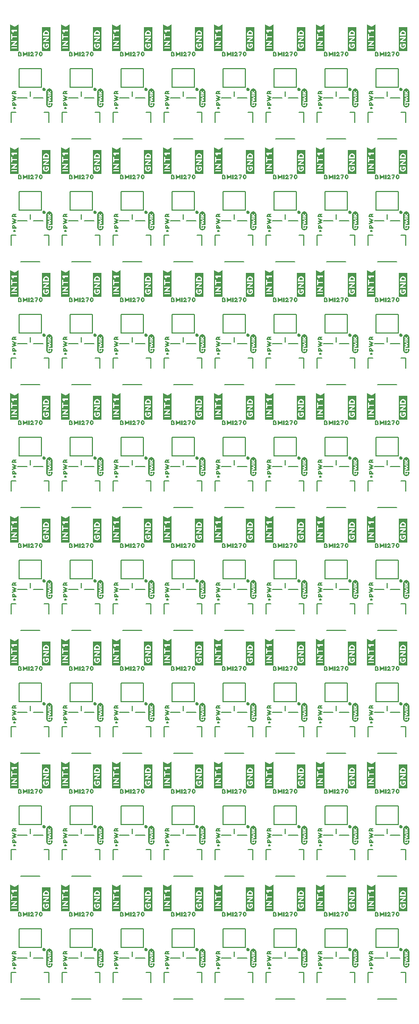
<source format=gto>
G04 EAGLE Gerber RS-274X export*
G75*
%MOMM*%
%FSLAX34Y34*%
%LPD*%
%INSilkscreen Top*%
%IPPOS*%
%AMOC8*
5,1,8,0,0,1.08239X$1,22.5*%
G01*
%ADD10C,0.254000*%
%ADD11C,0.152400*%
%ADD12C,0.203200*%

G36*
X425305Y1513384D02*
X425305Y1513384D01*
X425308Y1513381D01*
X425908Y1513481D01*
X425949Y1513525D01*
X425946Y1513528D01*
X425949Y1513530D01*
X425949Y1555430D01*
X425940Y1555443D01*
X425944Y1555452D01*
X425744Y1555852D01*
X425691Y1555878D01*
X425687Y1555870D01*
X425678Y1555874D01*
X419681Y1552876D01*
X419104Y1552683D01*
X412422Y1555974D01*
X412421Y1555974D01*
X412421Y1555975D01*
X412419Y1555974D01*
X412363Y1555963D01*
X412367Y1555946D01*
X412351Y1555938D01*
X412251Y1555338D01*
X412254Y1555333D01*
X412251Y1555330D01*
X412251Y1514030D01*
X412254Y1514025D01*
X412251Y1514022D01*
X412351Y1513422D01*
X412395Y1513381D01*
X412398Y1513384D01*
X412400Y1513381D01*
X425300Y1513381D01*
X425305Y1513384D01*
G37*
G36*
X181465Y1513384D02*
X181465Y1513384D01*
X181468Y1513381D01*
X182068Y1513481D01*
X182109Y1513525D01*
X182106Y1513528D01*
X182109Y1513530D01*
X182109Y1555430D01*
X182100Y1555443D01*
X182104Y1555452D01*
X181904Y1555852D01*
X181851Y1555878D01*
X181847Y1555870D01*
X181838Y1555874D01*
X175841Y1552876D01*
X175264Y1552683D01*
X168582Y1555974D01*
X168581Y1555974D01*
X168581Y1555975D01*
X168579Y1555974D01*
X168523Y1555963D01*
X168527Y1555946D01*
X168511Y1555938D01*
X168411Y1555338D01*
X168414Y1555333D01*
X168411Y1555330D01*
X168411Y1514030D01*
X168414Y1514025D01*
X168411Y1514022D01*
X168511Y1513422D01*
X168555Y1513381D01*
X168558Y1513384D01*
X168560Y1513381D01*
X181460Y1513381D01*
X181465Y1513384D01*
G37*
G36*
X100185Y1513384D02*
X100185Y1513384D01*
X100188Y1513381D01*
X100788Y1513481D01*
X100829Y1513525D01*
X100826Y1513528D01*
X100829Y1513530D01*
X100829Y1555430D01*
X100820Y1555443D01*
X100824Y1555452D01*
X100624Y1555852D01*
X100571Y1555878D01*
X100567Y1555870D01*
X100558Y1555874D01*
X94561Y1552876D01*
X93984Y1552683D01*
X87302Y1555974D01*
X87301Y1555974D01*
X87301Y1555975D01*
X87299Y1555974D01*
X87243Y1555963D01*
X87247Y1555946D01*
X87231Y1555938D01*
X87131Y1555338D01*
X87134Y1555333D01*
X87131Y1555330D01*
X87131Y1514030D01*
X87134Y1514025D01*
X87131Y1514022D01*
X87231Y1513422D01*
X87275Y1513381D01*
X87278Y1513384D01*
X87280Y1513381D01*
X100180Y1513381D01*
X100185Y1513384D01*
G37*
G36*
X18905Y1513384D02*
X18905Y1513384D01*
X18908Y1513381D01*
X19508Y1513481D01*
X19549Y1513525D01*
X19546Y1513528D01*
X19549Y1513530D01*
X19549Y1555430D01*
X19540Y1555443D01*
X19544Y1555452D01*
X19344Y1555852D01*
X19291Y1555878D01*
X19287Y1555870D01*
X19278Y1555874D01*
X13281Y1552876D01*
X12704Y1552683D01*
X6022Y1555974D01*
X6021Y1555974D01*
X6021Y1555975D01*
X6019Y1555974D01*
X5963Y1555963D01*
X5967Y1555946D01*
X5951Y1555938D01*
X5851Y1555338D01*
X5854Y1555333D01*
X5851Y1555330D01*
X5851Y1514030D01*
X5854Y1514025D01*
X5851Y1514022D01*
X5951Y1513422D01*
X5995Y1513381D01*
X5998Y1513384D01*
X6000Y1513381D01*
X18900Y1513381D01*
X18905Y1513384D01*
G37*
G36*
X506585Y1513384D02*
X506585Y1513384D01*
X506588Y1513381D01*
X507188Y1513481D01*
X507229Y1513525D01*
X507226Y1513528D01*
X507229Y1513530D01*
X507229Y1555430D01*
X507220Y1555443D01*
X507224Y1555452D01*
X507024Y1555852D01*
X506971Y1555878D01*
X506967Y1555870D01*
X506958Y1555874D01*
X500961Y1552876D01*
X500384Y1552683D01*
X493702Y1555974D01*
X493701Y1555974D01*
X493701Y1555975D01*
X493699Y1555974D01*
X493643Y1555963D01*
X493647Y1555946D01*
X493631Y1555938D01*
X493531Y1555338D01*
X493534Y1555333D01*
X493531Y1555330D01*
X493531Y1514030D01*
X493534Y1514025D01*
X493531Y1514022D01*
X493631Y1513422D01*
X493675Y1513381D01*
X493678Y1513384D01*
X493680Y1513381D01*
X506580Y1513381D01*
X506585Y1513384D01*
G37*
G36*
X344025Y1513384D02*
X344025Y1513384D01*
X344028Y1513381D01*
X344628Y1513481D01*
X344669Y1513525D01*
X344666Y1513528D01*
X344669Y1513530D01*
X344669Y1555430D01*
X344660Y1555443D01*
X344664Y1555452D01*
X344464Y1555852D01*
X344411Y1555878D01*
X344407Y1555870D01*
X344398Y1555874D01*
X338401Y1552876D01*
X337824Y1552683D01*
X331142Y1555974D01*
X331141Y1555974D01*
X331141Y1555975D01*
X331139Y1555974D01*
X331083Y1555963D01*
X331087Y1555946D01*
X331071Y1555938D01*
X330971Y1555338D01*
X330974Y1555333D01*
X330971Y1555330D01*
X330971Y1514030D01*
X330974Y1514025D01*
X330971Y1514022D01*
X331071Y1513422D01*
X331115Y1513381D01*
X331118Y1513384D01*
X331120Y1513381D01*
X344020Y1513381D01*
X344025Y1513384D01*
G37*
G36*
X587865Y1513384D02*
X587865Y1513384D01*
X587868Y1513381D01*
X588468Y1513481D01*
X588509Y1513525D01*
X588506Y1513528D01*
X588509Y1513530D01*
X588509Y1555430D01*
X588500Y1555443D01*
X588504Y1555452D01*
X588304Y1555852D01*
X588251Y1555878D01*
X588247Y1555870D01*
X588238Y1555874D01*
X582241Y1552876D01*
X581664Y1552683D01*
X574982Y1555974D01*
X574981Y1555974D01*
X574981Y1555975D01*
X574979Y1555974D01*
X574923Y1555963D01*
X574927Y1555946D01*
X574911Y1555938D01*
X574811Y1555338D01*
X574814Y1555333D01*
X574811Y1555330D01*
X574811Y1514030D01*
X574814Y1514025D01*
X574811Y1514022D01*
X574911Y1513422D01*
X574955Y1513381D01*
X574958Y1513384D01*
X574960Y1513381D01*
X587860Y1513381D01*
X587865Y1513384D01*
G37*
G36*
X262745Y1513384D02*
X262745Y1513384D01*
X262748Y1513381D01*
X263348Y1513481D01*
X263389Y1513525D01*
X263386Y1513528D01*
X263389Y1513530D01*
X263389Y1555430D01*
X263380Y1555443D01*
X263384Y1555452D01*
X263184Y1555852D01*
X263131Y1555878D01*
X263127Y1555870D01*
X263118Y1555874D01*
X257121Y1552876D01*
X256544Y1552683D01*
X249862Y1555974D01*
X249861Y1555974D01*
X249861Y1555975D01*
X249859Y1555974D01*
X249803Y1555963D01*
X249807Y1555946D01*
X249791Y1555938D01*
X249691Y1555338D01*
X249694Y1555333D01*
X249691Y1555330D01*
X249691Y1514030D01*
X249694Y1514025D01*
X249691Y1514022D01*
X249791Y1513422D01*
X249835Y1513381D01*
X249838Y1513384D01*
X249840Y1513381D01*
X262740Y1513381D01*
X262745Y1513384D01*
G37*
G36*
X425305Y1317804D02*
X425305Y1317804D01*
X425308Y1317801D01*
X425908Y1317901D01*
X425949Y1317945D01*
X425946Y1317948D01*
X425949Y1317950D01*
X425949Y1359850D01*
X425940Y1359863D01*
X425944Y1359872D01*
X425744Y1360272D01*
X425691Y1360298D01*
X425687Y1360290D01*
X425678Y1360294D01*
X419681Y1357296D01*
X419104Y1357103D01*
X412422Y1360394D01*
X412421Y1360394D01*
X412421Y1360395D01*
X412419Y1360394D01*
X412363Y1360383D01*
X412367Y1360366D01*
X412351Y1360358D01*
X412251Y1359758D01*
X412254Y1359753D01*
X412251Y1359750D01*
X412251Y1318450D01*
X412254Y1318445D01*
X412251Y1318442D01*
X412351Y1317842D01*
X412395Y1317801D01*
X412398Y1317804D01*
X412400Y1317801D01*
X425300Y1317801D01*
X425305Y1317804D01*
G37*
G36*
X181465Y1317804D02*
X181465Y1317804D01*
X181468Y1317801D01*
X182068Y1317901D01*
X182109Y1317945D01*
X182106Y1317948D01*
X182109Y1317950D01*
X182109Y1359850D01*
X182100Y1359863D01*
X182104Y1359872D01*
X181904Y1360272D01*
X181851Y1360298D01*
X181847Y1360290D01*
X181838Y1360294D01*
X175841Y1357296D01*
X175264Y1357103D01*
X168582Y1360394D01*
X168581Y1360394D01*
X168581Y1360395D01*
X168579Y1360394D01*
X168523Y1360383D01*
X168527Y1360366D01*
X168511Y1360358D01*
X168411Y1359758D01*
X168414Y1359753D01*
X168411Y1359750D01*
X168411Y1318450D01*
X168414Y1318445D01*
X168411Y1318442D01*
X168511Y1317842D01*
X168555Y1317801D01*
X168558Y1317804D01*
X168560Y1317801D01*
X181460Y1317801D01*
X181465Y1317804D01*
G37*
G36*
X587865Y1317804D02*
X587865Y1317804D01*
X587868Y1317801D01*
X588468Y1317901D01*
X588509Y1317945D01*
X588506Y1317948D01*
X588509Y1317950D01*
X588509Y1359850D01*
X588500Y1359863D01*
X588504Y1359872D01*
X588304Y1360272D01*
X588251Y1360298D01*
X588247Y1360290D01*
X588238Y1360294D01*
X582241Y1357296D01*
X581664Y1357103D01*
X574982Y1360394D01*
X574981Y1360394D01*
X574981Y1360395D01*
X574979Y1360394D01*
X574923Y1360383D01*
X574927Y1360366D01*
X574911Y1360358D01*
X574811Y1359758D01*
X574814Y1359753D01*
X574811Y1359750D01*
X574811Y1318450D01*
X574814Y1318445D01*
X574811Y1318442D01*
X574911Y1317842D01*
X574955Y1317801D01*
X574958Y1317804D01*
X574960Y1317801D01*
X587860Y1317801D01*
X587865Y1317804D01*
G37*
G36*
X18905Y1317804D02*
X18905Y1317804D01*
X18908Y1317801D01*
X19508Y1317901D01*
X19549Y1317945D01*
X19546Y1317948D01*
X19549Y1317950D01*
X19549Y1359850D01*
X19540Y1359863D01*
X19544Y1359872D01*
X19344Y1360272D01*
X19291Y1360298D01*
X19287Y1360290D01*
X19278Y1360294D01*
X13281Y1357296D01*
X12704Y1357103D01*
X6022Y1360394D01*
X6021Y1360394D01*
X6021Y1360395D01*
X6019Y1360394D01*
X5963Y1360383D01*
X5967Y1360366D01*
X5951Y1360358D01*
X5851Y1359758D01*
X5854Y1359753D01*
X5851Y1359750D01*
X5851Y1318450D01*
X5854Y1318445D01*
X5851Y1318442D01*
X5951Y1317842D01*
X5995Y1317801D01*
X5998Y1317804D01*
X6000Y1317801D01*
X18900Y1317801D01*
X18905Y1317804D01*
G37*
G36*
X344025Y1317804D02*
X344025Y1317804D01*
X344028Y1317801D01*
X344628Y1317901D01*
X344669Y1317945D01*
X344666Y1317948D01*
X344669Y1317950D01*
X344669Y1359850D01*
X344660Y1359863D01*
X344664Y1359872D01*
X344464Y1360272D01*
X344411Y1360298D01*
X344407Y1360290D01*
X344398Y1360294D01*
X338401Y1357296D01*
X337824Y1357103D01*
X331142Y1360394D01*
X331141Y1360394D01*
X331141Y1360395D01*
X331139Y1360394D01*
X331083Y1360383D01*
X331087Y1360366D01*
X331071Y1360358D01*
X330971Y1359758D01*
X330974Y1359753D01*
X330971Y1359750D01*
X330971Y1318450D01*
X330974Y1318445D01*
X330971Y1318442D01*
X331071Y1317842D01*
X331115Y1317801D01*
X331118Y1317804D01*
X331120Y1317801D01*
X344020Y1317801D01*
X344025Y1317804D01*
G37*
G36*
X262745Y1317804D02*
X262745Y1317804D01*
X262748Y1317801D01*
X263348Y1317901D01*
X263389Y1317945D01*
X263386Y1317948D01*
X263389Y1317950D01*
X263389Y1359850D01*
X263380Y1359863D01*
X263384Y1359872D01*
X263184Y1360272D01*
X263131Y1360298D01*
X263127Y1360290D01*
X263118Y1360294D01*
X257121Y1357296D01*
X256544Y1357103D01*
X249862Y1360394D01*
X249861Y1360394D01*
X249861Y1360395D01*
X249859Y1360394D01*
X249803Y1360383D01*
X249807Y1360366D01*
X249791Y1360358D01*
X249691Y1359758D01*
X249694Y1359753D01*
X249691Y1359750D01*
X249691Y1318450D01*
X249694Y1318445D01*
X249691Y1318442D01*
X249791Y1317842D01*
X249835Y1317801D01*
X249838Y1317804D01*
X249840Y1317801D01*
X262740Y1317801D01*
X262745Y1317804D01*
G37*
G36*
X100185Y1317804D02*
X100185Y1317804D01*
X100188Y1317801D01*
X100788Y1317901D01*
X100829Y1317945D01*
X100826Y1317948D01*
X100829Y1317950D01*
X100829Y1359850D01*
X100820Y1359863D01*
X100824Y1359872D01*
X100624Y1360272D01*
X100571Y1360298D01*
X100567Y1360290D01*
X100558Y1360294D01*
X94561Y1357296D01*
X93984Y1357103D01*
X87302Y1360394D01*
X87301Y1360394D01*
X87301Y1360395D01*
X87299Y1360394D01*
X87243Y1360383D01*
X87247Y1360366D01*
X87231Y1360358D01*
X87131Y1359758D01*
X87134Y1359753D01*
X87131Y1359750D01*
X87131Y1318450D01*
X87134Y1318445D01*
X87131Y1318442D01*
X87231Y1317842D01*
X87275Y1317801D01*
X87278Y1317804D01*
X87280Y1317801D01*
X100180Y1317801D01*
X100185Y1317804D01*
G37*
G36*
X506585Y1317804D02*
X506585Y1317804D01*
X506588Y1317801D01*
X507188Y1317901D01*
X507229Y1317945D01*
X507226Y1317948D01*
X507229Y1317950D01*
X507229Y1359850D01*
X507220Y1359863D01*
X507224Y1359872D01*
X507024Y1360272D01*
X506971Y1360298D01*
X506967Y1360290D01*
X506958Y1360294D01*
X500961Y1357296D01*
X500384Y1357103D01*
X493702Y1360394D01*
X493701Y1360394D01*
X493701Y1360395D01*
X493699Y1360394D01*
X493643Y1360383D01*
X493647Y1360366D01*
X493631Y1360358D01*
X493531Y1359758D01*
X493534Y1359753D01*
X493531Y1359750D01*
X493531Y1318450D01*
X493534Y1318445D01*
X493531Y1318442D01*
X493631Y1317842D01*
X493675Y1317801D01*
X493678Y1317804D01*
X493680Y1317801D01*
X506580Y1317801D01*
X506585Y1317804D01*
G37*
G36*
X344025Y339904D02*
X344025Y339904D01*
X344028Y339901D01*
X344628Y340001D01*
X344669Y340045D01*
X344666Y340048D01*
X344669Y340050D01*
X344669Y381950D01*
X344660Y381963D01*
X344664Y381972D01*
X344464Y382372D01*
X344411Y382398D01*
X344407Y382390D01*
X344398Y382394D01*
X338401Y379396D01*
X337824Y379203D01*
X331142Y382494D01*
X331141Y382494D01*
X331141Y382495D01*
X331139Y382494D01*
X331083Y382483D01*
X331087Y382466D01*
X331071Y382458D01*
X330971Y381858D01*
X330974Y381853D01*
X330971Y381850D01*
X330971Y340550D01*
X330974Y340545D01*
X330971Y340542D01*
X331071Y339942D01*
X331115Y339901D01*
X331118Y339904D01*
X331120Y339901D01*
X344020Y339901D01*
X344025Y339904D01*
G37*
G36*
X587865Y339904D02*
X587865Y339904D01*
X587868Y339901D01*
X588468Y340001D01*
X588509Y340045D01*
X588506Y340048D01*
X588509Y340050D01*
X588509Y381950D01*
X588500Y381963D01*
X588504Y381972D01*
X588304Y382372D01*
X588251Y382398D01*
X588247Y382390D01*
X588238Y382394D01*
X582241Y379396D01*
X581664Y379203D01*
X574982Y382494D01*
X574981Y382494D01*
X574981Y382495D01*
X574979Y382494D01*
X574923Y382483D01*
X574927Y382466D01*
X574911Y382458D01*
X574811Y381858D01*
X574814Y381853D01*
X574811Y381850D01*
X574811Y340550D01*
X574814Y340545D01*
X574811Y340542D01*
X574911Y339942D01*
X574955Y339901D01*
X574958Y339904D01*
X574960Y339901D01*
X587860Y339901D01*
X587865Y339904D01*
G37*
G36*
X18905Y339904D02*
X18905Y339904D01*
X18908Y339901D01*
X19508Y340001D01*
X19549Y340045D01*
X19546Y340048D01*
X19549Y340050D01*
X19549Y381950D01*
X19540Y381963D01*
X19544Y381972D01*
X19344Y382372D01*
X19291Y382398D01*
X19287Y382390D01*
X19278Y382394D01*
X13281Y379396D01*
X12704Y379203D01*
X6022Y382494D01*
X6021Y382494D01*
X6021Y382495D01*
X6019Y382494D01*
X5963Y382483D01*
X5967Y382466D01*
X5951Y382458D01*
X5851Y381858D01*
X5854Y381853D01*
X5851Y381850D01*
X5851Y340550D01*
X5854Y340545D01*
X5851Y340542D01*
X5951Y339942D01*
X5995Y339901D01*
X5998Y339904D01*
X6000Y339901D01*
X18900Y339901D01*
X18905Y339904D01*
G37*
G36*
X425305Y339904D02*
X425305Y339904D01*
X425308Y339901D01*
X425908Y340001D01*
X425949Y340045D01*
X425946Y340048D01*
X425949Y340050D01*
X425949Y381950D01*
X425940Y381963D01*
X425944Y381972D01*
X425744Y382372D01*
X425691Y382398D01*
X425687Y382390D01*
X425678Y382394D01*
X419681Y379396D01*
X419104Y379203D01*
X412422Y382494D01*
X412421Y382494D01*
X412421Y382495D01*
X412419Y382494D01*
X412363Y382483D01*
X412367Y382466D01*
X412351Y382458D01*
X412251Y381858D01*
X412254Y381853D01*
X412251Y381850D01*
X412251Y340550D01*
X412254Y340545D01*
X412251Y340542D01*
X412351Y339942D01*
X412395Y339901D01*
X412398Y339904D01*
X412400Y339901D01*
X425300Y339901D01*
X425305Y339904D01*
G37*
G36*
X262745Y339904D02*
X262745Y339904D01*
X262748Y339901D01*
X263348Y340001D01*
X263389Y340045D01*
X263386Y340048D01*
X263389Y340050D01*
X263389Y381950D01*
X263380Y381963D01*
X263384Y381972D01*
X263184Y382372D01*
X263131Y382398D01*
X263127Y382390D01*
X263118Y382394D01*
X257121Y379396D01*
X256544Y379203D01*
X249862Y382494D01*
X249861Y382494D01*
X249861Y382495D01*
X249859Y382494D01*
X249803Y382483D01*
X249807Y382466D01*
X249791Y382458D01*
X249691Y381858D01*
X249694Y381853D01*
X249691Y381850D01*
X249691Y340550D01*
X249694Y340545D01*
X249691Y340542D01*
X249791Y339942D01*
X249835Y339901D01*
X249838Y339904D01*
X249840Y339901D01*
X262740Y339901D01*
X262745Y339904D01*
G37*
G36*
X100185Y339904D02*
X100185Y339904D01*
X100188Y339901D01*
X100788Y340001D01*
X100829Y340045D01*
X100826Y340048D01*
X100829Y340050D01*
X100829Y381950D01*
X100820Y381963D01*
X100824Y381972D01*
X100624Y382372D01*
X100571Y382398D01*
X100567Y382390D01*
X100558Y382394D01*
X94561Y379396D01*
X93984Y379203D01*
X87302Y382494D01*
X87301Y382494D01*
X87301Y382495D01*
X87299Y382494D01*
X87243Y382483D01*
X87247Y382466D01*
X87231Y382458D01*
X87131Y381858D01*
X87134Y381853D01*
X87131Y381850D01*
X87131Y340550D01*
X87134Y340545D01*
X87131Y340542D01*
X87231Y339942D01*
X87275Y339901D01*
X87278Y339904D01*
X87280Y339901D01*
X100180Y339901D01*
X100185Y339904D01*
G37*
G36*
X506585Y339904D02*
X506585Y339904D01*
X506588Y339901D01*
X507188Y340001D01*
X507229Y340045D01*
X507226Y340048D01*
X507229Y340050D01*
X507229Y381950D01*
X507220Y381963D01*
X507224Y381972D01*
X507024Y382372D01*
X506971Y382398D01*
X506967Y382390D01*
X506958Y382394D01*
X500961Y379396D01*
X500384Y379203D01*
X493702Y382494D01*
X493701Y382494D01*
X493701Y382495D01*
X493699Y382494D01*
X493643Y382483D01*
X493647Y382466D01*
X493631Y382458D01*
X493531Y381858D01*
X493534Y381853D01*
X493531Y381850D01*
X493531Y340550D01*
X493534Y340545D01*
X493531Y340542D01*
X493631Y339942D01*
X493675Y339901D01*
X493678Y339904D01*
X493680Y339901D01*
X506580Y339901D01*
X506585Y339904D01*
G37*
G36*
X181465Y339904D02*
X181465Y339904D01*
X181468Y339901D01*
X182068Y340001D01*
X182109Y340045D01*
X182106Y340048D01*
X182109Y340050D01*
X182109Y381950D01*
X182100Y381963D01*
X182104Y381972D01*
X181904Y382372D01*
X181851Y382398D01*
X181847Y382390D01*
X181838Y382394D01*
X175841Y379396D01*
X175264Y379203D01*
X168582Y382494D01*
X168581Y382494D01*
X168581Y382495D01*
X168579Y382494D01*
X168523Y382483D01*
X168527Y382466D01*
X168511Y382458D01*
X168411Y381858D01*
X168414Y381853D01*
X168411Y381850D01*
X168411Y340550D01*
X168414Y340545D01*
X168411Y340542D01*
X168511Y339942D01*
X168555Y339901D01*
X168558Y339904D01*
X168560Y339901D01*
X181460Y339901D01*
X181465Y339904D01*
G37*
G36*
X262745Y144324D02*
X262745Y144324D01*
X262748Y144321D01*
X263348Y144421D01*
X263389Y144465D01*
X263386Y144468D01*
X263389Y144470D01*
X263389Y186370D01*
X263380Y186383D01*
X263384Y186392D01*
X263184Y186792D01*
X263131Y186818D01*
X263127Y186810D01*
X263118Y186814D01*
X257121Y183816D01*
X256544Y183623D01*
X249862Y186914D01*
X249861Y186914D01*
X249861Y186915D01*
X249859Y186914D01*
X249803Y186903D01*
X249807Y186886D01*
X249791Y186878D01*
X249691Y186278D01*
X249694Y186273D01*
X249691Y186270D01*
X249691Y144970D01*
X249694Y144965D01*
X249691Y144962D01*
X249791Y144362D01*
X249835Y144321D01*
X249838Y144324D01*
X249840Y144321D01*
X262740Y144321D01*
X262745Y144324D01*
G37*
G36*
X425305Y144324D02*
X425305Y144324D01*
X425308Y144321D01*
X425908Y144421D01*
X425949Y144465D01*
X425946Y144468D01*
X425949Y144470D01*
X425949Y186370D01*
X425940Y186383D01*
X425944Y186392D01*
X425744Y186792D01*
X425691Y186818D01*
X425687Y186810D01*
X425678Y186814D01*
X419681Y183816D01*
X419104Y183623D01*
X412422Y186914D01*
X412421Y186914D01*
X412421Y186915D01*
X412419Y186914D01*
X412363Y186903D01*
X412367Y186886D01*
X412351Y186878D01*
X412251Y186278D01*
X412254Y186273D01*
X412251Y186270D01*
X412251Y144970D01*
X412254Y144965D01*
X412251Y144962D01*
X412351Y144362D01*
X412395Y144321D01*
X412398Y144324D01*
X412400Y144321D01*
X425300Y144321D01*
X425305Y144324D01*
G37*
G36*
X100185Y144324D02*
X100185Y144324D01*
X100188Y144321D01*
X100788Y144421D01*
X100829Y144465D01*
X100826Y144468D01*
X100829Y144470D01*
X100829Y186370D01*
X100820Y186383D01*
X100824Y186392D01*
X100624Y186792D01*
X100571Y186818D01*
X100567Y186810D01*
X100558Y186814D01*
X94561Y183816D01*
X93984Y183623D01*
X87302Y186914D01*
X87301Y186914D01*
X87301Y186915D01*
X87299Y186914D01*
X87243Y186903D01*
X87247Y186886D01*
X87231Y186878D01*
X87131Y186278D01*
X87134Y186273D01*
X87131Y186270D01*
X87131Y144970D01*
X87134Y144965D01*
X87131Y144962D01*
X87231Y144362D01*
X87275Y144321D01*
X87278Y144324D01*
X87280Y144321D01*
X100180Y144321D01*
X100185Y144324D01*
G37*
G36*
X18905Y144324D02*
X18905Y144324D01*
X18908Y144321D01*
X19508Y144421D01*
X19549Y144465D01*
X19546Y144468D01*
X19549Y144470D01*
X19549Y186370D01*
X19540Y186383D01*
X19544Y186392D01*
X19344Y186792D01*
X19291Y186818D01*
X19287Y186810D01*
X19278Y186814D01*
X13281Y183816D01*
X12704Y183623D01*
X6022Y186914D01*
X6021Y186914D01*
X6021Y186915D01*
X6019Y186914D01*
X5963Y186903D01*
X5967Y186886D01*
X5951Y186878D01*
X5851Y186278D01*
X5854Y186273D01*
X5851Y186270D01*
X5851Y144970D01*
X5854Y144965D01*
X5851Y144962D01*
X5951Y144362D01*
X5995Y144321D01*
X5998Y144324D01*
X6000Y144321D01*
X18900Y144321D01*
X18905Y144324D01*
G37*
G36*
X587865Y144324D02*
X587865Y144324D01*
X587868Y144321D01*
X588468Y144421D01*
X588509Y144465D01*
X588506Y144468D01*
X588509Y144470D01*
X588509Y186370D01*
X588500Y186383D01*
X588504Y186392D01*
X588304Y186792D01*
X588251Y186818D01*
X588247Y186810D01*
X588238Y186814D01*
X582241Y183816D01*
X581664Y183623D01*
X574982Y186914D01*
X574981Y186914D01*
X574981Y186915D01*
X574979Y186914D01*
X574923Y186903D01*
X574927Y186886D01*
X574911Y186878D01*
X574811Y186278D01*
X574814Y186273D01*
X574811Y186270D01*
X574811Y144970D01*
X574814Y144965D01*
X574811Y144962D01*
X574911Y144362D01*
X574955Y144321D01*
X574958Y144324D01*
X574960Y144321D01*
X587860Y144321D01*
X587865Y144324D01*
G37*
G36*
X344025Y144324D02*
X344025Y144324D01*
X344028Y144321D01*
X344628Y144421D01*
X344669Y144465D01*
X344666Y144468D01*
X344669Y144470D01*
X344669Y186370D01*
X344660Y186383D01*
X344664Y186392D01*
X344464Y186792D01*
X344411Y186818D01*
X344407Y186810D01*
X344398Y186814D01*
X338401Y183816D01*
X337824Y183623D01*
X331142Y186914D01*
X331141Y186914D01*
X331141Y186915D01*
X331139Y186914D01*
X331083Y186903D01*
X331087Y186886D01*
X331071Y186878D01*
X330971Y186278D01*
X330974Y186273D01*
X330971Y186270D01*
X330971Y144970D01*
X330974Y144965D01*
X330971Y144962D01*
X331071Y144362D01*
X331115Y144321D01*
X331118Y144324D01*
X331120Y144321D01*
X344020Y144321D01*
X344025Y144324D01*
G37*
G36*
X506585Y144324D02*
X506585Y144324D01*
X506588Y144321D01*
X507188Y144421D01*
X507229Y144465D01*
X507226Y144468D01*
X507229Y144470D01*
X507229Y186370D01*
X507220Y186383D01*
X507224Y186392D01*
X507024Y186792D01*
X506971Y186818D01*
X506967Y186810D01*
X506958Y186814D01*
X500961Y183816D01*
X500384Y183623D01*
X493702Y186914D01*
X493701Y186914D01*
X493701Y186915D01*
X493699Y186914D01*
X493643Y186903D01*
X493647Y186886D01*
X493631Y186878D01*
X493531Y186278D01*
X493534Y186273D01*
X493531Y186270D01*
X493531Y144970D01*
X493534Y144965D01*
X493531Y144962D01*
X493631Y144362D01*
X493675Y144321D01*
X493678Y144324D01*
X493680Y144321D01*
X506580Y144321D01*
X506585Y144324D01*
G37*
G36*
X181465Y144324D02*
X181465Y144324D01*
X181468Y144321D01*
X182068Y144421D01*
X182109Y144465D01*
X182106Y144468D01*
X182109Y144470D01*
X182109Y186370D01*
X182100Y186383D01*
X182104Y186392D01*
X181904Y186792D01*
X181851Y186818D01*
X181847Y186810D01*
X181838Y186814D01*
X175841Y183816D01*
X175264Y183623D01*
X168582Y186914D01*
X168581Y186914D01*
X168581Y186915D01*
X168579Y186914D01*
X168523Y186903D01*
X168527Y186886D01*
X168511Y186878D01*
X168411Y186278D01*
X168414Y186273D01*
X168411Y186270D01*
X168411Y144970D01*
X168414Y144965D01*
X168411Y144962D01*
X168511Y144362D01*
X168555Y144321D01*
X168558Y144324D01*
X168560Y144321D01*
X181460Y144321D01*
X181465Y144324D01*
G37*
G36*
X18905Y926644D02*
X18905Y926644D01*
X18908Y926641D01*
X19508Y926741D01*
X19549Y926785D01*
X19546Y926788D01*
X19549Y926790D01*
X19549Y968690D01*
X19540Y968703D01*
X19544Y968712D01*
X19344Y969112D01*
X19291Y969138D01*
X19287Y969130D01*
X19278Y969134D01*
X13281Y966136D01*
X12704Y965943D01*
X6022Y969234D01*
X6021Y969234D01*
X6021Y969235D01*
X6019Y969234D01*
X5963Y969223D01*
X5967Y969206D01*
X5951Y969198D01*
X5851Y968598D01*
X5854Y968593D01*
X5851Y968590D01*
X5851Y927290D01*
X5854Y927285D01*
X5851Y927282D01*
X5951Y926682D01*
X5995Y926641D01*
X5998Y926644D01*
X6000Y926641D01*
X18900Y926641D01*
X18905Y926644D01*
G37*
G36*
X344025Y926644D02*
X344025Y926644D01*
X344028Y926641D01*
X344628Y926741D01*
X344669Y926785D01*
X344666Y926788D01*
X344669Y926790D01*
X344669Y968690D01*
X344660Y968703D01*
X344664Y968712D01*
X344464Y969112D01*
X344411Y969138D01*
X344407Y969130D01*
X344398Y969134D01*
X338401Y966136D01*
X337824Y965943D01*
X331142Y969234D01*
X331141Y969234D01*
X331141Y969235D01*
X331139Y969234D01*
X331083Y969223D01*
X331087Y969206D01*
X331071Y969198D01*
X330971Y968598D01*
X330974Y968593D01*
X330971Y968590D01*
X330971Y927290D01*
X330974Y927285D01*
X330971Y927282D01*
X331071Y926682D01*
X331115Y926641D01*
X331118Y926644D01*
X331120Y926641D01*
X344020Y926641D01*
X344025Y926644D01*
G37*
G36*
X262745Y926644D02*
X262745Y926644D01*
X262748Y926641D01*
X263348Y926741D01*
X263389Y926785D01*
X263386Y926788D01*
X263389Y926790D01*
X263389Y968690D01*
X263380Y968703D01*
X263384Y968712D01*
X263184Y969112D01*
X263131Y969138D01*
X263127Y969130D01*
X263118Y969134D01*
X257121Y966136D01*
X256544Y965943D01*
X249862Y969234D01*
X249861Y969234D01*
X249861Y969235D01*
X249859Y969234D01*
X249803Y969223D01*
X249807Y969206D01*
X249791Y969198D01*
X249691Y968598D01*
X249694Y968593D01*
X249691Y968590D01*
X249691Y927290D01*
X249694Y927285D01*
X249691Y927282D01*
X249791Y926682D01*
X249835Y926641D01*
X249838Y926644D01*
X249840Y926641D01*
X262740Y926641D01*
X262745Y926644D01*
G37*
G36*
X100185Y926644D02*
X100185Y926644D01*
X100188Y926641D01*
X100788Y926741D01*
X100829Y926785D01*
X100826Y926788D01*
X100829Y926790D01*
X100829Y968690D01*
X100820Y968703D01*
X100824Y968712D01*
X100624Y969112D01*
X100571Y969138D01*
X100567Y969130D01*
X100558Y969134D01*
X94561Y966136D01*
X93984Y965943D01*
X87302Y969234D01*
X87301Y969234D01*
X87301Y969235D01*
X87299Y969234D01*
X87243Y969223D01*
X87247Y969206D01*
X87231Y969198D01*
X87131Y968598D01*
X87134Y968593D01*
X87131Y968590D01*
X87131Y927290D01*
X87134Y927285D01*
X87131Y927282D01*
X87231Y926682D01*
X87275Y926641D01*
X87278Y926644D01*
X87280Y926641D01*
X100180Y926641D01*
X100185Y926644D01*
G37*
G36*
X587865Y926644D02*
X587865Y926644D01*
X587868Y926641D01*
X588468Y926741D01*
X588509Y926785D01*
X588506Y926788D01*
X588509Y926790D01*
X588509Y968690D01*
X588500Y968703D01*
X588504Y968712D01*
X588304Y969112D01*
X588251Y969138D01*
X588247Y969130D01*
X588238Y969134D01*
X582241Y966136D01*
X581664Y965943D01*
X574982Y969234D01*
X574981Y969234D01*
X574981Y969235D01*
X574979Y969234D01*
X574923Y969223D01*
X574927Y969206D01*
X574911Y969198D01*
X574811Y968598D01*
X574814Y968593D01*
X574811Y968590D01*
X574811Y927290D01*
X574814Y927285D01*
X574811Y927282D01*
X574911Y926682D01*
X574955Y926641D01*
X574958Y926644D01*
X574960Y926641D01*
X587860Y926641D01*
X587865Y926644D01*
G37*
G36*
X181465Y926644D02*
X181465Y926644D01*
X181468Y926641D01*
X182068Y926741D01*
X182109Y926785D01*
X182106Y926788D01*
X182109Y926790D01*
X182109Y968690D01*
X182100Y968703D01*
X182104Y968712D01*
X181904Y969112D01*
X181851Y969138D01*
X181847Y969130D01*
X181838Y969134D01*
X175841Y966136D01*
X175264Y965943D01*
X168582Y969234D01*
X168581Y969234D01*
X168581Y969235D01*
X168579Y969234D01*
X168523Y969223D01*
X168527Y969206D01*
X168511Y969198D01*
X168411Y968598D01*
X168414Y968593D01*
X168411Y968590D01*
X168411Y927290D01*
X168414Y927285D01*
X168411Y927282D01*
X168511Y926682D01*
X168555Y926641D01*
X168558Y926644D01*
X168560Y926641D01*
X181460Y926641D01*
X181465Y926644D01*
G37*
G36*
X506585Y926644D02*
X506585Y926644D01*
X506588Y926641D01*
X507188Y926741D01*
X507229Y926785D01*
X507226Y926788D01*
X507229Y926790D01*
X507229Y968690D01*
X507220Y968703D01*
X507224Y968712D01*
X507024Y969112D01*
X506971Y969138D01*
X506967Y969130D01*
X506958Y969134D01*
X500961Y966136D01*
X500384Y965943D01*
X493702Y969234D01*
X493701Y969234D01*
X493701Y969235D01*
X493699Y969234D01*
X493643Y969223D01*
X493647Y969206D01*
X493631Y969198D01*
X493531Y968598D01*
X493534Y968593D01*
X493531Y968590D01*
X493531Y927290D01*
X493534Y927285D01*
X493531Y927282D01*
X493631Y926682D01*
X493675Y926641D01*
X493678Y926644D01*
X493680Y926641D01*
X506580Y926641D01*
X506585Y926644D01*
G37*
G36*
X425305Y926644D02*
X425305Y926644D01*
X425308Y926641D01*
X425908Y926741D01*
X425949Y926785D01*
X425946Y926788D01*
X425949Y926790D01*
X425949Y968690D01*
X425940Y968703D01*
X425944Y968712D01*
X425744Y969112D01*
X425691Y969138D01*
X425687Y969130D01*
X425678Y969134D01*
X419681Y966136D01*
X419104Y965943D01*
X412422Y969234D01*
X412421Y969234D01*
X412421Y969235D01*
X412419Y969234D01*
X412363Y969223D01*
X412367Y969206D01*
X412351Y969198D01*
X412251Y968598D01*
X412254Y968593D01*
X412251Y968590D01*
X412251Y927290D01*
X412254Y927285D01*
X412251Y927282D01*
X412351Y926682D01*
X412395Y926641D01*
X412398Y926644D01*
X412400Y926641D01*
X425300Y926641D01*
X425305Y926644D01*
G37*
G36*
X587865Y731064D02*
X587865Y731064D01*
X587868Y731061D01*
X588468Y731161D01*
X588509Y731205D01*
X588506Y731208D01*
X588509Y731210D01*
X588509Y773110D01*
X588500Y773123D01*
X588504Y773132D01*
X588304Y773532D01*
X588251Y773558D01*
X588247Y773550D01*
X588238Y773554D01*
X582241Y770556D01*
X581664Y770363D01*
X574982Y773654D01*
X574981Y773654D01*
X574981Y773655D01*
X574979Y773654D01*
X574923Y773643D01*
X574927Y773626D01*
X574911Y773618D01*
X574811Y773018D01*
X574814Y773013D01*
X574811Y773010D01*
X574811Y731710D01*
X574814Y731705D01*
X574811Y731702D01*
X574911Y731102D01*
X574955Y731061D01*
X574958Y731064D01*
X574960Y731061D01*
X587860Y731061D01*
X587865Y731064D01*
G37*
G36*
X18905Y731064D02*
X18905Y731064D01*
X18908Y731061D01*
X19508Y731161D01*
X19549Y731205D01*
X19546Y731208D01*
X19549Y731210D01*
X19549Y773110D01*
X19540Y773123D01*
X19544Y773132D01*
X19344Y773532D01*
X19291Y773558D01*
X19287Y773550D01*
X19278Y773554D01*
X13281Y770556D01*
X12704Y770363D01*
X6022Y773654D01*
X6021Y773654D01*
X6021Y773655D01*
X6019Y773654D01*
X5963Y773643D01*
X5967Y773626D01*
X5951Y773618D01*
X5851Y773018D01*
X5854Y773013D01*
X5851Y773010D01*
X5851Y731710D01*
X5854Y731705D01*
X5851Y731702D01*
X5951Y731102D01*
X5995Y731061D01*
X5998Y731064D01*
X6000Y731061D01*
X18900Y731061D01*
X18905Y731064D01*
G37*
G36*
X181465Y731064D02*
X181465Y731064D01*
X181468Y731061D01*
X182068Y731161D01*
X182109Y731205D01*
X182106Y731208D01*
X182109Y731210D01*
X182109Y773110D01*
X182100Y773123D01*
X182104Y773132D01*
X181904Y773532D01*
X181851Y773558D01*
X181847Y773550D01*
X181838Y773554D01*
X175841Y770556D01*
X175264Y770363D01*
X168582Y773654D01*
X168581Y773654D01*
X168581Y773655D01*
X168579Y773654D01*
X168523Y773643D01*
X168527Y773626D01*
X168511Y773618D01*
X168411Y773018D01*
X168414Y773013D01*
X168411Y773010D01*
X168411Y731710D01*
X168414Y731705D01*
X168411Y731702D01*
X168511Y731102D01*
X168555Y731061D01*
X168558Y731064D01*
X168560Y731061D01*
X181460Y731061D01*
X181465Y731064D01*
G37*
G36*
X262745Y731064D02*
X262745Y731064D01*
X262748Y731061D01*
X263348Y731161D01*
X263389Y731205D01*
X263386Y731208D01*
X263389Y731210D01*
X263389Y773110D01*
X263380Y773123D01*
X263384Y773132D01*
X263184Y773532D01*
X263131Y773558D01*
X263127Y773550D01*
X263118Y773554D01*
X257121Y770556D01*
X256544Y770363D01*
X249862Y773654D01*
X249861Y773654D01*
X249861Y773655D01*
X249859Y773654D01*
X249803Y773643D01*
X249807Y773626D01*
X249791Y773618D01*
X249691Y773018D01*
X249694Y773013D01*
X249691Y773010D01*
X249691Y731710D01*
X249694Y731705D01*
X249691Y731702D01*
X249791Y731102D01*
X249835Y731061D01*
X249838Y731064D01*
X249840Y731061D01*
X262740Y731061D01*
X262745Y731064D01*
G37*
G36*
X506585Y731064D02*
X506585Y731064D01*
X506588Y731061D01*
X507188Y731161D01*
X507229Y731205D01*
X507226Y731208D01*
X507229Y731210D01*
X507229Y773110D01*
X507220Y773123D01*
X507224Y773132D01*
X507024Y773532D01*
X506971Y773558D01*
X506967Y773550D01*
X506958Y773554D01*
X500961Y770556D01*
X500384Y770363D01*
X493702Y773654D01*
X493701Y773654D01*
X493701Y773655D01*
X493699Y773654D01*
X493643Y773643D01*
X493647Y773626D01*
X493631Y773618D01*
X493531Y773018D01*
X493534Y773013D01*
X493531Y773010D01*
X493531Y731710D01*
X493534Y731705D01*
X493531Y731702D01*
X493631Y731102D01*
X493675Y731061D01*
X493678Y731064D01*
X493680Y731061D01*
X506580Y731061D01*
X506585Y731064D01*
G37*
G36*
X100185Y731064D02*
X100185Y731064D01*
X100188Y731061D01*
X100788Y731161D01*
X100829Y731205D01*
X100826Y731208D01*
X100829Y731210D01*
X100829Y773110D01*
X100820Y773123D01*
X100824Y773132D01*
X100624Y773532D01*
X100571Y773558D01*
X100567Y773550D01*
X100558Y773554D01*
X94561Y770556D01*
X93984Y770363D01*
X87302Y773654D01*
X87301Y773654D01*
X87301Y773655D01*
X87299Y773654D01*
X87243Y773643D01*
X87247Y773626D01*
X87231Y773618D01*
X87131Y773018D01*
X87134Y773013D01*
X87131Y773010D01*
X87131Y731710D01*
X87134Y731705D01*
X87131Y731702D01*
X87231Y731102D01*
X87275Y731061D01*
X87278Y731064D01*
X87280Y731061D01*
X100180Y731061D01*
X100185Y731064D01*
G37*
G36*
X425305Y731064D02*
X425305Y731064D01*
X425308Y731061D01*
X425908Y731161D01*
X425949Y731205D01*
X425946Y731208D01*
X425949Y731210D01*
X425949Y773110D01*
X425940Y773123D01*
X425944Y773132D01*
X425744Y773532D01*
X425691Y773558D01*
X425687Y773550D01*
X425678Y773554D01*
X419681Y770556D01*
X419104Y770363D01*
X412422Y773654D01*
X412421Y773654D01*
X412421Y773655D01*
X412419Y773654D01*
X412363Y773643D01*
X412367Y773626D01*
X412351Y773618D01*
X412251Y773018D01*
X412254Y773013D01*
X412251Y773010D01*
X412251Y731710D01*
X412254Y731705D01*
X412251Y731702D01*
X412351Y731102D01*
X412395Y731061D01*
X412398Y731064D01*
X412400Y731061D01*
X425300Y731061D01*
X425305Y731064D01*
G37*
G36*
X344025Y731064D02*
X344025Y731064D01*
X344028Y731061D01*
X344628Y731161D01*
X344669Y731205D01*
X344666Y731208D01*
X344669Y731210D01*
X344669Y773110D01*
X344660Y773123D01*
X344664Y773132D01*
X344464Y773532D01*
X344411Y773558D01*
X344407Y773550D01*
X344398Y773554D01*
X338401Y770556D01*
X337824Y770363D01*
X331142Y773654D01*
X331141Y773654D01*
X331141Y773655D01*
X331139Y773654D01*
X331083Y773643D01*
X331087Y773626D01*
X331071Y773618D01*
X330971Y773018D01*
X330974Y773013D01*
X330971Y773010D01*
X330971Y731710D01*
X330974Y731705D01*
X330971Y731702D01*
X331071Y731102D01*
X331115Y731061D01*
X331118Y731064D01*
X331120Y731061D01*
X344020Y731061D01*
X344025Y731064D01*
G37*
G36*
X344025Y1122224D02*
X344025Y1122224D01*
X344028Y1122221D01*
X344628Y1122321D01*
X344669Y1122365D01*
X344666Y1122368D01*
X344669Y1122370D01*
X344669Y1164270D01*
X344660Y1164283D01*
X344664Y1164292D01*
X344464Y1164692D01*
X344411Y1164718D01*
X344407Y1164710D01*
X344398Y1164714D01*
X338401Y1161716D01*
X337824Y1161523D01*
X331142Y1164814D01*
X331141Y1164814D01*
X331141Y1164815D01*
X331139Y1164814D01*
X331083Y1164803D01*
X331087Y1164786D01*
X331071Y1164778D01*
X330971Y1164178D01*
X330974Y1164173D01*
X330971Y1164170D01*
X330971Y1122870D01*
X330974Y1122865D01*
X330971Y1122862D01*
X331071Y1122262D01*
X331115Y1122221D01*
X331118Y1122224D01*
X331120Y1122221D01*
X344020Y1122221D01*
X344025Y1122224D01*
G37*
G36*
X506585Y1122224D02*
X506585Y1122224D01*
X506588Y1122221D01*
X507188Y1122321D01*
X507229Y1122365D01*
X507226Y1122368D01*
X507229Y1122370D01*
X507229Y1164270D01*
X507220Y1164283D01*
X507224Y1164292D01*
X507024Y1164692D01*
X506971Y1164718D01*
X506967Y1164710D01*
X506958Y1164714D01*
X500961Y1161716D01*
X500384Y1161523D01*
X493702Y1164814D01*
X493701Y1164814D01*
X493701Y1164815D01*
X493699Y1164814D01*
X493643Y1164803D01*
X493647Y1164786D01*
X493631Y1164778D01*
X493531Y1164178D01*
X493534Y1164173D01*
X493531Y1164170D01*
X493531Y1122870D01*
X493534Y1122865D01*
X493531Y1122862D01*
X493631Y1122262D01*
X493675Y1122221D01*
X493678Y1122224D01*
X493680Y1122221D01*
X506580Y1122221D01*
X506585Y1122224D01*
G37*
G36*
X587865Y1122224D02*
X587865Y1122224D01*
X587868Y1122221D01*
X588468Y1122321D01*
X588509Y1122365D01*
X588506Y1122368D01*
X588509Y1122370D01*
X588509Y1164270D01*
X588500Y1164283D01*
X588504Y1164292D01*
X588304Y1164692D01*
X588251Y1164718D01*
X588247Y1164710D01*
X588238Y1164714D01*
X582241Y1161716D01*
X581664Y1161523D01*
X574982Y1164814D01*
X574981Y1164814D01*
X574981Y1164815D01*
X574979Y1164814D01*
X574923Y1164803D01*
X574927Y1164786D01*
X574911Y1164778D01*
X574811Y1164178D01*
X574814Y1164173D01*
X574811Y1164170D01*
X574811Y1122870D01*
X574814Y1122865D01*
X574811Y1122862D01*
X574911Y1122262D01*
X574955Y1122221D01*
X574958Y1122224D01*
X574960Y1122221D01*
X587860Y1122221D01*
X587865Y1122224D01*
G37*
G36*
X100185Y1122224D02*
X100185Y1122224D01*
X100188Y1122221D01*
X100788Y1122321D01*
X100829Y1122365D01*
X100826Y1122368D01*
X100829Y1122370D01*
X100829Y1164270D01*
X100820Y1164283D01*
X100824Y1164292D01*
X100624Y1164692D01*
X100571Y1164718D01*
X100567Y1164710D01*
X100558Y1164714D01*
X94561Y1161716D01*
X93984Y1161523D01*
X87302Y1164814D01*
X87301Y1164814D01*
X87301Y1164815D01*
X87299Y1164814D01*
X87243Y1164803D01*
X87247Y1164786D01*
X87231Y1164778D01*
X87131Y1164178D01*
X87134Y1164173D01*
X87131Y1164170D01*
X87131Y1122870D01*
X87134Y1122865D01*
X87131Y1122862D01*
X87231Y1122262D01*
X87275Y1122221D01*
X87278Y1122224D01*
X87280Y1122221D01*
X100180Y1122221D01*
X100185Y1122224D01*
G37*
G36*
X181465Y1122224D02*
X181465Y1122224D01*
X181468Y1122221D01*
X182068Y1122321D01*
X182109Y1122365D01*
X182106Y1122368D01*
X182109Y1122370D01*
X182109Y1164270D01*
X182100Y1164283D01*
X182104Y1164292D01*
X181904Y1164692D01*
X181851Y1164718D01*
X181847Y1164710D01*
X181838Y1164714D01*
X175841Y1161716D01*
X175264Y1161523D01*
X168582Y1164814D01*
X168581Y1164814D01*
X168581Y1164815D01*
X168579Y1164814D01*
X168523Y1164803D01*
X168527Y1164786D01*
X168511Y1164778D01*
X168411Y1164178D01*
X168414Y1164173D01*
X168411Y1164170D01*
X168411Y1122870D01*
X168414Y1122865D01*
X168411Y1122862D01*
X168511Y1122262D01*
X168555Y1122221D01*
X168558Y1122224D01*
X168560Y1122221D01*
X181460Y1122221D01*
X181465Y1122224D01*
G37*
G36*
X18905Y1122224D02*
X18905Y1122224D01*
X18908Y1122221D01*
X19508Y1122321D01*
X19549Y1122365D01*
X19546Y1122368D01*
X19549Y1122370D01*
X19549Y1164270D01*
X19540Y1164283D01*
X19544Y1164292D01*
X19344Y1164692D01*
X19291Y1164718D01*
X19287Y1164710D01*
X19278Y1164714D01*
X13281Y1161716D01*
X12704Y1161523D01*
X6022Y1164814D01*
X6021Y1164814D01*
X6021Y1164815D01*
X6019Y1164814D01*
X5963Y1164803D01*
X5967Y1164786D01*
X5951Y1164778D01*
X5851Y1164178D01*
X5854Y1164173D01*
X5851Y1164170D01*
X5851Y1122870D01*
X5854Y1122865D01*
X5851Y1122862D01*
X5951Y1122262D01*
X5995Y1122221D01*
X5998Y1122224D01*
X6000Y1122221D01*
X18900Y1122221D01*
X18905Y1122224D01*
G37*
G36*
X262745Y1122224D02*
X262745Y1122224D01*
X262748Y1122221D01*
X263348Y1122321D01*
X263389Y1122365D01*
X263386Y1122368D01*
X263389Y1122370D01*
X263389Y1164270D01*
X263380Y1164283D01*
X263384Y1164292D01*
X263184Y1164692D01*
X263131Y1164718D01*
X263127Y1164710D01*
X263118Y1164714D01*
X257121Y1161716D01*
X256544Y1161523D01*
X249862Y1164814D01*
X249861Y1164814D01*
X249861Y1164815D01*
X249859Y1164814D01*
X249803Y1164803D01*
X249807Y1164786D01*
X249791Y1164778D01*
X249691Y1164178D01*
X249694Y1164173D01*
X249691Y1164170D01*
X249691Y1122870D01*
X249694Y1122865D01*
X249691Y1122862D01*
X249791Y1122262D01*
X249835Y1122221D01*
X249838Y1122224D01*
X249840Y1122221D01*
X262740Y1122221D01*
X262745Y1122224D01*
G37*
G36*
X425305Y1122224D02*
X425305Y1122224D01*
X425308Y1122221D01*
X425908Y1122321D01*
X425949Y1122365D01*
X425946Y1122368D01*
X425949Y1122370D01*
X425949Y1164270D01*
X425940Y1164283D01*
X425944Y1164292D01*
X425744Y1164692D01*
X425691Y1164718D01*
X425687Y1164710D01*
X425678Y1164714D01*
X419681Y1161716D01*
X419104Y1161523D01*
X412422Y1164814D01*
X412421Y1164814D01*
X412421Y1164815D01*
X412419Y1164814D01*
X412363Y1164803D01*
X412367Y1164786D01*
X412351Y1164778D01*
X412251Y1164178D01*
X412254Y1164173D01*
X412251Y1164170D01*
X412251Y1122870D01*
X412254Y1122865D01*
X412251Y1122862D01*
X412351Y1122262D01*
X412395Y1122221D01*
X412398Y1122224D01*
X412400Y1122221D01*
X425300Y1122221D01*
X425305Y1122224D01*
G37*
G36*
X425305Y535484D02*
X425305Y535484D01*
X425308Y535481D01*
X425908Y535581D01*
X425949Y535625D01*
X425946Y535628D01*
X425949Y535630D01*
X425949Y577530D01*
X425940Y577543D01*
X425944Y577552D01*
X425744Y577952D01*
X425691Y577978D01*
X425687Y577970D01*
X425678Y577974D01*
X419681Y574976D01*
X419104Y574783D01*
X412422Y578074D01*
X412421Y578074D01*
X412421Y578075D01*
X412419Y578074D01*
X412363Y578063D01*
X412367Y578046D01*
X412351Y578038D01*
X412251Y577438D01*
X412254Y577433D01*
X412251Y577430D01*
X412251Y536130D01*
X412254Y536125D01*
X412251Y536122D01*
X412351Y535522D01*
X412395Y535481D01*
X412398Y535484D01*
X412400Y535481D01*
X425300Y535481D01*
X425305Y535484D01*
G37*
G36*
X506585Y535484D02*
X506585Y535484D01*
X506588Y535481D01*
X507188Y535581D01*
X507229Y535625D01*
X507226Y535628D01*
X507229Y535630D01*
X507229Y577530D01*
X507220Y577543D01*
X507224Y577552D01*
X507024Y577952D01*
X506971Y577978D01*
X506967Y577970D01*
X506958Y577974D01*
X500961Y574976D01*
X500384Y574783D01*
X493702Y578074D01*
X493701Y578074D01*
X493701Y578075D01*
X493699Y578074D01*
X493643Y578063D01*
X493647Y578046D01*
X493631Y578038D01*
X493531Y577438D01*
X493534Y577433D01*
X493531Y577430D01*
X493531Y536130D01*
X493534Y536125D01*
X493531Y536122D01*
X493631Y535522D01*
X493675Y535481D01*
X493678Y535484D01*
X493680Y535481D01*
X506580Y535481D01*
X506585Y535484D01*
G37*
G36*
X262745Y535484D02*
X262745Y535484D01*
X262748Y535481D01*
X263348Y535581D01*
X263389Y535625D01*
X263386Y535628D01*
X263389Y535630D01*
X263389Y577530D01*
X263380Y577543D01*
X263384Y577552D01*
X263184Y577952D01*
X263131Y577978D01*
X263127Y577970D01*
X263118Y577974D01*
X257121Y574976D01*
X256544Y574783D01*
X249862Y578074D01*
X249861Y578074D01*
X249861Y578075D01*
X249859Y578074D01*
X249803Y578063D01*
X249807Y578046D01*
X249791Y578038D01*
X249691Y577438D01*
X249694Y577433D01*
X249691Y577430D01*
X249691Y536130D01*
X249694Y536125D01*
X249691Y536122D01*
X249791Y535522D01*
X249835Y535481D01*
X249838Y535484D01*
X249840Y535481D01*
X262740Y535481D01*
X262745Y535484D01*
G37*
G36*
X18905Y535484D02*
X18905Y535484D01*
X18908Y535481D01*
X19508Y535581D01*
X19549Y535625D01*
X19546Y535628D01*
X19549Y535630D01*
X19549Y577530D01*
X19540Y577543D01*
X19544Y577552D01*
X19344Y577952D01*
X19291Y577978D01*
X19287Y577970D01*
X19278Y577974D01*
X13281Y574976D01*
X12704Y574783D01*
X6022Y578074D01*
X6021Y578074D01*
X6021Y578075D01*
X6019Y578074D01*
X5963Y578063D01*
X5967Y578046D01*
X5951Y578038D01*
X5851Y577438D01*
X5854Y577433D01*
X5851Y577430D01*
X5851Y536130D01*
X5854Y536125D01*
X5851Y536122D01*
X5951Y535522D01*
X5995Y535481D01*
X5998Y535484D01*
X6000Y535481D01*
X18900Y535481D01*
X18905Y535484D01*
G37*
G36*
X587865Y535484D02*
X587865Y535484D01*
X587868Y535481D01*
X588468Y535581D01*
X588509Y535625D01*
X588506Y535628D01*
X588509Y535630D01*
X588509Y577530D01*
X588500Y577543D01*
X588504Y577552D01*
X588304Y577952D01*
X588251Y577978D01*
X588247Y577970D01*
X588238Y577974D01*
X582241Y574976D01*
X581664Y574783D01*
X574982Y578074D01*
X574981Y578074D01*
X574981Y578075D01*
X574979Y578074D01*
X574923Y578063D01*
X574927Y578046D01*
X574911Y578038D01*
X574811Y577438D01*
X574814Y577433D01*
X574811Y577430D01*
X574811Y536130D01*
X574814Y536125D01*
X574811Y536122D01*
X574911Y535522D01*
X574955Y535481D01*
X574958Y535484D01*
X574960Y535481D01*
X587860Y535481D01*
X587865Y535484D01*
G37*
G36*
X344025Y535484D02*
X344025Y535484D01*
X344028Y535481D01*
X344628Y535581D01*
X344669Y535625D01*
X344666Y535628D01*
X344669Y535630D01*
X344669Y577530D01*
X344660Y577543D01*
X344664Y577552D01*
X344464Y577952D01*
X344411Y577978D01*
X344407Y577970D01*
X344398Y577974D01*
X338401Y574976D01*
X337824Y574783D01*
X331142Y578074D01*
X331141Y578074D01*
X331141Y578075D01*
X331139Y578074D01*
X331083Y578063D01*
X331087Y578046D01*
X331071Y578038D01*
X330971Y577438D01*
X330974Y577433D01*
X330971Y577430D01*
X330971Y536130D01*
X330974Y536125D01*
X330971Y536122D01*
X331071Y535522D01*
X331115Y535481D01*
X331118Y535484D01*
X331120Y535481D01*
X344020Y535481D01*
X344025Y535484D01*
G37*
G36*
X181465Y535484D02*
X181465Y535484D01*
X181468Y535481D01*
X182068Y535581D01*
X182109Y535625D01*
X182106Y535628D01*
X182109Y535630D01*
X182109Y577530D01*
X182100Y577543D01*
X182104Y577552D01*
X181904Y577952D01*
X181851Y577978D01*
X181847Y577970D01*
X181838Y577974D01*
X175841Y574976D01*
X175264Y574783D01*
X168582Y578074D01*
X168581Y578074D01*
X168581Y578075D01*
X168579Y578074D01*
X168523Y578063D01*
X168527Y578046D01*
X168511Y578038D01*
X168411Y577438D01*
X168414Y577433D01*
X168411Y577430D01*
X168411Y536130D01*
X168414Y536125D01*
X168411Y536122D01*
X168511Y535522D01*
X168555Y535481D01*
X168558Y535484D01*
X168560Y535481D01*
X181460Y535481D01*
X181465Y535484D01*
G37*
G36*
X100185Y535484D02*
X100185Y535484D01*
X100188Y535481D01*
X100788Y535581D01*
X100829Y535625D01*
X100826Y535628D01*
X100829Y535630D01*
X100829Y577530D01*
X100820Y577543D01*
X100824Y577552D01*
X100624Y577952D01*
X100571Y577978D01*
X100567Y577970D01*
X100558Y577974D01*
X94561Y574976D01*
X93984Y574783D01*
X87302Y578074D01*
X87301Y578074D01*
X87301Y578075D01*
X87299Y578074D01*
X87243Y578063D01*
X87247Y578046D01*
X87231Y578038D01*
X87131Y577438D01*
X87134Y577433D01*
X87131Y577430D01*
X87131Y536130D01*
X87134Y536125D01*
X87131Y536122D01*
X87231Y535522D01*
X87275Y535481D01*
X87278Y535484D01*
X87280Y535481D01*
X100180Y535481D01*
X100185Y535484D01*
G37*
G36*
X639207Y1513417D02*
X639207Y1513417D01*
X639205Y1513420D01*
X639209Y1513422D01*
X639309Y1514022D01*
X639306Y1514027D01*
X639309Y1514030D01*
X639309Y1551230D01*
X639273Y1551277D01*
X639266Y1551272D01*
X639260Y1551279D01*
X625760Y1551279D01*
X625713Y1551243D01*
X625715Y1551240D01*
X625711Y1551238D01*
X625611Y1550638D01*
X625614Y1550633D01*
X625611Y1550630D01*
X625611Y1513430D01*
X625647Y1513383D01*
X625654Y1513388D01*
X625660Y1513381D01*
X639160Y1513381D01*
X639207Y1513417D01*
G37*
G36*
X557927Y1513417D02*
X557927Y1513417D01*
X557925Y1513420D01*
X557929Y1513422D01*
X558029Y1514022D01*
X558026Y1514027D01*
X558029Y1514030D01*
X558029Y1551230D01*
X557993Y1551277D01*
X557986Y1551272D01*
X557980Y1551279D01*
X544480Y1551279D01*
X544433Y1551243D01*
X544435Y1551240D01*
X544431Y1551238D01*
X544331Y1550638D01*
X544334Y1550633D01*
X544331Y1550630D01*
X544331Y1513430D01*
X544367Y1513383D01*
X544374Y1513388D01*
X544380Y1513381D01*
X557880Y1513381D01*
X557927Y1513417D01*
G37*
G36*
X70247Y1513417D02*
X70247Y1513417D01*
X70245Y1513420D01*
X70249Y1513422D01*
X70349Y1514022D01*
X70346Y1514027D01*
X70349Y1514030D01*
X70349Y1551230D01*
X70313Y1551277D01*
X70306Y1551272D01*
X70300Y1551279D01*
X56800Y1551279D01*
X56753Y1551243D01*
X56755Y1551240D01*
X56751Y1551238D01*
X56651Y1550638D01*
X56654Y1550633D01*
X56651Y1550630D01*
X56651Y1513430D01*
X56687Y1513383D01*
X56694Y1513388D01*
X56700Y1513381D01*
X70200Y1513381D01*
X70247Y1513417D01*
G37*
G36*
X395367Y1513417D02*
X395367Y1513417D01*
X395365Y1513420D01*
X395369Y1513422D01*
X395469Y1514022D01*
X395466Y1514027D01*
X395469Y1514030D01*
X395469Y1551230D01*
X395433Y1551277D01*
X395426Y1551272D01*
X395420Y1551279D01*
X381920Y1551279D01*
X381873Y1551243D01*
X381875Y1551240D01*
X381871Y1551238D01*
X381771Y1550638D01*
X381774Y1550633D01*
X381771Y1550630D01*
X381771Y1513430D01*
X381807Y1513383D01*
X381814Y1513388D01*
X381820Y1513381D01*
X395320Y1513381D01*
X395367Y1513417D01*
G37*
G36*
X314087Y1513417D02*
X314087Y1513417D01*
X314085Y1513420D01*
X314089Y1513422D01*
X314189Y1514022D01*
X314186Y1514027D01*
X314189Y1514030D01*
X314189Y1551230D01*
X314153Y1551277D01*
X314146Y1551272D01*
X314140Y1551279D01*
X300640Y1551279D01*
X300593Y1551243D01*
X300595Y1551240D01*
X300591Y1551238D01*
X300491Y1550638D01*
X300494Y1550633D01*
X300491Y1550630D01*
X300491Y1513430D01*
X300527Y1513383D01*
X300534Y1513388D01*
X300540Y1513381D01*
X314040Y1513381D01*
X314087Y1513417D01*
G37*
G36*
X232807Y1513417D02*
X232807Y1513417D01*
X232805Y1513420D01*
X232809Y1513422D01*
X232909Y1514022D01*
X232906Y1514027D01*
X232909Y1514030D01*
X232909Y1551230D01*
X232873Y1551277D01*
X232866Y1551272D01*
X232860Y1551279D01*
X219360Y1551279D01*
X219313Y1551243D01*
X219315Y1551240D01*
X219311Y1551238D01*
X219211Y1550638D01*
X219214Y1550633D01*
X219211Y1550630D01*
X219211Y1513430D01*
X219247Y1513383D01*
X219254Y1513388D01*
X219260Y1513381D01*
X232760Y1513381D01*
X232807Y1513417D01*
G37*
G36*
X151527Y1513417D02*
X151527Y1513417D01*
X151525Y1513420D01*
X151529Y1513422D01*
X151629Y1514022D01*
X151626Y1514027D01*
X151629Y1514030D01*
X151629Y1551230D01*
X151593Y1551277D01*
X151586Y1551272D01*
X151580Y1551279D01*
X138080Y1551279D01*
X138033Y1551243D01*
X138035Y1551240D01*
X138031Y1551238D01*
X137931Y1550638D01*
X137934Y1550633D01*
X137931Y1550630D01*
X137931Y1513430D01*
X137967Y1513383D01*
X137974Y1513388D01*
X137980Y1513381D01*
X151480Y1513381D01*
X151527Y1513417D01*
G37*
G36*
X476647Y1513417D02*
X476647Y1513417D01*
X476645Y1513420D01*
X476649Y1513422D01*
X476749Y1514022D01*
X476746Y1514027D01*
X476749Y1514030D01*
X476749Y1551230D01*
X476713Y1551277D01*
X476706Y1551272D01*
X476700Y1551279D01*
X463200Y1551279D01*
X463153Y1551243D01*
X463155Y1551240D01*
X463151Y1551238D01*
X463051Y1550638D01*
X463054Y1550633D01*
X463051Y1550630D01*
X463051Y1513430D01*
X463087Y1513383D01*
X463094Y1513388D01*
X463100Y1513381D01*
X476600Y1513381D01*
X476647Y1513417D01*
G37*
G36*
X639207Y339937D02*
X639207Y339937D01*
X639205Y339940D01*
X639209Y339942D01*
X639309Y340542D01*
X639306Y340547D01*
X639309Y340550D01*
X639309Y377750D01*
X639273Y377797D01*
X639266Y377792D01*
X639260Y377799D01*
X625760Y377799D01*
X625713Y377763D01*
X625715Y377760D01*
X625711Y377758D01*
X625611Y377158D01*
X625614Y377153D01*
X625611Y377150D01*
X625611Y339950D01*
X625647Y339903D01*
X625654Y339908D01*
X625660Y339901D01*
X639160Y339901D01*
X639207Y339937D01*
G37*
G36*
X70247Y339937D02*
X70247Y339937D01*
X70245Y339940D01*
X70249Y339942D01*
X70349Y340542D01*
X70346Y340547D01*
X70349Y340550D01*
X70349Y377750D01*
X70313Y377797D01*
X70306Y377792D01*
X70300Y377799D01*
X56800Y377799D01*
X56753Y377763D01*
X56755Y377760D01*
X56751Y377758D01*
X56651Y377158D01*
X56654Y377153D01*
X56651Y377150D01*
X56651Y339950D01*
X56687Y339903D01*
X56694Y339908D01*
X56700Y339901D01*
X70200Y339901D01*
X70247Y339937D01*
G37*
G36*
X476647Y339937D02*
X476647Y339937D01*
X476645Y339940D01*
X476649Y339942D01*
X476749Y340542D01*
X476746Y340547D01*
X476749Y340550D01*
X476749Y377750D01*
X476713Y377797D01*
X476706Y377792D01*
X476700Y377799D01*
X463200Y377799D01*
X463153Y377763D01*
X463155Y377760D01*
X463151Y377758D01*
X463051Y377158D01*
X463054Y377153D01*
X463051Y377150D01*
X463051Y339950D01*
X463087Y339903D01*
X463094Y339908D01*
X463100Y339901D01*
X476600Y339901D01*
X476647Y339937D01*
G37*
G36*
X151527Y339937D02*
X151527Y339937D01*
X151525Y339940D01*
X151529Y339942D01*
X151629Y340542D01*
X151626Y340547D01*
X151629Y340550D01*
X151629Y377750D01*
X151593Y377797D01*
X151586Y377792D01*
X151580Y377799D01*
X138080Y377799D01*
X138033Y377763D01*
X138035Y377760D01*
X138031Y377758D01*
X137931Y377158D01*
X137934Y377153D01*
X137931Y377150D01*
X137931Y339950D01*
X137967Y339903D01*
X137974Y339908D01*
X137980Y339901D01*
X151480Y339901D01*
X151527Y339937D01*
G37*
G36*
X232807Y339937D02*
X232807Y339937D01*
X232805Y339940D01*
X232809Y339942D01*
X232909Y340542D01*
X232906Y340547D01*
X232909Y340550D01*
X232909Y377750D01*
X232873Y377797D01*
X232866Y377792D01*
X232860Y377799D01*
X219360Y377799D01*
X219313Y377763D01*
X219315Y377760D01*
X219311Y377758D01*
X219211Y377158D01*
X219214Y377153D01*
X219211Y377150D01*
X219211Y339950D01*
X219247Y339903D01*
X219254Y339908D01*
X219260Y339901D01*
X232760Y339901D01*
X232807Y339937D01*
G37*
G36*
X557927Y339937D02*
X557927Y339937D01*
X557925Y339940D01*
X557929Y339942D01*
X558029Y340542D01*
X558026Y340547D01*
X558029Y340550D01*
X558029Y377750D01*
X557993Y377797D01*
X557986Y377792D01*
X557980Y377799D01*
X544480Y377799D01*
X544433Y377763D01*
X544435Y377760D01*
X544431Y377758D01*
X544331Y377158D01*
X544334Y377153D01*
X544331Y377150D01*
X544331Y339950D01*
X544367Y339903D01*
X544374Y339908D01*
X544380Y339901D01*
X557880Y339901D01*
X557927Y339937D01*
G37*
G36*
X314087Y339937D02*
X314087Y339937D01*
X314085Y339940D01*
X314089Y339942D01*
X314189Y340542D01*
X314186Y340547D01*
X314189Y340550D01*
X314189Y377750D01*
X314153Y377797D01*
X314146Y377792D01*
X314140Y377799D01*
X300640Y377799D01*
X300593Y377763D01*
X300595Y377760D01*
X300591Y377758D01*
X300491Y377158D01*
X300494Y377153D01*
X300491Y377150D01*
X300491Y339950D01*
X300527Y339903D01*
X300534Y339908D01*
X300540Y339901D01*
X314040Y339901D01*
X314087Y339937D01*
G37*
G36*
X395367Y339937D02*
X395367Y339937D01*
X395365Y339940D01*
X395369Y339942D01*
X395469Y340542D01*
X395466Y340547D01*
X395469Y340550D01*
X395469Y377750D01*
X395433Y377797D01*
X395426Y377792D01*
X395420Y377799D01*
X381920Y377799D01*
X381873Y377763D01*
X381875Y377760D01*
X381871Y377758D01*
X381771Y377158D01*
X381774Y377153D01*
X381771Y377150D01*
X381771Y339950D01*
X381807Y339903D01*
X381814Y339908D01*
X381820Y339901D01*
X395320Y339901D01*
X395367Y339937D01*
G37*
G36*
X232807Y1122257D02*
X232807Y1122257D01*
X232805Y1122260D01*
X232809Y1122262D01*
X232909Y1122862D01*
X232906Y1122867D01*
X232909Y1122870D01*
X232909Y1160070D01*
X232873Y1160117D01*
X232866Y1160112D01*
X232860Y1160119D01*
X219360Y1160119D01*
X219313Y1160083D01*
X219315Y1160080D01*
X219311Y1160078D01*
X219211Y1159478D01*
X219214Y1159473D01*
X219211Y1159470D01*
X219211Y1122270D01*
X219247Y1122223D01*
X219254Y1122228D01*
X219260Y1122221D01*
X232760Y1122221D01*
X232807Y1122257D01*
G37*
G36*
X70247Y731097D02*
X70247Y731097D01*
X70245Y731100D01*
X70249Y731102D01*
X70349Y731702D01*
X70346Y731707D01*
X70349Y731710D01*
X70349Y768910D01*
X70313Y768957D01*
X70306Y768952D01*
X70300Y768959D01*
X56800Y768959D01*
X56753Y768923D01*
X56755Y768920D01*
X56751Y768918D01*
X56651Y768318D01*
X56654Y768313D01*
X56651Y768310D01*
X56651Y731110D01*
X56687Y731063D01*
X56694Y731068D01*
X56700Y731061D01*
X70200Y731061D01*
X70247Y731097D01*
G37*
G36*
X395367Y731097D02*
X395367Y731097D01*
X395365Y731100D01*
X395369Y731102D01*
X395469Y731702D01*
X395466Y731707D01*
X395469Y731710D01*
X395469Y768910D01*
X395433Y768957D01*
X395426Y768952D01*
X395420Y768959D01*
X381920Y768959D01*
X381873Y768923D01*
X381875Y768920D01*
X381871Y768918D01*
X381771Y768318D01*
X381774Y768313D01*
X381771Y768310D01*
X381771Y731110D01*
X381807Y731063D01*
X381814Y731068D01*
X381820Y731061D01*
X395320Y731061D01*
X395367Y731097D01*
G37*
G36*
X557927Y731097D02*
X557927Y731097D01*
X557925Y731100D01*
X557929Y731102D01*
X558029Y731702D01*
X558026Y731707D01*
X558029Y731710D01*
X558029Y768910D01*
X557993Y768957D01*
X557986Y768952D01*
X557980Y768959D01*
X544480Y768959D01*
X544433Y768923D01*
X544435Y768920D01*
X544431Y768918D01*
X544331Y768318D01*
X544334Y768313D01*
X544331Y768310D01*
X544331Y731110D01*
X544367Y731063D01*
X544374Y731068D01*
X544380Y731061D01*
X557880Y731061D01*
X557927Y731097D01*
G37*
G36*
X314087Y731097D02*
X314087Y731097D01*
X314085Y731100D01*
X314089Y731102D01*
X314189Y731702D01*
X314186Y731707D01*
X314189Y731710D01*
X314189Y768910D01*
X314153Y768957D01*
X314146Y768952D01*
X314140Y768959D01*
X300640Y768959D01*
X300593Y768923D01*
X300595Y768920D01*
X300591Y768918D01*
X300491Y768318D01*
X300494Y768313D01*
X300491Y768310D01*
X300491Y731110D01*
X300527Y731063D01*
X300534Y731068D01*
X300540Y731061D01*
X314040Y731061D01*
X314087Y731097D01*
G37*
G36*
X232807Y731097D02*
X232807Y731097D01*
X232805Y731100D01*
X232809Y731102D01*
X232909Y731702D01*
X232906Y731707D01*
X232909Y731710D01*
X232909Y768910D01*
X232873Y768957D01*
X232866Y768952D01*
X232860Y768959D01*
X219360Y768959D01*
X219313Y768923D01*
X219315Y768920D01*
X219311Y768918D01*
X219211Y768318D01*
X219214Y768313D01*
X219211Y768310D01*
X219211Y731110D01*
X219247Y731063D01*
X219254Y731068D01*
X219260Y731061D01*
X232760Y731061D01*
X232807Y731097D01*
G37*
G36*
X639207Y731097D02*
X639207Y731097D01*
X639205Y731100D01*
X639209Y731102D01*
X639309Y731702D01*
X639306Y731707D01*
X639309Y731710D01*
X639309Y768910D01*
X639273Y768957D01*
X639266Y768952D01*
X639260Y768959D01*
X625760Y768959D01*
X625713Y768923D01*
X625715Y768920D01*
X625711Y768918D01*
X625611Y768318D01*
X625614Y768313D01*
X625611Y768310D01*
X625611Y731110D01*
X625647Y731063D01*
X625654Y731068D01*
X625660Y731061D01*
X639160Y731061D01*
X639207Y731097D01*
G37*
G36*
X476647Y731097D02*
X476647Y731097D01*
X476645Y731100D01*
X476649Y731102D01*
X476749Y731702D01*
X476746Y731707D01*
X476749Y731710D01*
X476749Y768910D01*
X476713Y768957D01*
X476706Y768952D01*
X476700Y768959D01*
X463200Y768959D01*
X463153Y768923D01*
X463155Y768920D01*
X463151Y768918D01*
X463051Y768318D01*
X463054Y768313D01*
X463051Y768310D01*
X463051Y731110D01*
X463087Y731063D01*
X463094Y731068D01*
X463100Y731061D01*
X476600Y731061D01*
X476647Y731097D01*
G37*
G36*
X639207Y535517D02*
X639207Y535517D01*
X639205Y535520D01*
X639209Y535522D01*
X639309Y536122D01*
X639306Y536127D01*
X639309Y536130D01*
X639309Y573330D01*
X639273Y573377D01*
X639266Y573372D01*
X639260Y573379D01*
X625760Y573379D01*
X625713Y573343D01*
X625715Y573340D01*
X625711Y573338D01*
X625611Y572738D01*
X625614Y572733D01*
X625611Y572730D01*
X625611Y535530D01*
X625647Y535483D01*
X625654Y535488D01*
X625660Y535481D01*
X639160Y535481D01*
X639207Y535517D01*
G37*
G36*
X557927Y535517D02*
X557927Y535517D01*
X557925Y535520D01*
X557929Y535522D01*
X558029Y536122D01*
X558026Y536127D01*
X558029Y536130D01*
X558029Y573330D01*
X557993Y573377D01*
X557986Y573372D01*
X557980Y573379D01*
X544480Y573379D01*
X544433Y573343D01*
X544435Y573340D01*
X544431Y573338D01*
X544331Y572738D01*
X544334Y572733D01*
X544331Y572730D01*
X544331Y535530D01*
X544367Y535483D01*
X544374Y535488D01*
X544380Y535481D01*
X557880Y535481D01*
X557927Y535517D01*
G37*
G36*
X395367Y535517D02*
X395367Y535517D01*
X395365Y535520D01*
X395369Y535522D01*
X395469Y536122D01*
X395466Y536127D01*
X395469Y536130D01*
X395469Y573330D01*
X395433Y573377D01*
X395426Y573372D01*
X395420Y573379D01*
X381920Y573379D01*
X381873Y573343D01*
X381875Y573340D01*
X381871Y573338D01*
X381771Y572738D01*
X381774Y572733D01*
X381771Y572730D01*
X381771Y535530D01*
X381807Y535483D01*
X381814Y535488D01*
X381820Y535481D01*
X395320Y535481D01*
X395367Y535517D01*
G37*
G36*
X476647Y535517D02*
X476647Y535517D01*
X476645Y535520D01*
X476649Y535522D01*
X476749Y536122D01*
X476746Y536127D01*
X476749Y536130D01*
X476749Y573330D01*
X476713Y573377D01*
X476706Y573372D01*
X476700Y573379D01*
X463200Y573379D01*
X463153Y573343D01*
X463155Y573340D01*
X463151Y573338D01*
X463051Y572738D01*
X463054Y572733D01*
X463051Y572730D01*
X463051Y535530D01*
X463087Y535483D01*
X463094Y535488D01*
X463100Y535481D01*
X476600Y535481D01*
X476647Y535517D01*
G37*
G36*
X232807Y535517D02*
X232807Y535517D01*
X232805Y535520D01*
X232809Y535522D01*
X232909Y536122D01*
X232906Y536127D01*
X232909Y536130D01*
X232909Y573330D01*
X232873Y573377D01*
X232866Y573372D01*
X232860Y573379D01*
X219360Y573379D01*
X219313Y573343D01*
X219315Y573340D01*
X219311Y573338D01*
X219211Y572738D01*
X219214Y572733D01*
X219211Y572730D01*
X219211Y535530D01*
X219247Y535483D01*
X219254Y535488D01*
X219260Y535481D01*
X232760Y535481D01*
X232807Y535517D01*
G37*
G36*
X151527Y535517D02*
X151527Y535517D01*
X151525Y535520D01*
X151529Y535522D01*
X151629Y536122D01*
X151626Y536127D01*
X151629Y536130D01*
X151629Y573330D01*
X151593Y573377D01*
X151586Y573372D01*
X151580Y573379D01*
X138080Y573379D01*
X138033Y573343D01*
X138035Y573340D01*
X138031Y573338D01*
X137931Y572738D01*
X137934Y572733D01*
X137931Y572730D01*
X137931Y535530D01*
X137967Y535483D01*
X137974Y535488D01*
X137980Y535481D01*
X151480Y535481D01*
X151527Y535517D01*
G37*
G36*
X70247Y535517D02*
X70247Y535517D01*
X70245Y535520D01*
X70249Y535522D01*
X70349Y536122D01*
X70346Y536127D01*
X70349Y536130D01*
X70349Y573330D01*
X70313Y573377D01*
X70306Y573372D01*
X70300Y573379D01*
X56800Y573379D01*
X56753Y573343D01*
X56755Y573340D01*
X56751Y573338D01*
X56651Y572738D01*
X56654Y572733D01*
X56651Y572730D01*
X56651Y535530D01*
X56687Y535483D01*
X56694Y535488D01*
X56700Y535481D01*
X70200Y535481D01*
X70247Y535517D01*
G37*
G36*
X314087Y535517D02*
X314087Y535517D01*
X314085Y535520D01*
X314089Y535522D01*
X314189Y536122D01*
X314186Y536127D01*
X314189Y536130D01*
X314189Y573330D01*
X314153Y573377D01*
X314146Y573372D01*
X314140Y573379D01*
X300640Y573379D01*
X300593Y573343D01*
X300595Y573340D01*
X300591Y573338D01*
X300491Y572738D01*
X300494Y572733D01*
X300491Y572730D01*
X300491Y535530D01*
X300527Y535483D01*
X300534Y535488D01*
X300540Y535481D01*
X314040Y535481D01*
X314087Y535517D01*
G37*
G36*
X151527Y731097D02*
X151527Y731097D01*
X151525Y731100D01*
X151529Y731102D01*
X151629Y731702D01*
X151626Y731707D01*
X151629Y731710D01*
X151629Y768910D01*
X151593Y768957D01*
X151586Y768952D01*
X151580Y768959D01*
X138080Y768959D01*
X138033Y768923D01*
X138035Y768920D01*
X138031Y768918D01*
X137931Y768318D01*
X137934Y768313D01*
X137931Y768310D01*
X137931Y731110D01*
X137967Y731063D01*
X137974Y731068D01*
X137980Y731061D01*
X151480Y731061D01*
X151527Y731097D01*
G37*
G36*
X151527Y926677D02*
X151527Y926677D01*
X151525Y926680D01*
X151529Y926682D01*
X151629Y927282D01*
X151626Y927287D01*
X151629Y927290D01*
X151629Y964490D01*
X151593Y964537D01*
X151586Y964532D01*
X151580Y964539D01*
X138080Y964539D01*
X138033Y964503D01*
X138035Y964500D01*
X138031Y964498D01*
X137931Y963898D01*
X137934Y963893D01*
X137931Y963890D01*
X137931Y926690D01*
X137967Y926643D01*
X137974Y926648D01*
X137980Y926641D01*
X151480Y926641D01*
X151527Y926677D01*
G37*
G36*
X70247Y926677D02*
X70247Y926677D01*
X70245Y926680D01*
X70249Y926682D01*
X70349Y927282D01*
X70346Y927287D01*
X70349Y927290D01*
X70349Y964490D01*
X70313Y964537D01*
X70306Y964532D01*
X70300Y964539D01*
X56800Y964539D01*
X56753Y964503D01*
X56755Y964500D01*
X56751Y964498D01*
X56651Y963898D01*
X56654Y963893D01*
X56651Y963890D01*
X56651Y926690D01*
X56687Y926643D01*
X56694Y926648D01*
X56700Y926641D01*
X70200Y926641D01*
X70247Y926677D01*
G37*
G36*
X314087Y926677D02*
X314087Y926677D01*
X314085Y926680D01*
X314089Y926682D01*
X314189Y927282D01*
X314186Y927287D01*
X314189Y927290D01*
X314189Y964490D01*
X314153Y964537D01*
X314146Y964532D01*
X314140Y964539D01*
X300640Y964539D01*
X300593Y964503D01*
X300595Y964500D01*
X300591Y964498D01*
X300491Y963898D01*
X300494Y963893D01*
X300491Y963890D01*
X300491Y926690D01*
X300527Y926643D01*
X300534Y926648D01*
X300540Y926641D01*
X314040Y926641D01*
X314087Y926677D01*
G37*
G36*
X639207Y926677D02*
X639207Y926677D01*
X639205Y926680D01*
X639209Y926682D01*
X639309Y927282D01*
X639306Y927287D01*
X639309Y927290D01*
X639309Y964490D01*
X639273Y964537D01*
X639266Y964532D01*
X639260Y964539D01*
X625760Y964539D01*
X625713Y964503D01*
X625715Y964500D01*
X625711Y964498D01*
X625611Y963898D01*
X625614Y963893D01*
X625611Y963890D01*
X625611Y926690D01*
X625647Y926643D01*
X625654Y926648D01*
X625660Y926641D01*
X639160Y926641D01*
X639207Y926677D01*
G37*
G36*
X557927Y926677D02*
X557927Y926677D01*
X557925Y926680D01*
X557929Y926682D01*
X558029Y927282D01*
X558026Y927287D01*
X558029Y927290D01*
X558029Y964490D01*
X557993Y964537D01*
X557986Y964532D01*
X557980Y964539D01*
X544480Y964539D01*
X544433Y964503D01*
X544435Y964500D01*
X544431Y964498D01*
X544331Y963898D01*
X544334Y963893D01*
X544331Y963890D01*
X544331Y926690D01*
X544367Y926643D01*
X544374Y926648D01*
X544380Y926641D01*
X557880Y926641D01*
X557927Y926677D01*
G37*
G36*
X395367Y926677D02*
X395367Y926677D01*
X395365Y926680D01*
X395369Y926682D01*
X395469Y927282D01*
X395466Y927287D01*
X395469Y927290D01*
X395469Y964490D01*
X395433Y964537D01*
X395426Y964532D01*
X395420Y964539D01*
X381920Y964539D01*
X381873Y964503D01*
X381875Y964500D01*
X381871Y964498D01*
X381771Y963898D01*
X381774Y963893D01*
X381771Y963890D01*
X381771Y926690D01*
X381807Y926643D01*
X381814Y926648D01*
X381820Y926641D01*
X395320Y926641D01*
X395367Y926677D01*
G37*
G36*
X232807Y926677D02*
X232807Y926677D01*
X232805Y926680D01*
X232809Y926682D01*
X232909Y927282D01*
X232906Y927287D01*
X232909Y927290D01*
X232909Y964490D01*
X232873Y964537D01*
X232866Y964532D01*
X232860Y964539D01*
X219360Y964539D01*
X219313Y964503D01*
X219315Y964500D01*
X219311Y964498D01*
X219211Y963898D01*
X219214Y963893D01*
X219211Y963890D01*
X219211Y926690D01*
X219247Y926643D01*
X219254Y926648D01*
X219260Y926641D01*
X232760Y926641D01*
X232807Y926677D01*
G37*
G36*
X476647Y926677D02*
X476647Y926677D01*
X476645Y926680D01*
X476649Y926682D01*
X476749Y927282D01*
X476746Y927287D01*
X476749Y927290D01*
X476749Y964490D01*
X476713Y964537D01*
X476706Y964532D01*
X476700Y964539D01*
X463200Y964539D01*
X463153Y964503D01*
X463155Y964500D01*
X463151Y964498D01*
X463051Y963898D01*
X463054Y963893D01*
X463051Y963890D01*
X463051Y926690D01*
X463087Y926643D01*
X463094Y926648D01*
X463100Y926641D01*
X476600Y926641D01*
X476647Y926677D01*
G37*
G36*
X557927Y1317837D02*
X557927Y1317837D01*
X557925Y1317840D01*
X557929Y1317842D01*
X558029Y1318442D01*
X558026Y1318447D01*
X558029Y1318450D01*
X558029Y1355650D01*
X557993Y1355697D01*
X557986Y1355692D01*
X557980Y1355699D01*
X544480Y1355699D01*
X544433Y1355663D01*
X544435Y1355660D01*
X544431Y1355658D01*
X544331Y1355058D01*
X544334Y1355053D01*
X544331Y1355050D01*
X544331Y1317850D01*
X544367Y1317803D01*
X544374Y1317808D01*
X544380Y1317801D01*
X557880Y1317801D01*
X557927Y1317837D01*
G37*
G36*
X314087Y144357D02*
X314087Y144357D01*
X314085Y144360D01*
X314089Y144362D01*
X314189Y144962D01*
X314186Y144967D01*
X314189Y144970D01*
X314189Y182170D01*
X314153Y182217D01*
X314146Y182212D01*
X314140Y182219D01*
X300640Y182219D01*
X300593Y182183D01*
X300595Y182180D01*
X300591Y182178D01*
X300491Y181578D01*
X300494Y181573D01*
X300491Y181570D01*
X300491Y144370D01*
X300527Y144323D01*
X300534Y144328D01*
X300540Y144321D01*
X314040Y144321D01*
X314087Y144357D01*
G37*
G36*
X395367Y144357D02*
X395367Y144357D01*
X395365Y144360D01*
X395369Y144362D01*
X395469Y144962D01*
X395466Y144967D01*
X395469Y144970D01*
X395469Y182170D01*
X395433Y182217D01*
X395426Y182212D01*
X395420Y182219D01*
X381920Y182219D01*
X381873Y182183D01*
X381875Y182180D01*
X381871Y182178D01*
X381771Y181578D01*
X381774Y181573D01*
X381771Y181570D01*
X381771Y144370D01*
X381807Y144323D01*
X381814Y144328D01*
X381820Y144321D01*
X395320Y144321D01*
X395367Y144357D01*
G37*
G36*
X70247Y144357D02*
X70247Y144357D01*
X70245Y144360D01*
X70249Y144362D01*
X70349Y144962D01*
X70346Y144967D01*
X70349Y144970D01*
X70349Y182170D01*
X70313Y182217D01*
X70306Y182212D01*
X70300Y182219D01*
X56800Y182219D01*
X56753Y182183D01*
X56755Y182180D01*
X56751Y182178D01*
X56651Y181578D01*
X56654Y181573D01*
X56651Y181570D01*
X56651Y144370D01*
X56687Y144323D01*
X56694Y144328D01*
X56700Y144321D01*
X70200Y144321D01*
X70247Y144357D01*
G37*
G36*
X232807Y144357D02*
X232807Y144357D01*
X232805Y144360D01*
X232809Y144362D01*
X232909Y144962D01*
X232906Y144967D01*
X232909Y144970D01*
X232909Y182170D01*
X232873Y182217D01*
X232866Y182212D01*
X232860Y182219D01*
X219360Y182219D01*
X219313Y182183D01*
X219315Y182180D01*
X219311Y182178D01*
X219211Y181578D01*
X219214Y181573D01*
X219211Y181570D01*
X219211Y144370D01*
X219247Y144323D01*
X219254Y144328D01*
X219260Y144321D01*
X232760Y144321D01*
X232807Y144357D01*
G37*
G36*
X476647Y144357D02*
X476647Y144357D01*
X476645Y144360D01*
X476649Y144362D01*
X476749Y144962D01*
X476746Y144967D01*
X476749Y144970D01*
X476749Y182170D01*
X476713Y182217D01*
X476706Y182212D01*
X476700Y182219D01*
X463200Y182219D01*
X463153Y182183D01*
X463155Y182180D01*
X463151Y182178D01*
X463051Y181578D01*
X463054Y181573D01*
X463051Y181570D01*
X463051Y144370D01*
X463087Y144323D01*
X463094Y144328D01*
X463100Y144321D01*
X476600Y144321D01*
X476647Y144357D01*
G37*
G36*
X151527Y144357D02*
X151527Y144357D01*
X151525Y144360D01*
X151529Y144362D01*
X151629Y144962D01*
X151626Y144967D01*
X151629Y144970D01*
X151629Y182170D01*
X151593Y182217D01*
X151586Y182212D01*
X151580Y182219D01*
X138080Y182219D01*
X138033Y182183D01*
X138035Y182180D01*
X138031Y182178D01*
X137931Y181578D01*
X137934Y181573D01*
X137931Y181570D01*
X137931Y144370D01*
X137967Y144323D01*
X137974Y144328D01*
X137980Y144321D01*
X151480Y144321D01*
X151527Y144357D01*
G37*
G36*
X557927Y144357D02*
X557927Y144357D01*
X557925Y144360D01*
X557929Y144362D01*
X558029Y144962D01*
X558026Y144967D01*
X558029Y144970D01*
X558029Y182170D01*
X557993Y182217D01*
X557986Y182212D01*
X557980Y182219D01*
X544480Y182219D01*
X544433Y182183D01*
X544435Y182180D01*
X544431Y182178D01*
X544331Y181578D01*
X544334Y181573D01*
X544331Y181570D01*
X544331Y144370D01*
X544367Y144323D01*
X544374Y144328D01*
X544380Y144321D01*
X557880Y144321D01*
X557927Y144357D01*
G37*
G36*
X639207Y144357D02*
X639207Y144357D01*
X639205Y144360D01*
X639209Y144362D01*
X639309Y144962D01*
X639306Y144967D01*
X639309Y144970D01*
X639309Y182170D01*
X639273Y182217D01*
X639266Y182212D01*
X639260Y182219D01*
X625760Y182219D01*
X625713Y182183D01*
X625715Y182180D01*
X625711Y182178D01*
X625611Y181578D01*
X625614Y181573D01*
X625611Y181570D01*
X625611Y144370D01*
X625647Y144323D01*
X625654Y144328D01*
X625660Y144321D01*
X639160Y144321D01*
X639207Y144357D01*
G37*
G36*
X70247Y1317837D02*
X70247Y1317837D01*
X70245Y1317840D01*
X70249Y1317842D01*
X70349Y1318442D01*
X70346Y1318447D01*
X70349Y1318450D01*
X70349Y1355650D01*
X70313Y1355697D01*
X70306Y1355692D01*
X70300Y1355699D01*
X56800Y1355699D01*
X56753Y1355663D01*
X56755Y1355660D01*
X56751Y1355658D01*
X56651Y1355058D01*
X56654Y1355053D01*
X56651Y1355050D01*
X56651Y1317850D01*
X56687Y1317803D01*
X56694Y1317808D01*
X56700Y1317801D01*
X70200Y1317801D01*
X70247Y1317837D01*
G37*
G36*
X232807Y1317837D02*
X232807Y1317837D01*
X232805Y1317840D01*
X232809Y1317842D01*
X232909Y1318442D01*
X232906Y1318447D01*
X232909Y1318450D01*
X232909Y1355650D01*
X232873Y1355697D01*
X232866Y1355692D01*
X232860Y1355699D01*
X219360Y1355699D01*
X219313Y1355663D01*
X219315Y1355660D01*
X219311Y1355658D01*
X219211Y1355058D01*
X219214Y1355053D01*
X219211Y1355050D01*
X219211Y1317850D01*
X219247Y1317803D01*
X219254Y1317808D01*
X219260Y1317801D01*
X232760Y1317801D01*
X232807Y1317837D01*
G37*
G36*
X639207Y1317837D02*
X639207Y1317837D01*
X639205Y1317840D01*
X639209Y1317842D01*
X639309Y1318442D01*
X639306Y1318447D01*
X639309Y1318450D01*
X639309Y1355650D01*
X639273Y1355697D01*
X639266Y1355692D01*
X639260Y1355699D01*
X625760Y1355699D01*
X625713Y1355663D01*
X625715Y1355660D01*
X625711Y1355658D01*
X625611Y1355058D01*
X625614Y1355053D01*
X625611Y1355050D01*
X625611Y1317850D01*
X625647Y1317803D01*
X625654Y1317808D01*
X625660Y1317801D01*
X639160Y1317801D01*
X639207Y1317837D01*
G37*
G36*
X151527Y1317837D02*
X151527Y1317837D01*
X151525Y1317840D01*
X151529Y1317842D01*
X151629Y1318442D01*
X151626Y1318447D01*
X151629Y1318450D01*
X151629Y1355650D01*
X151593Y1355697D01*
X151586Y1355692D01*
X151580Y1355699D01*
X138080Y1355699D01*
X138033Y1355663D01*
X138035Y1355660D01*
X138031Y1355658D01*
X137931Y1355058D01*
X137934Y1355053D01*
X137931Y1355050D01*
X137931Y1317850D01*
X137967Y1317803D01*
X137974Y1317808D01*
X137980Y1317801D01*
X151480Y1317801D01*
X151527Y1317837D01*
G37*
G36*
X314087Y1317837D02*
X314087Y1317837D01*
X314085Y1317840D01*
X314089Y1317842D01*
X314189Y1318442D01*
X314186Y1318447D01*
X314189Y1318450D01*
X314189Y1355650D01*
X314153Y1355697D01*
X314146Y1355692D01*
X314140Y1355699D01*
X300640Y1355699D01*
X300593Y1355663D01*
X300595Y1355660D01*
X300591Y1355658D01*
X300491Y1355058D01*
X300494Y1355053D01*
X300491Y1355050D01*
X300491Y1317850D01*
X300527Y1317803D01*
X300534Y1317808D01*
X300540Y1317801D01*
X314040Y1317801D01*
X314087Y1317837D01*
G37*
G36*
X476647Y1317837D02*
X476647Y1317837D01*
X476645Y1317840D01*
X476649Y1317842D01*
X476749Y1318442D01*
X476746Y1318447D01*
X476749Y1318450D01*
X476749Y1355650D01*
X476713Y1355697D01*
X476706Y1355692D01*
X476700Y1355699D01*
X463200Y1355699D01*
X463153Y1355663D01*
X463155Y1355660D01*
X463151Y1355658D01*
X463051Y1355058D01*
X463054Y1355053D01*
X463051Y1355050D01*
X463051Y1317850D01*
X463087Y1317803D01*
X463094Y1317808D01*
X463100Y1317801D01*
X476600Y1317801D01*
X476647Y1317837D01*
G37*
G36*
X395367Y1317837D02*
X395367Y1317837D01*
X395365Y1317840D01*
X395369Y1317842D01*
X395469Y1318442D01*
X395466Y1318447D01*
X395469Y1318450D01*
X395469Y1355650D01*
X395433Y1355697D01*
X395426Y1355692D01*
X395420Y1355699D01*
X381920Y1355699D01*
X381873Y1355663D01*
X381875Y1355660D01*
X381871Y1355658D01*
X381771Y1355058D01*
X381774Y1355053D01*
X381771Y1355050D01*
X381771Y1317850D01*
X381807Y1317803D01*
X381814Y1317808D01*
X381820Y1317801D01*
X395320Y1317801D01*
X395367Y1317837D01*
G37*
G36*
X639207Y1122257D02*
X639207Y1122257D01*
X639205Y1122260D01*
X639209Y1122262D01*
X639309Y1122862D01*
X639306Y1122867D01*
X639309Y1122870D01*
X639309Y1160070D01*
X639273Y1160117D01*
X639266Y1160112D01*
X639260Y1160119D01*
X625760Y1160119D01*
X625713Y1160083D01*
X625715Y1160080D01*
X625711Y1160078D01*
X625611Y1159478D01*
X625614Y1159473D01*
X625611Y1159470D01*
X625611Y1122270D01*
X625647Y1122223D01*
X625654Y1122228D01*
X625660Y1122221D01*
X639160Y1122221D01*
X639207Y1122257D01*
G37*
G36*
X557927Y1122257D02*
X557927Y1122257D01*
X557925Y1122260D01*
X557929Y1122262D01*
X558029Y1122862D01*
X558026Y1122867D01*
X558029Y1122870D01*
X558029Y1160070D01*
X557993Y1160117D01*
X557986Y1160112D01*
X557980Y1160119D01*
X544480Y1160119D01*
X544433Y1160083D01*
X544435Y1160080D01*
X544431Y1160078D01*
X544331Y1159478D01*
X544334Y1159473D01*
X544331Y1159470D01*
X544331Y1122270D01*
X544367Y1122223D01*
X544374Y1122228D01*
X544380Y1122221D01*
X557880Y1122221D01*
X557927Y1122257D01*
G37*
G36*
X314087Y1122257D02*
X314087Y1122257D01*
X314085Y1122260D01*
X314089Y1122262D01*
X314189Y1122862D01*
X314186Y1122867D01*
X314189Y1122870D01*
X314189Y1160070D01*
X314153Y1160117D01*
X314146Y1160112D01*
X314140Y1160119D01*
X300640Y1160119D01*
X300593Y1160083D01*
X300595Y1160080D01*
X300591Y1160078D01*
X300491Y1159478D01*
X300494Y1159473D01*
X300491Y1159470D01*
X300491Y1122270D01*
X300527Y1122223D01*
X300534Y1122228D01*
X300540Y1122221D01*
X314040Y1122221D01*
X314087Y1122257D01*
G37*
G36*
X476647Y1122257D02*
X476647Y1122257D01*
X476645Y1122260D01*
X476649Y1122262D01*
X476749Y1122862D01*
X476746Y1122867D01*
X476749Y1122870D01*
X476749Y1160070D01*
X476713Y1160117D01*
X476706Y1160112D01*
X476700Y1160119D01*
X463200Y1160119D01*
X463153Y1160083D01*
X463155Y1160080D01*
X463151Y1160078D01*
X463051Y1159478D01*
X463054Y1159473D01*
X463051Y1159470D01*
X463051Y1122270D01*
X463087Y1122223D01*
X463094Y1122228D01*
X463100Y1122221D01*
X476600Y1122221D01*
X476647Y1122257D01*
G37*
G36*
X70247Y1122257D02*
X70247Y1122257D01*
X70245Y1122260D01*
X70249Y1122262D01*
X70349Y1122862D01*
X70346Y1122867D01*
X70349Y1122870D01*
X70349Y1160070D01*
X70313Y1160117D01*
X70306Y1160112D01*
X70300Y1160119D01*
X56800Y1160119D01*
X56753Y1160083D01*
X56755Y1160080D01*
X56751Y1160078D01*
X56651Y1159478D01*
X56654Y1159473D01*
X56651Y1159470D01*
X56651Y1122270D01*
X56687Y1122223D01*
X56694Y1122228D01*
X56700Y1122221D01*
X70200Y1122221D01*
X70247Y1122257D01*
G37*
G36*
X395367Y1122257D02*
X395367Y1122257D01*
X395365Y1122260D01*
X395369Y1122262D01*
X395469Y1122862D01*
X395466Y1122867D01*
X395469Y1122870D01*
X395469Y1160070D01*
X395433Y1160117D01*
X395426Y1160112D01*
X395420Y1160119D01*
X381920Y1160119D01*
X381873Y1160083D01*
X381875Y1160080D01*
X381871Y1160078D01*
X381771Y1159478D01*
X381774Y1159473D01*
X381771Y1159470D01*
X381771Y1122270D01*
X381807Y1122223D01*
X381814Y1122228D01*
X381820Y1122221D01*
X395320Y1122221D01*
X395367Y1122257D01*
G37*
G36*
X151527Y1122257D02*
X151527Y1122257D01*
X151525Y1122260D01*
X151529Y1122262D01*
X151629Y1122862D01*
X151626Y1122867D01*
X151629Y1122870D01*
X151629Y1160070D01*
X151593Y1160117D01*
X151586Y1160112D01*
X151580Y1160119D01*
X138080Y1160119D01*
X138033Y1160083D01*
X138035Y1160080D01*
X138031Y1160078D01*
X137931Y1159478D01*
X137934Y1159473D01*
X137931Y1159470D01*
X137931Y1122270D01*
X137967Y1122223D01*
X137974Y1122228D01*
X137980Y1122221D01*
X151480Y1122221D01*
X151527Y1122257D01*
G37*
G36*
X312567Y1423891D02*
X312567Y1423891D01*
X312572Y1423890D01*
X313099Y1423943D01*
X313102Y1423944D01*
X313105Y1423944D01*
X313622Y1424045D01*
X313625Y1424047D01*
X313629Y1424047D01*
X314135Y1424204D01*
X314137Y1424207D01*
X314142Y1424207D01*
X314622Y1424427D01*
X314623Y1424429D01*
X314625Y1424429D01*
X315091Y1424682D01*
X315093Y1424686D01*
X315100Y1424688D01*
X315515Y1425016D01*
X315515Y1425017D01*
X315517Y1425017D01*
X315916Y1425364D01*
X315918Y1425368D01*
X315924Y1425371D01*
X316261Y1425780D01*
X316261Y1425782D01*
X316264Y1425783D01*
X316570Y1426213D01*
X316570Y1426216D01*
X316574Y1426219D01*
X316826Y1426685D01*
X316826Y1426686D01*
X316828Y1426687D01*
X316827Y1426689D01*
X316830Y1426691D01*
X317026Y1427181D01*
X317025Y1427183D01*
X317027Y1427186D01*
X317184Y1427691D01*
X317183Y1427696D01*
X317187Y1427701D01*
X317262Y1428224D01*
X317261Y1428225D01*
X317262Y1428226D01*
X317315Y1428753D01*
X317314Y1428756D01*
X317316Y1428759D01*
X317319Y1429819D01*
X317318Y1429821D01*
X317319Y1429825D01*
X317272Y1430308D01*
X317260Y1430323D01*
X317257Y1430343D01*
X317237Y1430352D01*
X317230Y1430361D01*
X317221Y1430359D01*
X317209Y1430364D01*
X314561Y1430364D01*
X314552Y1430358D01*
X314541Y1430361D01*
X314525Y1430341D01*
X314504Y1430327D01*
X314505Y1430316D01*
X314498Y1430308D01*
X314513Y1430265D01*
X314514Y1430260D01*
X314515Y1430260D01*
X314515Y1430259D01*
X314824Y1429927D01*
X315089Y1429488D01*
X315227Y1428995D01*
X315240Y1428481D01*
X315166Y1427970D01*
X314991Y1427487D01*
X314713Y1427056D01*
X314346Y1426698D01*
X313909Y1426425D01*
X313427Y1426239D01*
X312919Y1426133D01*
X312400Y1426096D01*
X311881Y1426136D01*
X311374Y1426250D01*
X310897Y1426447D01*
X310469Y1426733D01*
X310114Y1427105D01*
X309853Y1427548D01*
X309697Y1428039D01*
X309645Y1428554D01*
X309686Y1429067D01*
X309846Y1429554D01*
X310305Y1430267D01*
X310305Y1430273D01*
X310309Y1430275D01*
X310305Y1430305D01*
X310305Y1430335D01*
X310300Y1430338D01*
X310300Y1430343D01*
X310252Y1430364D01*
X309775Y1430364D01*
X309702Y1430754D01*
X309702Y1431791D01*
X309824Y1432006D01*
X309823Y1432017D01*
X309824Y1432019D01*
X309827Y1432021D01*
X309827Y1432023D01*
X309831Y1432031D01*
X309837Y1432093D01*
X309843Y1432093D01*
X309865Y1432083D01*
X317246Y1432083D01*
X317265Y1432096D01*
X317288Y1432099D01*
X317295Y1432115D01*
X317303Y1432120D01*
X317302Y1432130D01*
X317309Y1432146D01*
X317318Y1449087D01*
X317316Y1449090D01*
X317317Y1449094D01*
X317193Y1450145D01*
X317190Y1450149D01*
X317191Y1450156D01*
X317034Y1450662D01*
X317032Y1450663D01*
X317033Y1450666D01*
X316841Y1451157D01*
X316838Y1451159D01*
X316837Y1451164D01*
X316585Y1451630D01*
X316582Y1451631D01*
X316581Y1451636D01*
X316278Y1452068D01*
X316276Y1452069D01*
X316275Y1452072D01*
X315938Y1452480D01*
X315937Y1452481D01*
X315937Y1452482D01*
X315933Y1452484D01*
X315931Y1452487D01*
X315535Y1452837D01*
X315534Y1452837D01*
X315533Y1452839D01*
X315120Y1453170D01*
X315115Y1453171D01*
X315111Y1453176D01*
X314645Y1453429D01*
X314644Y1453429D01*
X314642Y1453431D01*
X314165Y1453655D01*
X314161Y1453655D01*
X314157Y1453658D01*
X313651Y1453815D01*
X313648Y1453815D01*
X313645Y1453817D01*
X313129Y1453923D01*
X313126Y1453922D01*
X313122Y1453924D01*
X312595Y1453977D01*
X312592Y1453976D01*
X312587Y1453978D01*
X312060Y1453964D01*
X312058Y1453963D01*
X312056Y1453964D01*
X311529Y1453910D01*
X311525Y1453908D01*
X311519Y1453909D01*
X311008Y1453776D01*
X311007Y1453775D01*
X311005Y1453775D01*
X310500Y1453618D01*
X310496Y1453614D01*
X310489Y1453613D01*
X310022Y1453364D01*
X310021Y1453363D01*
X310019Y1453362D01*
X309565Y1453094D01*
X309563Y1453090D01*
X309557Y1453088D01*
X309148Y1452751D01*
X309147Y1452749D01*
X309144Y1452747D01*
X308766Y1452380D01*
X308766Y1452377D01*
X308762Y1452375D01*
X308425Y1451966D01*
X308424Y1451962D01*
X308420Y1451959D01*
X308139Y1451513D01*
X308139Y1451511D01*
X308137Y1451509D01*
X307884Y1451044D01*
X307885Y1451038D01*
X307880Y1451033D01*
X307565Y1450023D01*
X307566Y1450018D01*
X307562Y1450011D01*
X307509Y1449484D01*
X307468Y1449078D01*
X307470Y1449075D01*
X307468Y1449072D01*
X307468Y1428942D01*
X307469Y1428940D01*
X307468Y1428937D01*
X307560Y1427882D01*
X307563Y1427878D01*
X307562Y1427869D01*
X307869Y1426857D01*
X307873Y1426854D01*
X307873Y1426846D01*
X308126Y1426380D01*
X308128Y1426379D01*
X308128Y1426377D01*
X308405Y1425928D01*
X308409Y1425926D01*
X308410Y1425921D01*
X308747Y1425512D01*
X308750Y1425511D01*
X308751Y1425508D01*
X309126Y1425137D01*
X309129Y1425136D01*
X309130Y1425133D01*
X309539Y1424796D01*
X309543Y1424795D01*
X309547Y1424790D01*
X309999Y1424518D01*
X310000Y1424518D01*
X310001Y1424517D01*
X310467Y1424264D01*
X310473Y1424264D01*
X310479Y1424259D01*
X311495Y1423963D01*
X311499Y1423965D01*
X311506Y1423961D01*
X312033Y1423908D01*
X312035Y1423909D01*
X312037Y1423908D01*
X312564Y1423889D01*
X312567Y1423891D01*
G37*
G36*
X556407Y1032731D02*
X556407Y1032731D01*
X556412Y1032730D01*
X556939Y1032783D01*
X556942Y1032784D01*
X556945Y1032784D01*
X557462Y1032885D01*
X557465Y1032887D01*
X557469Y1032887D01*
X557975Y1033044D01*
X557977Y1033047D01*
X557982Y1033047D01*
X558462Y1033267D01*
X558463Y1033269D01*
X558465Y1033269D01*
X558931Y1033522D01*
X558933Y1033526D01*
X558940Y1033528D01*
X559355Y1033856D01*
X559355Y1033857D01*
X559357Y1033857D01*
X559756Y1034204D01*
X559758Y1034208D01*
X559764Y1034211D01*
X560101Y1034620D01*
X560101Y1034622D01*
X560104Y1034623D01*
X560410Y1035053D01*
X560410Y1035056D01*
X560414Y1035059D01*
X560666Y1035525D01*
X560666Y1035526D01*
X560668Y1035527D01*
X560667Y1035529D01*
X560670Y1035531D01*
X560866Y1036021D01*
X560865Y1036023D01*
X560867Y1036026D01*
X561024Y1036531D01*
X561023Y1036536D01*
X561027Y1036541D01*
X561102Y1037064D01*
X561101Y1037065D01*
X561102Y1037066D01*
X561155Y1037593D01*
X561154Y1037596D01*
X561156Y1037599D01*
X561159Y1038659D01*
X561158Y1038661D01*
X561159Y1038665D01*
X561112Y1039148D01*
X561100Y1039163D01*
X561097Y1039183D01*
X561077Y1039192D01*
X561070Y1039201D01*
X561061Y1039199D01*
X561049Y1039204D01*
X558401Y1039204D01*
X558392Y1039198D01*
X558381Y1039201D01*
X558365Y1039181D01*
X558344Y1039167D01*
X558345Y1039156D01*
X558338Y1039148D01*
X558353Y1039105D01*
X558354Y1039100D01*
X558355Y1039100D01*
X558355Y1039099D01*
X558664Y1038767D01*
X558929Y1038328D01*
X559067Y1037835D01*
X559080Y1037321D01*
X559006Y1036810D01*
X558831Y1036327D01*
X558553Y1035896D01*
X558186Y1035538D01*
X557749Y1035265D01*
X557267Y1035079D01*
X556759Y1034973D01*
X556240Y1034936D01*
X555721Y1034976D01*
X555214Y1035090D01*
X554737Y1035287D01*
X554309Y1035573D01*
X553954Y1035945D01*
X553693Y1036388D01*
X553537Y1036879D01*
X553485Y1037394D01*
X553526Y1037907D01*
X553686Y1038394D01*
X554145Y1039107D01*
X554145Y1039113D01*
X554149Y1039115D01*
X554145Y1039145D01*
X554145Y1039175D01*
X554140Y1039178D01*
X554140Y1039183D01*
X554092Y1039204D01*
X553615Y1039204D01*
X553542Y1039594D01*
X553542Y1040631D01*
X553664Y1040846D01*
X553663Y1040857D01*
X553664Y1040859D01*
X553667Y1040861D01*
X553667Y1040863D01*
X553671Y1040871D01*
X553677Y1040933D01*
X553683Y1040933D01*
X553705Y1040923D01*
X561086Y1040923D01*
X561105Y1040936D01*
X561128Y1040939D01*
X561135Y1040955D01*
X561143Y1040960D01*
X561142Y1040970D01*
X561149Y1040986D01*
X561158Y1057927D01*
X561156Y1057930D01*
X561157Y1057934D01*
X561033Y1058985D01*
X561030Y1058989D01*
X561031Y1058996D01*
X560874Y1059502D01*
X560872Y1059503D01*
X560873Y1059506D01*
X560681Y1059997D01*
X560678Y1059999D01*
X560677Y1060004D01*
X560425Y1060470D01*
X560422Y1060471D01*
X560421Y1060476D01*
X560118Y1060908D01*
X560116Y1060909D01*
X560115Y1060912D01*
X559778Y1061320D01*
X559777Y1061321D01*
X559777Y1061322D01*
X559773Y1061324D01*
X559771Y1061327D01*
X559375Y1061677D01*
X559374Y1061677D01*
X559373Y1061679D01*
X558960Y1062010D01*
X558955Y1062011D01*
X558951Y1062016D01*
X558485Y1062269D01*
X558484Y1062269D01*
X558482Y1062271D01*
X558005Y1062495D01*
X558001Y1062495D01*
X557997Y1062498D01*
X557491Y1062655D01*
X557488Y1062655D01*
X557485Y1062657D01*
X556969Y1062763D01*
X556966Y1062762D01*
X556962Y1062764D01*
X556435Y1062817D01*
X556432Y1062816D01*
X556427Y1062818D01*
X555900Y1062804D01*
X555898Y1062803D01*
X555896Y1062804D01*
X555369Y1062750D01*
X555365Y1062748D01*
X555359Y1062749D01*
X554848Y1062616D01*
X554847Y1062615D01*
X554845Y1062615D01*
X554340Y1062458D01*
X554336Y1062454D01*
X554329Y1062453D01*
X553862Y1062204D01*
X553861Y1062203D01*
X553859Y1062202D01*
X553405Y1061934D01*
X553403Y1061930D01*
X553397Y1061928D01*
X552988Y1061591D01*
X552987Y1061589D01*
X552984Y1061587D01*
X552606Y1061220D01*
X552606Y1061217D01*
X552602Y1061215D01*
X552265Y1060806D01*
X552264Y1060802D01*
X552260Y1060799D01*
X551979Y1060353D01*
X551979Y1060351D01*
X551977Y1060349D01*
X551724Y1059884D01*
X551725Y1059878D01*
X551720Y1059873D01*
X551405Y1058863D01*
X551406Y1058858D01*
X551402Y1058851D01*
X551349Y1058324D01*
X551308Y1057918D01*
X551310Y1057915D01*
X551308Y1057912D01*
X551308Y1037782D01*
X551309Y1037780D01*
X551308Y1037777D01*
X551400Y1036722D01*
X551403Y1036718D01*
X551402Y1036709D01*
X551709Y1035697D01*
X551713Y1035694D01*
X551713Y1035686D01*
X551966Y1035220D01*
X551968Y1035219D01*
X551968Y1035217D01*
X552245Y1034768D01*
X552249Y1034766D01*
X552250Y1034761D01*
X552587Y1034352D01*
X552590Y1034351D01*
X552591Y1034348D01*
X552966Y1033977D01*
X552969Y1033976D01*
X552970Y1033973D01*
X553379Y1033636D01*
X553383Y1033635D01*
X553387Y1033630D01*
X553839Y1033358D01*
X553840Y1033358D01*
X553841Y1033357D01*
X554307Y1033104D01*
X554313Y1033104D01*
X554319Y1033099D01*
X555335Y1032803D01*
X555339Y1032805D01*
X555346Y1032801D01*
X555873Y1032748D01*
X555875Y1032749D01*
X555877Y1032748D01*
X556404Y1032729D01*
X556407Y1032731D01*
G37*
G36*
X637687Y1032731D02*
X637687Y1032731D01*
X637692Y1032730D01*
X638219Y1032783D01*
X638222Y1032784D01*
X638225Y1032784D01*
X638742Y1032885D01*
X638745Y1032887D01*
X638749Y1032887D01*
X639255Y1033044D01*
X639257Y1033047D01*
X639262Y1033047D01*
X639742Y1033267D01*
X639743Y1033269D01*
X639745Y1033269D01*
X640211Y1033522D01*
X640213Y1033526D01*
X640220Y1033528D01*
X640635Y1033856D01*
X640635Y1033857D01*
X640637Y1033857D01*
X641036Y1034204D01*
X641038Y1034208D01*
X641044Y1034211D01*
X641381Y1034620D01*
X641381Y1034622D01*
X641384Y1034623D01*
X641690Y1035053D01*
X641690Y1035056D01*
X641694Y1035059D01*
X641946Y1035525D01*
X641946Y1035526D01*
X641948Y1035527D01*
X641947Y1035529D01*
X641950Y1035531D01*
X642146Y1036021D01*
X642145Y1036023D01*
X642147Y1036026D01*
X642304Y1036531D01*
X642303Y1036536D01*
X642307Y1036541D01*
X642382Y1037064D01*
X642381Y1037065D01*
X642382Y1037066D01*
X642435Y1037593D01*
X642434Y1037596D01*
X642436Y1037599D01*
X642439Y1038659D01*
X642438Y1038661D01*
X642439Y1038665D01*
X642392Y1039148D01*
X642380Y1039163D01*
X642377Y1039183D01*
X642357Y1039192D01*
X642350Y1039201D01*
X642341Y1039199D01*
X642329Y1039204D01*
X639681Y1039204D01*
X639672Y1039198D01*
X639661Y1039201D01*
X639645Y1039181D01*
X639624Y1039167D01*
X639625Y1039156D01*
X639618Y1039148D01*
X639633Y1039105D01*
X639634Y1039100D01*
X639635Y1039100D01*
X639635Y1039099D01*
X639944Y1038767D01*
X640209Y1038328D01*
X640347Y1037835D01*
X640360Y1037321D01*
X640286Y1036810D01*
X640111Y1036327D01*
X639833Y1035896D01*
X639466Y1035538D01*
X639029Y1035265D01*
X638547Y1035079D01*
X638039Y1034973D01*
X637520Y1034936D01*
X637001Y1034976D01*
X636494Y1035090D01*
X636017Y1035287D01*
X635589Y1035573D01*
X635234Y1035945D01*
X634973Y1036388D01*
X634817Y1036879D01*
X634765Y1037394D01*
X634806Y1037907D01*
X634966Y1038394D01*
X635425Y1039107D01*
X635425Y1039113D01*
X635429Y1039115D01*
X635425Y1039145D01*
X635425Y1039175D01*
X635420Y1039178D01*
X635420Y1039183D01*
X635372Y1039204D01*
X634895Y1039204D01*
X634822Y1039594D01*
X634822Y1040631D01*
X634944Y1040846D01*
X634943Y1040857D01*
X634944Y1040859D01*
X634947Y1040861D01*
X634947Y1040863D01*
X634951Y1040871D01*
X634957Y1040933D01*
X634963Y1040933D01*
X634985Y1040923D01*
X642366Y1040923D01*
X642385Y1040936D01*
X642408Y1040939D01*
X642415Y1040955D01*
X642423Y1040960D01*
X642422Y1040970D01*
X642429Y1040986D01*
X642438Y1057927D01*
X642436Y1057930D01*
X642437Y1057934D01*
X642313Y1058985D01*
X642310Y1058989D01*
X642311Y1058996D01*
X642154Y1059502D01*
X642152Y1059503D01*
X642153Y1059506D01*
X641961Y1059997D01*
X641958Y1059999D01*
X641957Y1060004D01*
X641705Y1060470D01*
X641702Y1060471D01*
X641701Y1060476D01*
X641398Y1060908D01*
X641396Y1060909D01*
X641395Y1060912D01*
X641058Y1061320D01*
X641057Y1061321D01*
X641057Y1061322D01*
X641053Y1061324D01*
X641051Y1061327D01*
X640655Y1061677D01*
X640654Y1061677D01*
X640653Y1061679D01*
X640240Y1062010D01*
X640235Y1062011D01*
X640231Y1062016D01*
X639765Y1062269D01*
X639764Y1062269D01*
X639762Y1062271D01*
X639285Y1062495D01*
X639281Y1062495D01*
X639277Y1062498D01*
X638771Y1062655D01*
X638768Y1062655D01*
X638765Y1062657D01*
X638249Y1062763D01*
X638246Y1062762D01*
X638242Y1062764D01*
X637715Y1062817D01*
X637712Y1062816D01*
X637707Y1062818D01*
X637180Y1062804D01*
X637178Y1062803D01*
X637176Y1062804D01*
X636649Y1062750D01*
X636645Y1062748D01*
X636639Y1062749D01*
X636128Y1062616D01*
X636127Y1062615D01*
X636125Y1062615D01*
X635620Y1062458D01*
X635616Y1062454D01*
X635609Y1062453D01*
X635142Y1062204D01*
X635141Y1062203D01*
X635139Y1062202D01*
X634685Y1061934D01*
X634683Y1061930D01*
X634677Y1061928D01*
X634268Y1061591D01*
X634267Y1061589D01*
X634264Y1061587D01*
X633886Y1061220D01*
X633886Y1061217D01*
X633882Y1061215D01*
X633545Y1060806D01*
X633544Y1060802D01*
X633540Y1060799D01*
X633259Y1060353D01*
X633259Y1060351D01*
X633257Y1060349D01*
X633004Y1059884D01*
X633005Y1059878D01*
X633000Y1059873D01*
X632685Y1058863D01*
X632686Y1058858D01*
X632682Y1058851D01*
X632629Y1058324D01*
X632588Y1057918D01*
X632590Y1057915D01*
X632588Y1057912D01*
X632588Y1037782D01*
X632589Y1037780D01*
X632588Y1037777D01*
X632680Y1036722D01*
X632683Y1036718D01*
X632682Y1036709D01*
X632989Y1035697D01*
X632993Y1035694D01*
X632993Y1035686D01*
X633246Y1035220D01*
X633248Y1035219D01*
X633248Y1035217D01*
X633525Y1034768D01*
X633529Y1034766D01*
X633530Y1034761D01*
X633867Y1034352D01*
X633870Y1034351D01*
X633871Y1034348D01*
X634246Y1033977D01*
X634249Y1033976D01*
X634250Y1033973D01*
X634659Y1033636D01*
X634663Y1033635D01*
X634667Y1033630D01*
X635119Y1033358D01*
X635120Y1033358D01*
X635121Y1033357D01*
X635587Y1033104D01*
X635593Y1033104D01*
X635599Y1033099D01*
X636615Y1032803D01*
X636619Y1032805D01*
X636626Y1032801D01*
X637153Y1032748D01*
X637155Y1032749D01*
X637157Y1032748D01*
X637684Y1032729D01*
X637687Y1032731D01*
G37*
G36*
X68727Y1032731D02*
X68727Y1032731D01*
X68732Y1032730D01*
X69259Y1032783D01*
X69262Y1032784D01*
X69265Y1032784D01*
X69782Y1032885D01*
X69785Y1032887D01*
X69789Y1032887D01*
X70295Y1033044D01*
X70297Y1033047D01*
X70302Y1033047D01*
X70782Y1033267D01*
X70783Y1033269D01*
X70785Y1033269D01*
X71251Y1033522D01*
X71253Y1033526D01*
X71260Y1033528D01*
X71675Y1033856D01*
X71675Y1033857D01*
X71677Y1033857D01*
X72076Y1034204D01*
X72078Y1034208D01*
X72084Y1034211D01*
X72421Y1034620D01*
X72421Y1034622D01*
X72424Y1034623D01*
X72730Y1035053D01*
X72730Y1035056D01*
X72734Y1035059D01*
X72986Y1035525D01*
X72986Y1035526D01*
X72988Y1035527D01*
X72987Y1035529D01*
X72990Y1035531D01*
X73186Y1036021D01*
X73185Y1036023D01*
X73187Y1036026D01*
X73344Y1036531D01*
X73343Y1036536D01*
X73347Y1036541D01*
X73422Y1037064D01*
X73421Y1037065D01*
X73422Y1037066D01*
X73475Y1037593D01*
X73474Y1037596D01*
X73476Y1037599D01*
X73479Y1038659D01*
X73478Y1038661D01*
X73479Y1038665D01*
X73432Y1039148D01*
X73420Y1039163D01*
X73417Y1039183D01*
X73397Y1039192D01*
X73390Y1039201D01*
X73381Y1039199D01*
X73369Y1039204D01*
X70721Y1039204D01*
X70712Y1039198D01*
X70701Y1039201D01*
X70685Y1039181D01*
X70664Y1039167D01*
X70665Y1039156D01*
X70658Y1039148D01*
X70673Y1039105D01*
X70674Y1039100D01*
X70675Y1039100D01*
X70675Y1039099D01*
X70984Y1038767D01*
X71249Y1038328D01*
X71387Y1037835D01*
X71400Y1037321D01*
X71326Y1036810D01*
X71151Y1036327D01*
X70873Y1035896D01*
X70506Y1035538D01*
X70069Y1035265D01*
X69587Y1035079D01*
X69079Y1034973D01*
X68560Y1034936D01*
X68041Y1034976D01*
X67534Y1035090D01*
X67057Y1035287D01*
X66629Y1035573D01*
X66274Y1035945D01*
X66013Y1036388D01*
X65857Y1036879D01*
X65805Y1037394D01*
X65846Y1037907D01*
X66006Y1038394D01*
X66465Y1039107D01*
X66465Y1039113D01*
X66469Y1039115D01*
X66465Y1039145D01*
X66465Y1039175D01*
X66460Y1039178D01*
X66460Y1039183D01*
X66412Y1039204D01*
X65935Y1039204D01*
X65862Y1039594D01*
X65862Y1040631D01*
X65984Y1040846D01*
X65983Y1040857D01*
X65984Y1040859D01*
X65987Y1040861D01*
X65987Y1040863D01*
X65991Y1040871D01*
X65997Y1040933D01*
X66003Y1040933D01*
X66025Y1040923D01*
X73406Y1040923D01*
X73425Y1040936D01*
X73448Y1040939D01*
X73455Y1040955D01*
X73463Y1040960D01*
X73462Y1040970D01*
X73469Y1040986D01*
X73478Y1057927D01*
X73476Y1057930D01*
X73477Y1057934D01*
X73353Y1058985D01*
X73350Y1058989D01*
X73351Y1058996D01*
X73194Y1059502D01*
X73192Y1059503D01*
X73193Y1059506D01*
X73001Y1059997D01*
X72998Y1059999D01*
X72997Y1060004D01*
X72745Y1060470D01*
X72742Y1060471D01*
X72741Y1060476D01*
X72438Y1060908D01*
X72436Y1060909D01*
X72435Y1060912D01*
X72098Y1061320D01*
X72097Y1061321D01*
X72097Y1061322D01*
X72093Y1061324D01*
X72091Y1061327D01*
X71695Y1061677D01*
X71694Y1061677D01*
X71693Y1061679D01*
X71280Y1062010D01*
X71275Y1062011D01*
X71271Y1062016D01*
X70805Y1062269D01*
X70804Y1062269D01*
X70802Y1062271D01*
X70325Y1062495D01*
X70321Y1062495D01*
X70317Y1062498D01*
X69811Y1062655D01*
X69808Y1062655D01*
X69805Y1062657D01*
X69289Y1062763D01*
X69286Y1062762D01*
X69282Y1062764D01*
X68755Y1062817D01*
X68752Y1062816D01*
X68747Y1062818D01*
X68220Y1062804D01*
X68218Y1062803D01*
X68216Y1062804D01*
X67689Y1062750D01*
X67685Y1062748D01*
X67679Y1062749D01*
X67168Y1062616D01*
X67167Y1062615D01*
X67165Y1062615D01*
X66660Y1062458D01*
X66656Y1062454D01*
X66649Y1062453D01*
X66182Y1062204D01*
X66181Y1062203D01*
X66179Y1062202D01*
X65725Y1061934D01*
X65723Y1061930D01*
X65717Y1061928D01*
X65308Y1061591D01*
X65307Y1061589D01*
X65304Y1061587D01*
X64926Y1061220D01*
X64926Y1061217D01*
X64922Y1061215D01*
X64585Y1060806D01*
X64584Y1060802D01*
X64580Y1060799D01*
X64299Y1060353D01*
X64299Y1060351D01*
X64297Y1060349D01*
X64044Y1059884D01*
X64045Y1059878D01*
X64040Y1059873D01*
X63725Y1058863D01*
X63726Y1058858D01*
X63722Y1058851D01*
X63669Y1058324D01*
X63628Y1057918D01*
X63630Y1057915D01*
X63628Y1057912D01*
X63628Y1037782D01*
X63629Y1037780D01*
X63628Y1037777D01*
X63720Y1036722D01*
X63723Y1036718D01*
X63722Y1036709D01*
X64029Y1035697D01*
X64033Y1035694D01*
X64033Y1035686D01*
X64286Y1035220D01*
X64288Y1035219D01*
X64288Y1035217D01*
X64565Y1034768D01*
X64569Y1034766D01*
X64570Y1034761D01*
X64907Y1034352D01*
X64910Y1034351D01*
X64911Y1034348D01*
X65286Y1033977D01*
X65289Y1033976D01*
X65290Y1033973D01*
X65699Y1033636D01*
X65703Y1033635D01*
X65707Y1033630D01*
X66159Y1033358D01*
X66160Y1033358D01*
X66161Y1033357D01*
X66627Y1033104D01*
X66633Y1033104D01*
X66639Y1033099D01*
X67655Y1032803D01*
X67659Y1032805D01*
X67666Y1032801D01*
X68193Y1032748D01*
X68195Y1032749D01*
X68197Y1032748D01*
X68724Y1032729D01*
X68727Y1032731D01*
G37*
G36*
X312567Y1032731D02*
X312567Y1032731D01*
X312572Y1032730D01*
X313099Y1032783D01*
X313102Y1032784D01*
X313105Y1032784D01*
X313622Y1032885D01*
X313625Y1032887D01*
X313629Y1032887D01*
X314135Y1033044D01*
X314137Y1033047D01*
X314142Y1033047D01*
X314622Y1033267D01*
X314623Y1033269D01*
X314625Y1033269D01*
X315091Y1033522D01*
X315093Y1033526D01*
X315100Y1033528D01*
X315515Y1033856D01*
X315515Y1033857D01*
X315517Y1033857D01*
X315916Y1034204D01*
X315918Y1034208D01*
X315924Y1034211D01*
X316261Y1034620D01*
X316261Y1034622D01*
X316264Y1034623D01*
X316570Y1035053D01*
X316570Y1035056D01*
X316574Y1035059D01*
X316826Y1035525D01*
X316826Y1035526D01*
X316828Y1035527D01*
X316827Y1035529D01*
X316830Y1035531D01*
X317026Y1036021D01*
X317025Y1036023D01*
X317027Y1036026D01*
X317184Y1036531D01*
X317183Y1036536D01*
X317187Y1036541D01*
X317262Y1037064D01*
X317261Y1037065D01*
X317262Y1037066D01*
X317315Y1037593D01*
X317314Y1037596D01*
X317316Y1037599D01*
X317319Y1038659D01*
X317318Y1038661D01*
X317319Y1038665D01*
X317272Y1039148D01*
X317260Y1039163D01*
X317257Y1039183D01*
X317237Y1039192D01*
X317230Y1039201D01*
X317221Y1039199D01*
X317209Y1039204D01*
X314561Y1039204D01*
X314552Y1039198D01*
X314541Y1039201D01*
X314525Y1039181D01*
X314504Y1039167D01*
X314505Y1039156D01*
X314498Y1039148D01*
X314513Y1039105D01*
X314514Y1039100D01*
X314515Y1039100D01*
X314515Y1039099D01*
X314824Y1038767D01*
X315089Y1038328D01*
X315227Y1037835D01*
X315240Y1037321D01*
X315166Y1036810D01*
X314991Y1036327D01*
X314713Y1035896D01*
X314346Y1035538D01*
X313909Y1035265D01*
X313427Y1035079D01*
X312919Y1034973D01*
X312400Y1034936D01*
X311881Y1034976D01*
X311374Y1035090D01*
X310897Y1035287D01*
X310469Y1035573D01*
X310114Y1035945D01*
X309853Y1036388D01*
X309697Y1036879D01*
X309645Y1037394D01*
X309686Y1037907D01*
X309846Y1038394D01*
X310305Y1039107D01*
X310305Y1039113D01*
X310309Y1039115D01*
X310305Y1039145D01*
X310305Y1039175D01*
X310300Y1039178D01*
X310300Y1039183D01*
X310252Y1039204D01*
X309775Y1039204D01*
X309702Y1039594D01*
X309702Y1040631D01*
X309824Y1040846D01*
X309823Y1040857D01*
X309824Y1040859D01*
X309827Y1040861D01*
X309827Y1040863D01*
X309831Y1040871D01*
X309837Y1040933D01*
X309843Y1040933D01*
X309865Y1040923D01*
X317246Y1040923D01*
X317265Y1040936D01*
X317288Y1040939D01*
X317295Y1040955D01*
X317303Y1040960D01*
X317302Y1040970D01*
X317309Y1040986D01*
X317318Y1057927D01*
X317316Y1057930D01*
X317317Y1057934D01*
X317193Y1058985D01*
X317190Y1058989D01*
X317191Y1058996D01*
X317034Y1059502D01*
X317032Y1059503D01*
X317033Y1059506D01*
X316841Y1059997D01*
X316838Y1059999D01*
X316837Y1060004D01*
X316585Y1060470D01*
X316582Y1060471D01*
X316581Y1060476D01*
X316278Y1060908D01*
X316276Y1060909D01*
X316275Y1060912D01*
X315938Y1061320D01*
X315937Y1061321D01*
X315937Y1061322D01*
X315933Y1061324D01*
X315931Y1061327D01*
X315535Y1061677D01*
X315534Y1061677D01*
X315533Y1061679D01*
X315120Y1062010D01*
X315115Y1062011D01*
X315111Y1062016D01*
X314645Y1062269D01*
X314644Y1062269D01*
X314642Y1062271D01*
X314165Y1062495D01*
X314161Y1062495D01*
X314157Y1062498D01*
X313651Y1062655D01*
X313648Y1062655D01*
X313645Y1062657D01*
X313129Y1062763D01*
X313126Y1062762D01*
X313122Y1062764D01*
X312595Y1062817D01*
X312592Y1062816D01*
X312587Y1062818D01*
X312060Y1062804D01*
X312058Y1062803D01*
X312056Y1062804D01*
X311529Y1062750D01*
X311525Y1062748D01*
X311519Y1062749D01*
X311008Y1062616D01*
X311007Y1062615D01*
X311005Y1062615D01*
X310500Y1062458D01*
X310496Y1062454D01*
X310489Y1062453D01*
X310022Y1062204D01*
X310021Y1062203D01*
X310019Y1062202D01*
X309565Y1061934D01*
X309563Y1061930D01*
X309557Y1061928D01*
X309148Y1061591D01*
X309147Y1061589D01*
X309144Y1061587D01*
X308766Y1061220D01*
X308766Y1061217D01*
X308762Y1061215D01*
X308425Y1060806D01*
X308424Y1060802D01*
X308420Y1060799D01*
X308139Y1060353D01*
X308139Y1060351D01*
X308137Y1060349D01*
X307884Y1059884D01*
X307885Y1059878D01*
X307880Y1059873D01*
X307565Y1058863D01*
X307566Y1058858D01*
X307562Y1058851D01*
X307509Y1058324D01*
X307468Y1057918D01*
X307470Y1057915D01*
X307468Y1057912D01*
X307468Y1037782D01*
X307469Y1037780D01*
X307468Y1037777D01*
X307560Y1036722D01*
X307563Y1036718D01*
X307562Y1036709D01*
X307869Y1035697D01*
X307873Y1035694D01*
X307873Y1035686D01*
X308126Y1035220D01*
X308128Y1035219D01*
X308128Y1035217D01*
X308405Y1034768D01*
X308409Y1034766D01*
X308410Y1034761D01*
X308747Y1034352D01*
X308750Y1034351D01*
X308751Y1034348D01*
X309126Y1033977D01*
X309129Y1033976D01*
X309130Y1033973D01*
X309539Y1033636D01*
X309543Y1033635D01*
X309547Y1033630D01*
X309999Y1033358D01*
X310000Y1033358D01*
X310001Y1033357D01*
X310467Y1033104D01*
X310473Y1033104D01*
X310479Y1033099D01*
X311495Y1032803D01*
X311499Y1032805D01*
X311506Y1032801D01*
X312033Y1032748D01*
X312035Y1032749D01*
X312037Y1032748D01*
X312564Y1032729D01*
X312567Y1032731D01*
G37*
G36*
X150007Y1032731D02*
X150007Y1032731D01*
X150012Y1032730D01*
X150539Y1032783D01*
X150542Y1032784D01*
X150545Y1032784D01*
X151062Y1032885D01*
X151065Y1032887D01*
X151069Y1032887D01*
X151575Y1033044D01*
X151577Y1033047D01*
X151582Y1033047D01*
X152062Y1033267D01*
X152063Y1033269D01*
X152065Y1033269D01*
X152531Y1033522D01*
X152533Y1033526D01*
X152540Y1033528D01*
X152955Y1033856D01*
X152955Y1033857D01*
X152957Y1033857D01*
X153356Y1034204D01*
X153358Y1034208D01*
X153364Y1034211D01*
X153701Y1034620D01*
X153701Y1034622D01*
X153704Y1034623D01*
X154010Y1035053D01*
X154010Y1035056D01*
X154014Y1035059D01*
X154266Y1035525D01*
X154266Y1035526D01*
X154268Y1035527D01*
X154267Y1035529D01*
X154270Y1035531D01*
X154466Y1036021D01*
X154465Y1036023D01*
X154467Y1036026D01*
X154624Y1036531D01*
X154623Y1036536D01*
X154627Y1036541D01*
X154702Y1037064D01*
X154701Y1037065D01*
X154702Y1037066D01*
X154755Y1037593D01*
X154754Y1037596D01*
X154756Y1037599D01*
X154759Y1038659D01*
X154758Y1038661D01*
X154759Y1038665D01*
X154712Y1039148D01*
X154700Y1039163D01*
X154697Y1039183D01*
X154677Y1039192D01*
X154670Y1039201D01*
X154661Y1039199D01*
X154649Y1039204D01*
X152001Y1039204D01*
X151992Y1039198D01*
X151981Y1039201D01*
X151965Y1039181D01*
X151944Y1039167D01*
X151945Y1039156D01*
X151938Y1039148D01*
X151953Y1039105D01*
X151954Y1039100D01*
X151955Y1039100D01*
X151955Y1039099D01*
X152264Y1038767D01*
X152529Y1038328D01*
X152667Y1037835D01*
X152680Y1037321D01*
X152606Y1036810D01*
X152431Y1036327D01*
X152153Y1035896D01*
X151786Y1035538D01*
X151349Y1035265D01*
X150867Y1035079D01*
X150359Y1034973D01*
X149840Y1034936D01*
X149321Y1034976D01*
X148814Y1035090D01*
X148337Y1035287D01*
X147909Y1035573D01*
X147554Y1035945D01*
X147293Y1036388D01*
X147137Y1036879D01*
X147085Y1037394D01*
X147126Y1037907D01*
X147286Y1038394D01*
X147745Y1039107D01*
X147745Y1039113D01*
X147749Y1039115D01*
X147745Y1039145D01*
X147745Y1039175D01*
X147740Y1039178D01*
X147740Y1039183D01*
X147692Y1039204D01*
X147215Y1039204D01*
X147142Y1039594D01*
X147142Y1040631D01*
X147264Y1040846D01*
X147263Y1040857D01*
X147264Y1040859D01*
X147267Y1040861D01*
X147267Y1040863D01*
X147271Y1040871D01*
X147277Y1040933D01*
X147283Y1040933D01*
X147305Y1040923D01*
X154686Y1040923D01*
X154705Y1040936D01*
X154728Y1040939D01*
X154735Y1040955D01*
X154743Y1040960D01*
X154742Y1040970D01*
X154749Y1040986D01*
X154758Y1057927D01*
X154756Y1057930D01*
X154757Y1057934D01*
X154633Y1058985D01*
X154630Y1058989D01*
X154631Y1058996D01*
X154474Y1059502D01*
X154472Y1059503D01*
X154473Y1059506D01*
X154281Y1059997D01*
X154278Y1059999D01*
X154277Y1060004D01*
X154025Y1060470D01*
X154022Y1060471D01*
X154021Y1060476D01*
X153718Y1060908D01*
X153716Y1060909D01*
X153715Y1060912D01*
X153378Y1061320D01*
X153377Y1061321D01*
X153377Y1061322D01*
X153373Y1061324D01*
X153371Y1061327D01*
X152975Y1061677D01*
X152974Y1061677D01*
X152973Y1061679D01*
X152560Y1062010D01*
X152555Y1062011D01*
X152551Y1062016D01*
X152085Y1062269D01*
X152084Y1062269D01*
X152082Y1062271D01*
X151605Y1062495D01*
X151601Y1062495D01*
X151597Y1062498D01*
X151091Y1062655D01*
X151088Y1062655D01*
X151085Y1062657D01*
X150569Y1062763D01*
X150566Y1062762D01*
X150562Y1062764D01*
X150035Y1062817D01*
X150032Y1062816D01*
X150027Y1062818D01*
X149500Y1062804D01*
X149498Y1062803D01*
X149496Y1062804D01*
X148969Y1062750D01*
X148965Y1062748D01*
X148959Y1062749D01*
X148448Y1062616D01*
X148447Y1062615D01*
X148445Y1062615D01*
X147940Y1062458D01*
X147936Y1062454D01*
X147929Y1062453D01*
X147462Y1062204D01*
X147461Y1062203D01*
X147459Y1062202D01*
X147005Y1061934D01*
X147003Y1061930D01*
X146997Y1061928D01*
X146588Y1061591D01*
X146587Y1061589D01*
X146584Y1061587D01*
X146206Y1061220D01*
X146206Y1061217D01*
X146202Y1061215D01*
X145865Y1060806D01*
X145864Y1060802D01*
X145860Y1060799D01*
X145579Y1060353D01*
X145579Y1060351D01*
X145577Y1060349D01*
X145324Y1059884D01*
X145325Y1059878D01*
X145320Y1059873D01*
X145005Y1058863D01*
X145006Y1058858D01*
X145002Y1058851D01*
X144949Y1058324D01*
X144908Y1057918D01*
X144910Y1057915D01*
X144908Y1057912D01*
X144908Y1037782D01*
X144909Y1037780D01*
X144908Y1037777D01*
X145000Y1036722D01*
X145003Y1036718D01*
X145002Y1036709D01*
X145309Y1035697D01*
X145313Y1035694D01*
X145313Y1035686D01*
X145566Y1035220D01*
X145568Y1035219D01*
X145568Y1035217D01*
X145845Y1034768D01*
X145849Y1034766D01*
X145850Y1034761D01*
X146187Y1034352D01*
X146190Y1034351D01*
X146191Y1034348D01*
X146566Y1033977D01*
X146569Y1033976D01*
X146570Y1033973D01*
X146979Y1033636D01*
X146983Y1033635D01*
X146987Y1033630D01*
X147439Y1033358D01*
X147440Y1033358D01*
X147441Y1033357D01*
X147907Y1033104D01*
X147913Y1033104D01*
X147919Y1033099D01*
X148935Y1032803D01*
X148939Y1032805D01*
X148946Y1032801D01*
X149473Y1032748D01*
X149475Y1032749D01*
X149477Y1032748D01*
X150004Y1032729D01*
X150007Y1032731D01*
G37*
G36*
X393847Y1032731D02*
X393847Y1032731D01*
X393852Y1032730D01*
X394379Y1032783D01*
X394382Y1032784D01*
X394385Y1032784D01*
X394902Y1032885D01*
X394905Y1032887D01*
X394909Y1032887D01*
X395415Y1033044D01*
X395417Y1033047D01*
X395422Y1033047D01*
X395902Y1033267D01*
X395903Y1033269D01*
X395905Y1033269D01*
X396371Y1033522D01*
X396373Y1033526D01*
X396380Y1033528D01*
X396795Y1033856D01*
X396795Y1033857D01*
X396797Y1033857D01*
X397196Y1034204D01*
X397198Y1034208D01*
X397204Y1034211D01*
X397541Y1034620D01*
X397541Y1034622D01*
X397544Y1034623D01*
X397850Y1035053D01*
X397850Y1035056D01*
X397854Y1035059D01*
X398106Y1035525D01*
X398106Y1035526D01*
X398108Y1035527D01*
X398107Y1035529D01*
X398110Y1035531D01*
X398306Y1036021D01*
X398305Y1036023D01*
X398307Y1036026D01*
X398464Y1036531D01*
X398463Y1036536D01*
X398467Y1036541D01*
X398542Y1037064D01*
X398541Y1037065D01*
X398542Y1037066D01*
X398595Y1037593D01*
X398594Y1037596D01*
X398596Y1037599D01*
X398599Y1038659D01*
X398598Y1038661D01*
X398599Y1038665D01*
X398552Y1039148D01*
X398540Y1039163D01*
X398537Y1039183D01*
X398517Y1039192D01*
X398510Y1039201D01*
X398501Y1039199D01*
X398489Y1039204D01*
X395841Y1039204D01*
X395832Y1039198D01*
X395821Y1039201D01*
X395805Y1039181D01*
X395784Y1039167D01*
X395785Y1039156D01*
X395778Y1039148D01*
X395793Y1039105D01*
X395794Y1039100D01*
X395795Y1039100D01*
X395795Y1039099D01*
X396104Y1038767D01*
X396369Y1038328D01*
X396507Y1037835D01*
X396520Y1037321D01*
X396446Y1036810D01*
X396271Y1036327D01*
X395993Y1035896D01*
X395626Y1035538D01*
X395189Y1035265D01*
X394707Y1035079D01*
X394199Y1034973D01*
X393680Y1034936D01*
X393161Y1034976D01*
X392654Y1035090D01*
X392177Y1035287D01*
X391749Y1035573D01*
X391394Y1035945D01*
X391133Y1036388D01*
X390977Y1036879D01*
X390925Y1037394D01*
X390966Y1037907D01*
X391126Y1038394D01*
X391585Y1039107D01*
X391585Y1039113D01*
X391589Y1039115D01*
X391585Y1039145D01*
X391585Y1039175D01*
X391580Y1039178D01*
X391580Y1039183D01*
X391532Y1039204D01*
X391055Y1039204D01*
X390982Y1039594D01*
X390982Y1040631D01*
X391104Y1040846D01*
X391103Y1040857D01*
X391104Y1040859D01*
X391107Y1040861D01*
X391107Y1040863D01*
X391111Y1040871D01*
X391117Y1040933D01*
X391123Y1040933D01*
X391145Y1040923D01*
X398526Y1040923D01*
X398545Y1040936D01*
X398568Y1040939D01*
X398575Y1040955D01*
X398583Y1040960D01*
X398582Y1040970D01*
X398589Y1040986D01*
X398598Y1057927D01*
X398596Y1057930D01*
X398597Y1057934D01*
X398473Y1058985D01*
X398470Y1058989D01*
X398471Y1058996D01*
X398314Y1059502D01*
X398312Y1059503D01*
X398313Y1059506D01*
X398121Y1059997D01*
X398118Y1059999D01*
X398117Y1060004D01*
X397865Y1060470D01*
X397862Y1060471D01*
X397861Y1060476D01*
X397558Y1060908D01*
X397556Y1060909D01*
X397555Y1060912D01*
X397218Y1061320D01*
X397217Y1061321D01*
X397217Y1061322D01*
X397213Y1061324D01*
X397211Y1061327D01*
X396815Y1061677D01*
X396814Y1061677D01*
X396813Y1061679D01*
X396400Y1062010D01*
X396395Y1062011D01*
X396391Y1062016D01*
X395925Y1062269D01*
X395924Y1062269D01*
X395922Y1062271D01*
X395445Y1062495D01*
X395441Y1062495D01*
X395437Y1062498D01*
X394931Y1062655D01*
X394928Y1062655D01*
X394925Y1062657D01*
X394409Y1062763D01*
X394406Y1062762D01*
X394402Y1062764D01*
X393875Y1062817D01*
X393872Y1062816D01*
X393867Y1062818D01*
X393340Y1062804D01*
X393338Y1062803D01*
X393336Y1062804D01*
X392809Y1062750D01*
X392805Y1062748D01*
X392799Y1062749D01*
X392288Y1062616D01*
X392287Y1062615D01*
X392285Y1062615D01*
X391780Y1062458D01*
X391776Y1062454D01*
X391769Y1062453D01*
X391302Y1062204D01*
X391301Y1062203D01*
X391299Y1062202D01*
X390845Y1061934D01*
X390843Y1061930D01*
X390837Y1061928D01*
X390428Y1061591D01*
X390427Y1061589D01*
X390424Y1061587D01*
X390046Y1061220D01*
X390046Y1061217D01*
X390042Y1061215D01*
X389705Y1060806D01*
X389704Y1060802D01*
X389700Y1060799D01*
X389419Y1060353D01*
X389419Y1060351D01*
X389417Y1060349D01*
X389164Y1059884D01*
X389165Y1059878D01*
X389160Y1059873D01*
X388845Y1058863D01*
X388846Y1058858D01*
X388842Y1058851D01*
X388789Y1058324D01*
X388748Y1057918D01*
X388750Y1057915D01*
X388748Y1057912D01*
X388748Y1037782D01*
X388749Y1037780D01*
X388748Y1037777D01*
X388840Y1036722D01*
X388843Y1036718D01*
X388842Y1036709D01*
X389149Y1035697D01*
X389153Y1035694D01*
X389153Y1035686D01*
X389406Y1035220D01*
X389408Y1035219D01*
X389408Y1035217D01*
X389685Y1034768D01*
X389689Y1034766D01*
X389690Y1034761D01*
X390027Y1034352D01*
X390030Y1034351D01*
X390031Y1034348D01*
X390406Y1033977D01*
X390409Y1033976D01*
X390410Y1033973D01*
X390819Y1033636D01*
X390823Y1033635D01*
X390827Y1033630D01*
X391279Y1033358D01*
X391280Y1033358D01*
X391281Y1033357D01*
X391747Y1033104D01*
X391753Y1033104D01*
X391759Y1033099D01*
X392775Y1032803D01*
X392779Y1032805D01*
X392786Y1032801D01*
X393313Y1032748D01*
X393315Y1032749D01*
X393317Y1032748D01*
X393844Y1032729D01*
X393847Y1032731D01*
G37*
G36*
X475127Y1032731D02*
X475127Y1032731D01*
X475132Y1032730D01*
X475659Y1032783D01*
X475662Y1032784D01*
X475665Y1032784D01*
X476182Y1032885D01*
X476185Y1032887D01*
X476189Y1032887D01*
X476695Y1033044D01*
X476697Y1033047D01*
X476702Y1033047D01*
X477182Y1033267D01*
X477183Y1033269D01*
X477185Y1033269D01*
X477651Y1033522D01*
X477653Y1033526D01*
X477660Y1033528D01*
X478075Y1033856D01*
X478075Y1033857D01*
X478077Y1033857D01*
X478476Y1034204D01*
X478478Y1034208D01*
X478484Y1034211D01*
X478821Y1034620D01*
X478821Y1034622D01*
X478824Y1034623D01*
X479130Y1035053D01*
X479130Y1035056D01*
X479134Y1035059D01*
X479386Y1035525D01*
X479386Y1035526D01*
X479388Y1035527D01*
X479387Y1035529D01*
X479390Y1035531D01*
X479586Y1036021D01*
X479585Y1036023D01*
X479587Y1036026D01*
X479744Y1036531D01*
X479743Y1036536D01*
X479747Y1036541D01*
X479822Y1037064D01*
X479821Y1037065D01*
X479822Y1037066D01*
X479875Y1037593D01*
X479874Y1037596D01*
X479876Y1037599D01*
X479879Y1038659D01*
X479878Y1038661D01*
X479879Y1038665D01*
X479832Y1039148D01*
X479820Y1039163D01*
X479817Y1039183D01*
X479797Y1039192D01*
X479790Y1039201D01*
X479781Y1039199D01*
X479769Y1039204D01*
X477121Y1039204D01*
X477112Y1039198D01*
X477101Y1039201D01*
X477085Y1039181D01*
X477064Y1039167D01*
X477065Y1039156D01*
X477058Y1039148D01*
X477073Y1039105D01*
X477074Y1039100D01*
X477075Y1039100D01*
X477075Y1039099D01*
X477384Y1038767D01*
X477649Y1038328D01*
X477787Y1037835D01*
X477800Y1037321D01*
X477726Y1036810D01*
X477551Y1036327D01*
X477273Y1035896D01*
X476906Y1035538D01*
X476469Y1035265D01*
X475987Y1035079D01*
X475479Y1034973D01*
X474960Y1034936D01*
X474441Y1034976D01*
X473934Y1035090D01*
X473457Y1035287D01*
X473029Y1035573D01*
X472674Y1035945D01*
X472413Y1036388D01*
X472257Y1036879D01*
X472205Y1037394D01*
X472246Y1037907D01*
X472406Y1038394D01*
X472865Y1039107D01*
X472865Y1039113D01*
X472869Y1039115D01*
X472865Y1039145D01*
X472865Y1039175D01*
X472860Y1039178D01*
X472860Y1039183D01*
X472812Y1039204D01*
X472335Y1039204D01*
X472262Y1039594D01*
X472262Y1040631D01*
X472384Y1040846D01*
X472383Y1040857D01*
X472384Y1040859D01*
X472387Y1040861D01*
X472387Y1040863D01*
X472391Y1040871D01*
X472397Y1040933D01*
X472403Y1040933D01*
X472425Y1040923D01*
X479806Y1040923D01*
X479825Y1040936D01*
X479848Y1040939D01*
X479855Y1040955D01*
X479863Y1040960D01*
X479862Y1040970D01*
X479869Y1040986D01*
X479878Y1057927D01*
X479876Y1057930D01*
X479877Y1057934D01*
X479753Y1058985D01*
X479750Y1058989D01*
X479751Y1058996D01*
X479594Y1059502D01*
X479592Y1059503D01*
X479593Y1059506D01*
X479401Y1059997D01*
X479398Y1059999D01*
X479397Y1060004D01*
X479145Y1060470D01*
X479142Y1060471D01*
X479141Y1060476D01*
X478838Y1060908D01*
X478836Y1060909D01*
X478835Y1060912D01*
X478498Y1061320D01*
X478497Y1061321D01*
X478497Y1061322D01*
X478493Y1061324D01*
X478491Y1061327D01*
X478095Y1061677D01*
X478094Y1061677D01*
X478093Y1061679D01*
X477680Y1062010D01*
X477675Y1062011D01*
X477671Y1062016D01*
X477205Y1062269D01*
X477204Y1062269D01*
X477202Y1062271D01*
X476725Y1062495D01*
X476721Y1062495D01*
X476717Y1062498D01*
X476211Y1062655D01*
X476208Y1062655D01*
X476205Y1062657D01*
X475689Y1062763D01*
X475686Y1062762D01*
X475682Y1062764D01*
X475155Y1062817D01*
X475152Y1062816D01*
X475147Y1062818D01*
X474620Y1062804D01*
X474618Y1062803D01*
X474616Y1062804D01*
X474089Y1062750D01*
X474085Y1062748D01*
X474079Y1062749D01*
X473568Y1062616D01*
X473567Y1062615D01*
X473565Y1062615D01*
X473060Y1062458D01*
X473056Y1062454D01*
X473049Y1062453D01*
X472582Y1062204D01*
X472581Y1062203D01*
X472579Y1062202D01*
X472125Y1061934D01*
X472123Y1061930D01*
X472117Y1061928D01*
X471708Y1061591D01*
X471707Y1061589D01*
X471704Y1061587D01*
X471326Y1061220D01*
X471326Y1061217D01*
X471322Y1061215D01*
X470985Y1060806D01*
X470984Y1060802D01*
X470980Y1060799D01*
X470699Y1060353D01*
X470699Y1060351D01*
X470697Y1060349D01*
X470444Y1059884D01*
X470445Y1059878D01*
X470440Y1059873D01*
X470125Y1058863D01*
X470126Y1058858D01*
X470122Y1058851D01*
X470069Y1058324D01*
X470028Y1057918D01*
X470030Y1057915D01*
X470028Y1057912D01*
X470028Y1037782D01*
X470029Y1037780D01*
X470028Y1037777D01*
X470120Y1036722D01*
X470123Y1036718D01*
X470122Y1036709D01*
X470429Y1035697D01*
X470433Y1035694D01*
X470433Y1035686D01*
X470686Y1035220D01*
X470688Y1035219D01*
X470688Y1035217D01*
X470965Y1034768D01*
X470969Y1034766D01*
X470970Y1034761D01*
X471307Y1034352D01*
X471310Y1034351D01*
X471311Y1034348D01*
X471686Y1033977D01*
X471689Y1033976D01*
X471690Y1033973D01*
X472099Y1033636D01*
X472103Y1033635D01*
X472107Y1033630D01*
X472559Y1033358D01*
X472560Y1033358D01*
X472561Y1033357D01*
X473027Y1033104D01*
X473033Y1033104D01*
X473039Y1033099D01*
X474055Y1032803D01*
X474059Y1032805D01*
X474066Y1032801D01*
X474593Y1032748D01*
X474595Y1032749D01*
X474597Y1032748D01*
X475124Y1032729D01*
X475127Y1032731D01*
G37*
G36*
X475127Y1423891D02*
X475127Y1423891D01*
X475132Y1423890D01*
X475659Y1423943D01*
X475662Y1423944D01*
X475665Y1423944D01*
X476182Y1424045D01*
X476185Y1424047D01*
X476189Y1424047D01*
X476695Y1424204D01*
X476697Y1424207D01*
X476702Y1424207D01*
X477182Y1424427D01*
X477183Y1424429D01*
X477185Y1424429D01*
X477651Y1424682D01*
X477653Y1424686D01*
X477660Y1424688D01*
X478075Y1425016D01*
X478075Y1425017D01*
X478077Y1425017D01*
X478476Y1425364D01*
X478478Y1425368D01*
X478484Y1425371D01*
X478821Y1425780D01*
X478821Y1425782D01*
X478824Y1425783D01*
X479130Y1426213D01*
X479130Y1426216D01*
X479134Y1426219D01*
X479386Y1426685D01*
X479386Y1426686D01*
X479388Y1426687D01*
X479387Y1426689D01*
X479390Y1426691D01*
X479586Y1427181D01*
X479585Y1427183D01*
X479587Y1427186D01*
X479744Y1427691D01*
X479743Y1427696D01*
X479747Y1427701D01*
X479822Y1428224D01*
X479821Y1428225D01*
X479822Y1428226D01*
X479875Y1428753D01*
X479874Y1428756D01*
X479876Y1428759D01*
X479879Y1429819D01*
X479878Y1429821D01*
X479879Y1429825D01*
X479832Y1430308D01*
X479820Y1430323D01*
X479817Y1430343D01*
X479797Y1430352D01*
X479790Y1430361D01*
X479781Y1430359D01*
X479769Y1430364D01*
X477121Y1430364D01*
X477112Y1430358D01*
X477101Y1430361D01*
X477085Y1430341D01*
X477064Y1430327D01*
X477065Y1430316D01*
X477058Y1430308D01*
X477073Y1430265D01*
X477074Y1430260D01*
X477075Y1430260D01*
X477075Y1430259D01*
X477384Y1429927D01*
X477649Y1429488D01*
X477787Y1428995D01*
X477800Y1428481D01*
X477726Y1427970D01*
X477551Y1427487D01*
X477273Y1427056D01*
X476906Y1426698D01*
X476469Y1426425D01*
X475987Y1426239D01*
X475479Y1426133D01*
X474960Y1426096D01*
X474441Y1426136D01*
X473934Y1426250D01*
X473457Y1426447D01*
X473029Y1426733D01*
X472674Y1427105D01*
X472413Y1427548D01*
X472257Y1428039D01*
X472205Y1428554D01*
X472246Y1429067D01*
X472406Y1429554D01*
X472865Y1430267D01*
X472865Y1430273D01*
X472869Y1430275D01*
X472865Y1430305D01*
X472865Y1430335D01*
X472860Y1430338D01*
X472860Y1430343D01*
X472812Y1430364D01*
X472335Y1430364D01*
X472262Y1430754D01*
X472262Y1431791D01*
X472384Y1432006D01*
X472383Y1432017D01*
X472384Y1432019D01*
X472387Y1432021D01*
X472387Y1432023D01*
X472391Y1432031D01*
X472397Y1432093D01*
X472403Y1432093D01*
X472425Y1432083D01*
X479806Y1432083D01*
X479825Y1432096D01*
X479848Y1432099D01*
X479855Y1432115D01*
X479863Y1432120D01*
X479862Y1432130D01*
X479869Y1432146D01*
X479878Y1449087D01*
X479876Y1449090D01*
X479877Y1449094D01*
X479753Y1450145D01*
X479750Y1450149D01*
X479751Y1450156D01*
X479594Y1450662D01*
X479592Y1450663D01*
X479593Y1450666D01*
X479401Y1451157D01*
X479398Y1451159D01*
X479397Y1451164D01*
X479145Y1451630D01*
X479142Y1451631D01*
X479141Y1451636D01*
X478838Y1452068D01*
X478836Y1452069D01*
X478835Y1452072D01*
X478498Y1452480D01*
X478497Y1452481D01*
X478497Y1452482D01*
X478493Y1452484D01*
X478491Y1452487D01*
X478095Y1452837D01*
X478094Y1452837D01*
X478093Y1452839D01*
X477680Y1453170D01*
X477675Y1453171D01*
X477671Y1453176D01*
X477205Y1453429D01*
X477204Y1453429D01*
X477202Y1453431D01*
X476725Y1453655D01*
X476721Y1453655D01*
X476717Y1453658D01*
X476211Y1453815D01*
X476208Y1453815D01*
X476205Y1453817D01*
X475689Y1453923D01*
X475686Y1453922D01*
X475682Y1453924D01*
X475155Y1453977D01*
X475152Y1453976D01*
X475147Y1453978D01*
X474620Y1453964D01*
X474618Y1453963D01*
X474616Y1453964D01*
X474089Y1453910D01*
X474085Y1453908D01*
X474079Y1453909D01*
X473568Y1453776D01*
X473567Y1453775D01*
X473565Y1453775D01*
X473060Y1453618D01*
X473056Y1453614D01*
X473049Y1453613D01*
X472582Y1453364D01*
X472581Y1453363D01*
X472579Y1453362D01*
X472125Y1453094D01*
X472123Y1453090D01*
X472117Y1453088D01*
X471708Y1452751D01*
X471707Y1452749D01*
X471704Y1452747D01*
X471326Y1452380D01*
X471326Y1452377D01*
X471322Y1452375D01*
X470985Y1451966D01*
X470984Y1451962D01*
X470980Y1451959D01*
X470699Y1451513D01*
X470699Y1451511D01*
X470697Y1451509D01*
X470444Y1451044D01*
X470445Y1451038D01*
X470440Y1451033D01*
X470125Y1450023D01*
X470126Y1450018D01*
X470122Y1450011D01*
X470069Y1449484D01*
X470028Y1449078D01*
X470030Y1449075D01*
X470028Y1449072D01*
X470028Y1428942D01*
X470029Y1428940D01*
X470028Y1428937D01*
X470120Y1427882D01*
X470123Y1427878D01*
X470122Y1427869D01*
X470429Y1426857D01*
X470433Y1426854D01*
X470433Y1426846D01*
X470686Y1426380D01*
X470688Y1426379D01*
X470688Y1426377D01*
X470965Y1425928D01*
X470969Y1425926D01*
X470970Y1425921D01*
X471307Y1425512D01*
X471310Y1425511D01*
X471311Y1425508D01*
X471686Y1425137D01*
X471689Y1425136D01*
X471690Y1425133D01*
X472099Y1424796D01*
X472103Y1424795D01*
X472107Y1424790D01*
X472559Y1424518D01*
X472560Y1424518D01*
X472561Y1424517D01*
X473027Y1424264D01*
X473033Y1424264D01*
X473039Y1424259D01*
X474055Y1423963D01*
X474059Y1423965D01*
X474066Y1423961D01*
X474593Y1423908D01*
X474595Y1423909D01*
X474597Y1423908D01*
X475124Y1423889D01*
X475127Y1423891D01*
G37*
G36*
X393847Y1423891D02*
X393847Y1423891D01*
X393852Y1423890D01*
X394379Y1423943D01*
X394382Y1423944D01*
X394385Y1423944D01*
X394902Y1424045D01*
X394905Y1424047D01*
X394909Y1424047D01*
X395415Y1424204D01*
X395417Y1424207D01*
X395422Y1424207D01*
X395902Y1424427D01*
X395903Y1424429D01*
X395905Y1424429D01*
X396371Y1424682D01*
X396373Y1424686D01*
X396380Y1424688D01*
X396795Y1425016D01*
X396795Y1425017D01*
X396797Y1425017D01*
X397196Y1425364D01*
X397198Y1425368D01*
X397204Y1425371D01*
X397541Y1425780D01*
X397541Y1425782D01*
X397544Y1425783D01*
X397850Y1426213D01*
X397850Y1426216D01*
X397854Y1426219D01*
X398106Y1426685D01*
X398106Y1426686D01*
X398108Y1426687D01*
X398107Y1426689D01*
X398110Y1426691D01*
X398306Y1427181D01*
X398305Y1427183D01*
X398307Y1427186D01*
X398464Y1427691D01*
X398463Y1427696D01*
X398467Y1427701D01*
X398542Y1428224D01*
X398541Y1428225D01*
X398542Y1428226D01*
X398595Y1428753D01*
X398594Y1428756D01*
X398596Y1428759D01*
X398599Y1429819D01*
X398598Y1429821D01*
X398599Y1429825D01*
X398552Y1430308D01*
X398540Y1430323D01*
X398537Y1430343D01*
X398517Y1430352D01*
X398510Y1430361D01*
X398501Y1430359D01*
X398489Y1430364D01*
X395841Y1430364D01*
X395832Y1430358D01*
X395821Y1430361D01*
X395805Y1430341D01*
X395784Y1430327D01*
X395785Y1430316D01*
X395778Y1430308D01*
X395793Y1430265D01*
X395794Y1430260D01*
X395795Y1430260D01*
X395795Y1430259D01*
X396104Y1429927D01*
X396369Y1429488D01*
X396507Y1428995D01*
X396520Y1428481D01*
X396446Y1427970D01*
X396271Y1427487D01*
X395993Y1427056D01*
X395626Y1426698D01*
X395189Y1426425D01*
X394707Y1426239D01*
X394199Y1426133D01*
X393680Y1426096D01*
X393161Y1426136D01*
X392654Y1426250D01*
X392177Y1426447D01*
X391749Y1426733D01*
X391394Y1427105D01*
X391133Y1427548D01*
X390977Y1428039D01*
X390925Y1428554D01*
X390966Y1429067D01*
X391126Y1429554D01*
X391585Y1430267D01*
X391585Y1430273D01*
X391589Y1430275D01*
X391585Y1430305D01*
X391585Y1430335D01*
X391580Y1430338D01*
X391580Y1430343D01*
X391532Y1430364D01*
X391055Y1430364D01*
X390982Y1430754D01*
X390982Y1431791D01*
X391104Y1432006D01*
X391103Y1432017D01*
X391104Y1432019D01*
X391107Y1432021D01*
X391107Y1432023D01*
X391111Y1432031D01*
X391117Y1432093D01*
X391123Y1432093D01*
X391145Y1432083D01*
X398526Y1432083D01*
X398545Y1432096D01*
X398568Y1432099D01*
X398575Y1432115D01*
X398583Y1432120D01*
X398582Y1432130D01*
X398589Y1432146D01*
X398598Y1449087D01*
X398596Y1449090D01*
X398597Y1449094D01*
X398473Y1450145D01*
X398470Y1450149D01*
X398471Y1450156D01*
X398314Y1450662D01*
X398312Y1450663D01*
X398313Y1450666D01*
X398121Y1451157D01*
X398118Y1451159D01*
X398117Y1451164D01*
X397865Y1451630D01*
X397862Y1451631D01*
X397861Y1451636D01*
X397558Y1452068D01*
X397556Y1452069D01*
X397555Y1452072D01*
X397218Y1452480D01*
X397217Y1452481D01*
X397217Y1452482D01*
X397213Y1452484D01*
X397211Y1452487D01*
X396815Y1452837D01*
X396814Y1452837D01*
X396813Y1452839D01*
X396400Y1453170D01*
X396395Y1453171D01*
X396391Y1453176D01*
X395925Y1453429D01*
X395924Y1453429D01*
X395922Y1453431D01*
X395445Y1453655D01*
X395441Y1453655D01*
X395437Y1453658D01*
X394931Y1453815D01*
X394928Y1453815D01*
X394925Y1453817D01*
X394409Y1453923D01*
X394406Y1453922D01*
X394402Y1453924D01*
X393875Y1453977D01*
X393872Y1453976D01*
X393867Y1453978D01*
X393340Y1453964D01*
X393338Y1453963D01*
X393336Y1453964D01*
X392809Y1453910D01*
X392805Y1453908D01*
X392799Y1453909D01*
X392288Y1453776D01*
X392287Y1453775D01*
X392285Y1453775D01*
X391780Y1453618D01*
X391776Y1453614D01*
X391769Y1453613D01*
X391302Y1453364D01*
X391301Y1453363D01*
X391299Y1453362D01*
X390845Y1453094D01*
X390843Y1453090D01*
X390837Y1453088D01*
X390428Y1452751D01*
X390427Y1452749D01*
X390424Y1452747D01*
X390046Y1452380D01*
X390046Y1452377D01*
X390042Y1452375D01*
X389705Y1451966D01*
X389704Y1451962D01*
X389700Y1451959D01*
X389419Y1451513D01*
X389419Y1451511D01*
X389417Y1451509D01*
X389164Y1451044D01*
X389165Y1451038D01*
X389160Y1451033D01*
X388845Y1450023D01*
X388846Y1450018D01*
X388842Y1450011D01*
X388789Y1449484D01*
X388748Y1449078D01*
X388750Y1449075D01*
X388748Y1449072D01*
X388748Y1428942D01*
X388749Y1428940D01*
X388748Y1428937D01*
X388840Y1427882D01*
X388843Y1427878D01*
X388842Y1427869D01*
X389149Y1426857D01*
X389153Y1426854D01*
X389153Y1426846D01*
X389406Y1426380D01*
X389408Y1426379D01*
X389408Y1426377D01*
X389685Y1425928D01*
X389689Y1425926D01*
X389690Y1425921D01*
X390027Y1425512D01*
X390030Y1425511D01*
X390031Y1425508D01*
X390406Y1425137D01*
X390409Y1425136D01*
X390410Y1425133D01*
X390819Y1424796D01*
X390823Y1424795D01*
X390827Y1424790D01*
X391279Y1424518D01*
X391280Y1424518D01*
X391281Y1424517D01*
X391747Y1424264D01*
X391753Y1424264D01*
X391759Y1424259D01*
X392775Y1423963D01*
X392779Y1423965D01*
X392786Y1423961D01*
X393313Y1423908D01*
X393315Y1423909D01*
X393317Y1423908D01*
X393844Y1423889D01*
X393847Y1423891D01*
G37*
G36*
X556407Y1423891D02*
X556407Y1423891D01*
X556412Y1423890D01*
X556939Y1423943D01*
X556942Y1423944D01*
X556945Y1423944D01*
X557462Y1424045D01*
X557465Y1424047D01*
X557469Y1424047D01*
X557975Y1424204D01*
X557977Y1424207D01*
X557982Y1424207D01*
X558462Y1424427D01*
X558463Y1424429D01*
X558465Y1424429D01*
X558931Y1424682D01*
X558933Y1424686D01*
X558940Y1424688D01*
X559355Y1425016D01*
X559355Y1425017D01*
X559357Y1425017D01*
X559756Y1425364D01*
X559758Y1425368D01*
X559764Y1425371D01*
X560101Y1425780D01*
X560101Y1425782D01*
X560104Y1425783D01*
X560410Y1426213D01*
X560410Y1426216D01*
X560414Y1426219D01*
X560666Y1426685D01*
X560666Y1426686D01*
X560668Y1426687D01*
X560667Y1426689D01*
X560670Y1426691D01*
X560866Y1427181D01*
X560865Y1427183D01*
X560867Y1427186D01*
X561024Y1427691D01*
X561023Y1427696D01*
X561027Y1427701D01*
X561102Y1428224D01*
X561101Y1428225D01*
X561102Y1428226D01*
X561155Y1428753D01*
X561154Y1428756D01*
X561156Y1428759D01*
X561159Y1429819D01*
X561158Y1429821D01*
X561159Y1429825D01*
X561112Y1430308D01*
X561100Y1430323D01*
X561097Y1430343D01*
X561077Y1430352D01*
X561070Y1430361D01*
X561061Y1430359D01*
X561049Y1430364D01*
X558401Y1430364D01*
X558392Y1430358D01*
X558381Y1430361D01*
X558365Y1430341D01*
X558344Y1430327D01*
X558345Y1430316D01*
X558338Y1430308D01*
X558353Y1430265D01*
X558354Y1430260D01*
X558355Y1430260D01*
X558355Y1430259D01*
X558664Y1429927D01*
X558929Y1429488D01*
X559067Y1428995D01*
X559080Y1428481D01*
X559006Y1427970D01*
X558831Y1427487D01*
X558553Y1427056D01*
X558186Y1426698D01*
X557749Y1426425D01*
X557267Y1426239D01*
X556759Y1426133D01*
X556240Y1426096D01*
X555721Y1426136D01*
X555214Y1426250D01*
X554737Y1426447D01*
X554309Y1426733D01*
X553954Y1427105D01*
X553693Y1427548D01*
X553537Y1428039D01*
X553485Y1428554D01*
X553526Y1429067D01*
X553686Y1429554D01*
X554145Y1430267D01*
X554145Y1430273D01*
X554149Y1430275D01*
X554145Y1430305D01*
X554145Y1430335D01*
X554140Y1430338D01*
X554140Y1430343D01*
X554092Y1430364D01*
X553615Y1430364D01*
X553542Y1430754D01*
X553542Y1431791D01*
X553664Y1432006D01*
X553663Y1432017D01*
X553664Y1432019D01*
X553667Y1432021D01*
X553667Y1432023D01*
X553671Y1432031D01*
X553677Y1432093D01*
X553683Y1432093D01*
X553705Y1432083D01*
X561086Y1432083D01*
X561105Y1432096D01*
X561128Y1432099D01*
X561135Y1432115D01*
X561143Y1432120D01*
X561142Y1432130D01*
X561149Y1432146D01*
X561158Y1449087D01*
X561156Y1449090D01*
X561157Y1449094D01*
X561033Y1450145D01*
X561030Y1450149D01*
X561031Y1450156D01*
X560874Y1450662D01*
X560872Y1450663D01*
X560873Y1450666D01*
X560681Y1451157D01*
X560678Y1451159D01*
X560677Y1451164D01*
X560425Y1451630D01*
X560422Y1451631D01*
X560421Y1451636D01*
X560118Y1452068D01*
X560116Y1452069D01*
X560115Y1452072D01*
X559778Y1452480D01*
X559777Y1452481D01*
X559777Y1452482D01*
X559773Y1452484D01*
X559771Y1452487D01*
X559375Y1452837D01*
X559374Y1452837D01*
X559373Y1452839D01*
X558960Y1453170D01*
X558955Y1453171D01*
X558951Y1453176D01*
X558485Y1453429D01*
X558484Y1453429D01*
X558482Y1453431D01*
X558005Y1453655D01*
X558001Y1453655D01*
X557997Y1453658D01*
X557491Y1453815D01*
X557488Y1453815D01*
X557485Y1453817D01*
X556969Y1453923D01*
X556966Y1453922D01*
X556962Y1453924D01*
X556435Y1453977D01*
X556432Y1453976D01*
X556427Y1453978D01*
X555900Y1453964D01*
X555898Y1453963D01*
X555896Y1453964D01*
X555369Y1453910D01*
X555365Y1453908D01*
X555359Y1453909D01*
X554848Y1453776D01*
X554847Y1453775D01*
X554845Y1453775D01*
X554340Y1453618D01*
X554336Y1453614D01*
X554329Y1453613D01*
X553862Y1453364D01*
X553861Y1453363D01*
X553859Y1453362D01*
X553405Y1453094D01*
X553403Y1453090D01*
X553397Y1453088D01*
X552988Y1452751D01*
X552987Y1452749D01*
X552984Y1452747D01*
X552606Y1452380D01*
X552606Y1452377D01*
X552602Y1452375D01*
X552265Y1451966D01*
X552264Y1451962D01*
X552260Y1451959D01*
X551979Y1451513D01*
X551979Y1451511D01*
X551977Y1451509D01*
X551724Y1451044D01*
X551725Y1451038D01*
X551720Y1451033D01*
X551405Y1450023D01*
X551406Y1450018D01*
X551402Y1450011D01*
X551349Y1449484D01*
X551308Y1449078D01*
X551310Y1449075D01*
X551308Y1449072D01*
X551308Y1428942D01*
X551309Y1428940D01*
X551308Y1428937D01*
X551400Y1427882D01*
X551403Y1427878D01*
X551402Y1427869D01*
X551709Y1426857D01*
X551713Y1426854D01*
X551713Y1426846D01*
X551966Y1426380D01*
X551968Y1426379D01*
X551968Y1426377D01*
X552245Y1425928D01*
X552249Y1425926D01*
X552250Y1425921D01*
X552587Y1425512D01*
X552590Y1425511D01*
X552591Y1425508D01*
X552966Y1425137D01*
X552969Y1425136D01*
X552970Y1425133D01*
X553379Y1424796D01*
X553383Y1424795D01*
X553387Y1424790D01*
X553839Y1424518D01*
X553840Y1424518D01*
X553841Y1424517D01*
X554307Y1424264D01*
X554313Y1424264D01*
X554319Y1424259D01*
X555335Y1423963D01*
X555339Y1423965D01*
X555346Y1423961D01*
X555873Y1423908D01*
X555875Y1423909D01*
X555877Y1423908D01*
X556404Y1423889D01*
X556407Y1423891D01*
G37*
G36*
X150007Y1423891D02*
X150007Y1423891D01*
X150012Y1423890D01*
X150539Y1423943D01*
X150542Y1423944D01*
X150545Y1423944D01*
X151062Y1424045D01*
X151065Y1424047D01*
X151069Y1424047D01*
X151575Y1424204D01*
X151577Y1424207D01*
X151582Y1424207D01*
X152062Y1424427D01*
X152063Y1424429D01*
X152065Y1424429D01*
X152531Y1424682D01*
X152533Y1424686D01*
X152540Y1424688D01*
X152955Y1425016D01*
X152955Y1425017D01*
X152957Y1425017D01*
X153356Y1425364D01*
X153358Y1425368D01*
X153364Y1425371D01*
X153701Y1425780D01*
X153701Y1425782D01*
X153704Y1425783D01*
X154010Y1426213D01*
X154010Y1426216D01*
X154014Y1426219D01*
X154266Y1426685D01*
X154266Y1426686D01*
X154268Y1426687D01*
X154267Y1426689D01*
X154270Y1426691D01*
X154466Y1427181D01*
X154465Y1427183D01*
X154467Y1427186D01*
X154624Y1427691D01*
X154623Y1427696D01*
X154627Y1427701D01*
X154702Y1428224D01*
X154701Y1428225D01*
X154702Y1428226D01*
X154755Y1428753D01*
X154754Y1428756D01*
X154756Y1428759D01*
X154759Y1429819D01*
X154758Y1429821D01*
X154759Y1429825D01*
X154712Y1430308D01*
X154700Y1430323D01*
X154697Y1430343D01*
X154677Y1430352D01*
X154670Y1430361D01*
X154661Y1430359D01*
X154649Y1430364D01*
X152001Y1430364D01*
X151992Y1430358D01*
X151981Y1430361D01*
X151965Y1430341D01*
X151944Y1430327D01*
X151945Y1430316D01*
X151938Y1430308D01*
X151953Y1430265D01*
X151954Y1430260D01*
X151955Y1430260D01*
X151955Y1430259D01*
X152264Y1429927D01*
X152529Y1429488D01*
X152667Y1428995D01*
X152680Y1428481D01*
X152606Y1427970D01*
X152431Y1427487D01*
X152153Y1427056D01*
X151786Y1426698D01*
X151349Y1426425D01*
X150867Y1426239D01*
X150359Y1426133D01*
X149840Y1426096D01*
X149321Y1426136D01*
X148814Y1426250D01*
X148337Y1426447D01*
X147909Y1426733D01*
X147554Y1427105D01*
X147293Y1427548D01*
X147137Y1428039D01*
X147085Y1428554D01*
X147126Y1429067D01*
X147286Y1429554D01*
X147745Y1430267D01*
X147745Y1430273D01*
X147749Y1430275D01*
X147745Y1430305D01*
X147745Y1430335D01*
X147740Y1430338D01*
X147740Y1430343D01*
X147692Y1430364D01*
X147215Y1430364D01*
X147142Y1430754D01*
X147142Y1431791D01*
X147264Y1432006D01*
X147263Y1432017D01*
X147264Y1432019D01*
X147267Y1432021D01*
X147267Y1432023D01*
X147271Y1432031D01*
X147277Y1432093D01*
X147283Y1432093D01*
X147305Y1432083D01*
X154686Y1432083D01*
X154705Y1432096D01*
X154728Y1432099D01*
X154735Y1432115D01*
X154743Y1432120D01*
X154742Y1432130D01*
X154749Y1432146D01*
X154758Y1449087D01*
X154756Y1449090D01*
X154757Y1449094D01*
X154633Y1450145D01*
X154630Y1450149D01*
X154631Y1450156D01*
X154474Y1450662D01*
X154472Y1450663D01*
X154473Y1450666D01*
X154281Y1451157D01*
X154278Y1451159D01*
X154277Y1451164D01*
X154025Y1451630D01*
X154022Y1451631D01*
X154021Y1451636D01*
X153718Y1452068D01*
X153716Y1452069D01*
X153715Y1452072D01*
X153378Y1452480D01*
X153377Y1452481D01*
X153377Y1452482D01*
X153373Y1452484D01*
X153371Y1452487D01*
X152975Y1452837D01*
X152974Y1452837D01*
X152973Y1452839D01*
X152560Y1453170D01*
X152555Y1453171D01*
X152551Y1453176D01*
X152085Y1453429D01*
X152084Y1453429D01*
X152082Y1453431D01*
X151605Y1453655D01*
X151601Y1453655D01*
X151597Y1453658D01*
X151091Y1453815D01*
X151088Y1453815D01*
X151085Y1453817D01*
X150569Y1453923D01*
X150566Y1453922D01*
X150562Y1453924D01*
X150035Y1453977D01*
X150032Y1453976D01*
X150027Y1453978D01*
X149500Y1453964D01*
X149498Y1453963D01*
X149496Y1453964D01*
X148969Y1453910D01*
X148965Y1453908D01*
X148959Y1453909D01*
X148448Y1453776D01*
X148447Y1453775D01*
X148445Y1453775D01*
X147940Y1453618D01*
X147936Y1453614D01*
X147929Y1453613D01*
X147462Y1453364D01*
X147461Y1453363D01*
X147459Y1453362D01*
X147005Y1453094D01*
X147003Y1453090D01*
X146997Y1453088D01*
X146588Y1452751D01*
X146587Y1452749D01*
X146584Y1452747D01*
X146206Y1452380D01*
X146206Y1452377D01*
X146202Y1452375D01*
X145865Y1451966D01*
X145864Y1451962D01*
X145860Y1451959D01*
X145579Y1451513D01*
X145579Y1451511D01*
X145577Y1451509D01*
X145324Y1451044D01*
X145325Y1451038D01*
X145320Y1451033D01*
X145005Y1450023D01*
X145006Y1450018D01*
X145002Y1450011D01*
X144949Y1449484D01*
X144908Y1449078D01*
X144910Y1449075D01*
X144908Y1449072D01*
X144908Y1428942D01*
X144909Y1428940D01*
X144908Y1428937D01*
X145000Y1427882D01*
X145003Y1427878D01*
X145002Y1427869D01*
X145309Y1426857D01*
X145313Y1426854D01*
X145313Y1426846D01*
X145566Y1426380D01*
X145568Y1426379D01*
X145568Y1426377D01*
X145845Y1425928D01*
X145849Y1425926D01*
X145850Y1425921D01*
X146187Y1425512D01*
X146190Y1425511D01*
X146191Y1425508D01*
X146566Y1425137D01*
X146569Y1425136D01*
X146570Y1425133D01*
X146979Y1424796D01*
X146983Y1424795D01*
X146987Y1424790D01*
X147439Y1424518D01*
X147440Y1424518D01*
X147441Y1424517D01*
X147907Y1424264D01*
X147913Y1424264D01*
X147919Y1424259D01*
X148935Y1423963D01*
X148939Y1423965D01*
X148946Y1423961D01*
X149473Y1423908D01*
X149475Y1423909D01*
X149477Y1423908D01*
X150004Y1423889D01*
X150007Y1423891D01*
G37*
G36*
X68727Y1423891D02*
X68727Y1423891D01*
X68732Y1423890D01*
X69259Y1423943D01*
X69262Y1423944D01*
X69265Y1423944D01*
X69782Y1424045D01*
X69785Y1424047D01*
X69789Y1424047D01*
X70295Y1424204D01*
X70297Y1424207D01*
X70302Y1424207D01*
X70782Y1424427D01*
X70783Y1424429D01*
X70785Y1424429D01*
X71251Y1424682D01*
X71253Y1424686D01*
X71260Y1424688D01*
X71675Y1425016D01*
X71675Y1425017D01*
X71677Y1425017D01*
X72076Y1425364D01*
X72078Y1425368D01*
X72084Y1425371D01*
X72421Y1425780D01*
X72421Y1425782D01*
X72424Y1425783D01*
X72730Y1426213D01*
X72730Y1426216D01*
X72734Y1426219D01*
X72986Y1426685D01*
X72986Y1426686D01*
X72988Y1426687D01*
X72987Y1426689D01*
X72990Y1426691D01*
X73186Y1427181D01*
X73185Y1427183D01*
X73187Y1427186D01*
X73344Y1427691D01*
X73343Y1427696D01*
X73347Y1427701D01*
X73422Y1428224D01*
X73421Y1428225D01*
X73422Y1428226D01*
X73475Y1428753D01*
X73474Y1428756D01*
X73476Y1428759D01*
X73479Y1429819D01*
X73478Y1429821D01*
X73479Y1429825D01*
X73432Y1430308D01*
X73420Y1430323D01*
X73417Y1430343D01*
X73397Y1430352D01*
X73390Y1430361D01*
X73381Y1430359D01*
X73369Y1430364D01*
X70721Y1430364D01*
X70712Y1430358D01*
X70701Y1430361D01*
X70685Y1430341D01*
X70664Y1430327D01*
X70665Y1430316D01*
X70658Y1430308D01*
X70673Y1430265D01*
X70674Y1430260D01*
X70675Y1430260D01*
X70675Y1430259D01*
X70984Y1429927D01*
X71249Y1429488D01*
X71387Y1428995D01*
X71400Y1428481D01*
X71326Y1427970D01*
X71151Y1427487D01*
X70873Y1427056D01*
X70506Y1426698D01*
X70069Y1426425D01*
X69587Y1426239D01*
X69079Y1426133D01*
X68560Y1426096D01*
X68041Y1426136D01*
X67534Y1426250D01*
X67057Y1426447D01*
X66629Y1426733D01*
X66274Y1427105D01*
X66013Y1427548D01*
X65857Y1428039D01*
X65805Y1428554D01*
X65846Y1429067D01*
X66006Y1429554D01*
X66465Y1430267D01*
X66465Y1430273D01*
X66469Y1430275D01*
X66465Y1430305D01*
X66465Y1430335D01*
X66460Y1430338D01*
X66460Y1430343D01*
X66412Y1430364D01*
X65935Y1430364D01*
X65862Y1430754D01*
X65862Y1431791D01*
X65984Y1432006D01*
X65983Y1432017D01*
X65984Y1432019D01*
X65987Y1432021D01*
X65987Y1432023D01*
X65991Y1432031D01*
X65997Y1432093D01*
X66003Y1432093D01*
X66025Y1432083D01*
X73406Y1432083D01*
X73425Y1432096D01*
X73448Y1432099D01*
X73455Y1432115D01*
X73463Y1432120D01*
X73462Y1432130D01*
X73469Y1432146D01*
X73478Y1449087D01*
X73476Y1449090D01*
X73477Y1449094D01*
X73353Y1450145D01*
X73350Y1450149D01*
X73351Y1450156D01*
X73194Y1450662D01*
X73192Y1450663D01*
X73193Y1450666D01*
X73001Y1451157D01*
X72998Y1451159D01*
X72997Y1451164D01*
X72745Y1451630D01*
X72742Y1451631D01*
X72741Y1451636D01*
X72438Y1452068D01*
X72436Y1452069D01*
X72435Y1452072D01*
X72098Y1452480D01*
X72097Y1452481D01*
X72097Y1452482D01*
X72093Y1452484D01*
X72091Y1452487D01*
X71695Y1452837D01*
X71694Y1452837D01*
X71693Y1452839D01*
X71280Y1453170D01*
X71275Y1453171D01*
X71271Y1453176D01*
X70805Y1453429D01*
X70804Y1453429D01*
X70802Y1453431D01*
X70325Y1453655D01*
X70321Y1453655D01*
X70317Y1453658D01*
X69811Y1453815D01*
X69808Y1453815D01*
X69805Y1453817D01*
X69289Y1453923D01*
X69286Y1453922D01*
X69282Y1453924D01*
X68755Y1453977D01*
X68752Y1453976D01*
X68747Y1453978D01*
X68220Y1453964D01*
X68218Y1453963D01*
X68216Y1453964D01*
X67689Y1453910D01*
X67685Y1453908D01*
X67679Y1453909D01*
X67168Y1453776D01*
X67167Y1453775D01*
X67165Y1453775D01*
X66660Y1453618D01*
X66656Y1453614D01*
X66649Y1453613D01*
X66182Y1453364D01*
X66181Y1453363D01*
X66179Y1453362D01*
X65725Y1453094D01*
X65723Y1453090D01*
X65717Y1453088D01*
X65308Y1452751D01*
X65307Y1452749D01*
X65304Y1452747D01*
X64926Y1452380D01*
X64926Y1452377D01*
X64922Y1452375D01*
X64585Y1451966D01*
X64584Y1451962D01*
X64580Y1451959D01*
X64299Y1451513D01*
X64299Y1451511D01*
X64297Y1451509D01*
X64044Y1451044D01*
X64045Y1451038D01*
X64040Y1451033D01*
X63725Y1450023D01*
X63726Y1450018D01*
X63722Y1450011D01*
X63669Y1449484D01*
X63628Y1449078D01*
X63630Y1449075D01*
X63628Y1449072D01*
X63628Y1428942D01*
X63629Y1428940D01*
X63628Y1428937D01*
X63720Y1427882D01*
X63723Y1427878D01*
X63722Y1427869D01*
X64029Y1426857D01*
X64033Y1426854D01*
X64033Y1426846D01*
X64286Y1426380D01*
X64288Y1426379D01*
X64288Y1426377D01*
X64565Y1425928D01*
X64569Y1425926D01*
X64570Y1425921D01*
X64907Y1425512D01*
X64910Y1425511D01*
X64911Y1425508D01*
X65286Y1425137D01*
X65289Y1425136D01*
X65290Y1425133D01*
X65699Y1424796D01*
X65703Y1424795D01*
X65707Y1424790D01*
X66159Y1424518D01*
X66160Y1424518D01*
X66161Y1424517D01*
X66627Y1424264D01*
X66633Y1424264D01*
X66639Y1424259D01*
X67655Y1423963D01*
X67659Y1423965D01*
X67666Y1423961D01*
X68193Y1423908D01*
X68195Y1423909D01*
X68197Y1423908D01*
X68724Y1423889D01*
X68727Y1423891D01*
G37*
G36*
X231287Y1423891D02*
X231287Y1423891D01*
X231292Y1423890D01*
X231819Y1423943D01*
X231822Y1423944D01*
X231825Y1423944D01*
X232342Y1424045D01*
X232345Y1424047D01*
X232349Y1424047D01*
X232855Y1424204D01*
X232857Y1424207D01*
X232862Y1424207D01*
X233342Y1424427D01*
X233343Y1424429D01*
X233345Y1424429D01*
X233811Y1424682D01*
X233813Y1424686D01*
X233820Y1424688D01*
X234235Y1425016D01*
X234235Y1425017D01*
X234237Y1425017D01*
X234636Y1425364D01*
X234638Y1425368D01*
X234644Y1425371D01*
X234981Y1425780D01*
X234981Y1425782D01*
X234984Y1425783D01*
X235290Y1426213D01*
X235290Y1426216D01*
X235294Y1426219D01*
X235546Y1426685D01*
X235546Y1426686D01*
X235548Y1426687D01*
X235547Y1426689D01*
X235550Y1426691D01*
X235746Y1427181D01*
X235745Y1427183D01*
X235747Y1427186D01*
X235904Y1427691D01*
X235903Y1427696D01*
X235907Y1427701D01*
X235982Y1428224D01*
X235981Y1428225D01*
X235982Y1428226D01*
X236035Y1428753D01*
X236034Y1428756D01*
X236036Y1428759D01*
X236039Y1429819D01*
X236038Y1429821D01*
X236039Y1429825D01*
X235992Y1430308D01*
X235980Y1430323D01*
X235977Y1430343D01*
X235957Y1430352D01*
X235950Y1430361D01*
X235941Y1430359D01*
X235929Y1430364D01*
X233281Y1430364D01*
X233272Y1430358D01*
X233261Y1430361D01*
X233245Y1430341D01*
X233224Y1430327D01*
X233225Y1430316D01*
X233218Y1430308D01*
X233233Y1430265D01*
X233234Y1430260D01*
X233235Y1430260D01*
X233235Y1430259D01*
X233544Y1429927D01*
X233809Y1429488D01*
X233947Y1428995D01*
X233960Y1428481D01*
X233886Y1427970D01*
X233711Y1427487D01*
X233433Y1427056D01*
X233066Y1426698D01*
X232629Y1426425D01*
X232147Y1426239D01*
X231639Y1426133D01*
X231120Y1426096D01*
X230601Y1426136D01*
X230094Y1426250D01*
X229617Y1426447D01*
X229189Y1426733D01*
X228834Y1427105D01*
X228573Y1427548D01*
X228417Y1428039D01*
X228365Y1428554D01*
X228406Y1429067D01*
X228566Y1429554D01*
X229025Y1430267D01*
X229025Y1430273D01*
X229029Y1430275D01*
X229025Y1430305D01*
X229025Y1430335D01*
X229020Y1430338D01*
X229020Y1430343D01*
X228972Y1430364D01*
X228495Y1430364D01*
X228422Y1430754D01*
X228422Y1431791D01*
X228544Y1432006D01*
X228543Y1432017D01*
X228544Y1432019D01*
X228547Y1432021D01*
X228547Y1432023D01*
X228551Y1432031D01*
X228557Y1432093D01*
X228563Y1432093D01*
X228585Y1432083D01*
X235966Y1432083D01*
X235985Y1432096D01*
X236008Y1432099D01*
X236015Y1432115D01*
X236023Y1432120D01*
X236022Y1432130D01*
X236029Y1432146D01*
X236038Y1449087D01*
X236036Y1449090D01*
X236037Y1449094D01*
X235913Y1450145D01*
X235910Y1450149D01*
X235911Y1450156D01*
X235754Y1450662D01*
X235752Y1450663D01*
X235753Y1450666D01*
X235561Y1451157D01*
X235558Y1451159D01*
X235557Y1451164D01*
X235305Y1451630D01*
X235302Y1451631D01*
X235301Y1451636D01*
X234998Y1452068D01*
X234996Y1452069D01*
X234995Y1452072D01*
X234658Y1452480D01*
X234657Y1452481D01*
X234657Y1452482D01*
X234653Y1452484D01*
X234651Y1452487D01*
X234255Y1452837D01*
X234254Y1452837D01*
X234253Y1452839D01*
X233840Y1453170D01*
X233835Y1453171D01*
X233831Y1453176D01*
X233365Y1453429D01*
X233364Y1453429D01*
X233362Y1453431D01*
X232885Y1453655D01*
X232881Y1453655D01*
X232877Y1453658D01*
X232371Y1453815D01*
X232368Y1453815D01*
X232365Y1453817D01*
X231849Y1453923D01*
X231846Y1453922D01*
X231842Y1453924D01*
X231315Y1453977D01*
X231312Y1453976D01*
X231307Y1453978D01*
X230780Y1453964D01*
X230778Y1453963D01*
X230776Y1453964D01*
X230249Y1453910D01*
X230245Y1453908D01*
X230239Y1453909D01*
X229728Y1453776D01*
X229727Y1453775D01*
X229725Y1453775D01*
X229220Y1453618D01*
X229216Y1453614D01*
X229209Y1453613D01*
X228742Y1453364D01*
X228741Y1453363D01*
X228739Y1453362D01*
X228285Y1453094D01*
X228283Y1453090D01*
X228277Y1453088D01*
X227868Y1452751D01*
X227867Y1452749D01*
X227864Y1452747D01*
X227486Y1452380D01*
X227486Y1452377D01*
X227482Y1452375D01*
X227145Y1451966D01*
X227144Y1451962D01*
X227140Y1451959D01*
X226859Y1451513D01*
X226859Y1451511D01*
X226857Y1451509D01*
X226604Y1451044D01*
X226605Y1451038D01*
X226600Y1451033D01*
X226285Y1450023D01*
X226286Y1450018D01*
X226282Y1450011D01*
X226229Y1449484D01*
X226188Y1449078D01*
X226190Y1449075D01*
X226188Y1449072D01*
X226188Y1428942D01*
X226189Y1428940D01*
X226188Y1428937D01*
X226280Y1427882D01*
X226283Y1427878D01*
X226282Y1427869D01*
X226589Y1426857D01*
X226593Y1426854D01*
X226593Y1426846D01*
X226846Y1426380D01*
X226848Y1426379D01*
X226848Y1426377D01*
X227125Y1425928D01*
X227129Y1425926D01*
X227130Y1425921D01*
X227467Y1425512D01*
X227470Y1425511D01*
X227471Y1425508D01*
X227846Y1425137D01*
X227849Y1425136D01*
X227850Y1425133D01*
X228259Y1424796D01*
X228263Y1424795D01*
X228267Y1424790D01*
X228719Y1424518D01*
X228720Y1424518D01*
X228721Y1424517D01*
X229187Y1424264D01*
X229193Y1424264D01*
X229199Y1424259D01*
X230215Y1423963D01*
X230219Y1423965D01*
X230226Y1423961D01*
X230753Y1423908D01*
X230755Y1423909D01*
X230757Y1423908D01*
X231284Y1423889D01*
X231287Y1423891D01*
G37*
G36*
X637687Y1423891D02*
X637687Y1423891D01*
X637692Y1423890D01*
X638219Y1423943D01*
X638222Y1423944D01*
X638225Y1423944D01*
X638742Y1424045D01*
X638745Y1424047D01*
X638749Y1424047D01*
X639255Y1424204D01*
X639257Y1424207D01*
X639262Y1424207D01*
X639742Y1424427D01*
X639743Y1424429D01*
X639745Y1424429D01*
X640211Y1424682D01*
X640213Y1424686D01*
X640220Y1424688D01*
X640635Y1425016D01*
X640635Y1425017D01*
X640637Y1425017D01*
X641036Y1425364D01*
X641038Y1425368D01*
X641044Y1425371D01*
X641381Y1425780D01*
X641381Y1425782D01*
X641384Y1425783D01*
X641690Y1426213D01*
X641690Y1426216D01*
X641694Y1426219D01*
X641946Y1426685D01*
X641946Y1426686D01*
X641948Y1426687D01*
X641947Y1426689D01*
X641950Y1426691D01*
X642146Y1427181D01*
X642145Y1427183D01*
X642147Y1427186D01*
X642304Y1427691D01*
X642303Y1427696D01*
X642307Y1427701D01*
X642382Y1428224D01*
X642381Y1428225D01*
X642382Y1428226D01*
X642435Y1428753D01*
X642434Y1428756D01*
X642436Y1428759D01*
X642439Y1429819D01*
X642438Y1429821D01*
X642439Y1429825D01*
X642392Y1430308D01*
X642380Y1430323D01*
X642377Y1430343D01*
X642357Y1430352D01*
X642350Y1430361D01*
X642341Y1430359D01*
X642329Y1430364D01*
X639681Y1430364D01*
X639672Y1430358D01*
X639661Y1430361D01*
X639645Y1430341D01*
X639624Y1430327D01*
X639625Y1430316D01*
X639618Y1430308D01*
X639633Y1430265D01*
X639634Y1430260D01*
X639635Y1430260D01*
X639635Y1430259D01*
X639944Y1429927D01*
X640209Y1429488D01*
X640347Y1428995D01*
X640360Y1428481D01*
X640286Y1427970D01*
X640111Y1427487D01*
X639833Y1427056D01*
X639466Y1426698D01*
X639029Y1426425D01*
X638547Y1426239D01*
X638039Y1426133D01*
X637520Y1426096D01*
X637001Y1426136D01*
X636494Y1426250D01*
X636017Y1426447D01*
X635589Y1426733D01*
X635234Y1427105D01*
X634973Y1427548D01*
X634817Y1428039D01*
X634765Y1428554D01*
X634806Y1429067D01*
X634966Y1429554D01*
X635425Y1430267D01*
X635425Y1430273D01*
X635429Y1430275D01*
X635425Y1430305D01*
X635425Y1430335D01*
X635420Y1430338D01*
X635420Y1430343D01*
X635372Y1430364D01*
X634895Y1430364D01*
X634822Y1430754D01*
X634822Y1431791D01*
X634944Y1432006D01*
X634943Y1432017D01*
X634944Y1432019D01*
X634947Y1432021D01*
X634947Y1432023D01*
X634951Y1432031D01*
X634957Y1432093D01*
X634963Y1432093D01*
X634985Y1432083D01*
X642366Y1432083D01*
X642385Y1432096D01*
X642408Y1432099D01*
X642415Y1432115D01*
X642423Y1432120D01*
X642422Y1432130D01*
X642429Y1432146D01*
X642438Y1449087D01*
X642436Y1449090D01*
X642437Y1449094D01*
X642313Y1450145D01*
X642310Y1450149D01*
X642311Y1450156D01*
X642154Y1450662D01*
X642152Y1450663D01*
X642153Y1450666D01*
X641961Y1451157D01*
X641958Y1451159D01*
X641957Y1451164D01*
X641705Y1451630D01*
X641702Y1451631D01*
X641701Y1451636D01*
X641398Y1452068D01*
X641396Y1452069D01*
X641395Y1452072D01*
X641058Y1452480D01*
X641057Y1452481D01*
X641057Y1452482D01*
X641053Y1452484D01*
X641051Y1452487D01*
X640655Y1452837D01*
X640654Y1452837D01*
X640653Y1452839D01*
X640240Y1453170D01*
X640235Y1453171D01*
X640231Y1453176D01*
X639765Y1453429D01*
X639764Y1453429D01*
X639762Y1453431D01*
X639285Y1453655D01*
X639281Y1453655D01*
X639277Y1453658D01*
X638771Y1453815D01*
X638768Y1453815D01*
X638765Y1453817D01*
X638249Y1453923D01*
X638246Y1453922D01*
X638242Y1453924D01*
X637715Y1453977D01*
X637712Y1453976D01*
X637707Y1453978D01*
X637180Y1453964D01*
X637178Y1453963D01*
X637176Y1453964D01*
X636649Y1453910D01*
X636645Y1453908D01*
X636639Y1453909D01*
X636128Y1453776D01*
X636127Y1453775D01*
X636125Y1453775D01*
X635620Y1453618D01*
X635616Y1453614D01*
X635609Y1453613D01*
X635142Y1453364D01*
X635141Y1453363D01*
X635139Y1453362D01*
X634685Y1453094D01*
X634683Y1453090D01*
X634677Y1453088D01*
X634268Y1452751D01*
X634267Y1452749D01*
X634264Y1452747D01*
X633886Y1452380D01*
X633886Y1452377D01*
X633882Y1452375D01*
X633545Y1451966D01*
X633544Y1451962D01*
X633540Y1451959D01*
X633259Y1451513D01*
X633259Y1451511D01*
X633257Y1451509D01*
X633004Y1451044D01*
X633005Y1451038D01*
X633000Y1451033D01*
X632685Y1450023D01*
X632686Y1450018D01*
X632682Y1450011D01*
X632629Y1449484D01*
X632588Y1449078D01*
X632590Y1449075D01*
X632588Y1449072D01*
X632588Y1428942D01*
X632589Y1428940D01*
X632588Y1428937D01*
X632680Y1427882D01*
X632683Y1427878D01*
X632682Y1427869D01*
X632989Y1426857D01*
X632993Y1426854D01*
X632993Y1426846D01*
X633246Y1426380D01*
X633248Y1426379D01*
X633248Y1426377D01*
X633525Y1425928D01*
X633529Y1425926D01*
X633530Y1425921D01*
X633867Y1425512D01*
X633870Y1425511D01*
X633871Y1425508D01*
X634246Y1425137D01*
X634249Y1425136D01*
X634250Y1425133D01*
X634659Y1424796D01*
X634663Y1424795D01*
X634667Y1424790D01*
X635119Y1424518D01*
X635120Y1424518D01*
X635121Y1424517D01*
X635587Y1424264D01*
X635593Y1424264D01*
X635599Y1424259D01*
X636615Y1423963D01*
X636619Y1423965D01*
X636626Y1423961D01*
X637153Y1423908D01*
X637155Y1423909D01*
X637157Y1423908D01*
X637684Y1423889D01*
X637687Y1423891D01*
G37*
G36*
X393847Y1228311D02*
X393847Y1228311D01*
X393852Y1228310D01*
X394379Y1228363D01*
X394382Y1228364D01*
X394385Y1228364D01*
X394902Y1228465D01*
X394905Y1228467D01*
X394909Y1228467D01*
X395415Y1228624D01*
X395417Y1228627D01*
X395422Y1228627D01*
X395902Y1228847D01*
X395903Y1228849D01*
X395905Y1228849D01*
X396371Y1229102D01*
X396373Y1229106D01*
X396380Y1229108D01*
X396795Y1229436D01*
X396795Y1229437D01*
X396797Y1229437D01*
X397196Y1229784D01*
X397198Y1229788D01*
X397204Y1229791D01*
X397541Y1230200D01*
X397541Y1230202D01*
X397544Y1230203D01*
X397850Y1230633D01*
X397850Y1230636D01*
X397854Y1230639D01*
X398106Y1231105D01*
X398106Y1231106D01*
X398108Y1231107D01*
X398107Y1231109D01*
X398110Y1231111D01*
X398306Y1231601D01*
X398305Y1231603D01*
X398307Y1231606D01*
X398464Y1232111D01*
X398463Y1232116D01*
X398467Y1232121D01*
X398542Y1232644D01*
X398541Y1232645D01*
X398542Y1232646D01*
X398595Y1233173D01*
X398594Y1233176D01*
X398596Y1233179D01*
X398599Y1234239D01*
X398598Y1234241D01*
X398599Y1234245D01*
X398552Y1234728D01*
X398540Y1234743D01*
X398537Y1234763D01*
X398517Y1234772D01*
X398510Y1234781D01*
X398501Y1234779D01*
X398489Y1234784D01*
X395841Y1234784D01*
X395832Y1234778D01*
X395821Y1234781D01*
X395805Y1234761D01*
X395784Y1234747D01*
X395785Y1234736D01*
X395778Y1234728D01*
X395793Y1234685D01*
X395794Y1234680D01*
X395795Y1234680D01*
X395795Y1234679D01*
X396104Y1234347D01*
X396369Y1233908D01*
X396507Y1233415D01*
X396520Y1232901D01*
X396446Y1232390D01*
X396271Y1231907D01*
X395993Y1231476D01*
X395626Y1231118D01*
X395189Y1230845D01*
X394707Y1230659D01*
X394199Y1230553D01*
X393680Y1230516D01*
X393161Y1230556D01*
X392654Y1230670D01*
X392177Y1230867D01*
X391749Y1231153D01*
X391394Y1231525D01*
X391133Y1231968D01*
X390977Y1232459D01*
X390925Y1232974D01*
X390966Y1233487D01*
X391126Y1233974D01*
X391585Y1234687D01*
X391585Y1234693D01*
X391589Y1234695D01*
X391585Y1234725D01*
X391585Y1234755D01*
X391580Y1234758D01*
X391580Y1234763D01*
X391532Y1234784D01*
X391055Y1234784D01*
X390982Y1235174D01*
X390982Y1236211D01*
X391104Y1236426D01*
X391103Y1236437D01*
X391104Y1236439D01*
X391107Y1236441D01*
X391107Y1236443D01*
X391111Y1236451D01*
X391117Y1236513D01*
X391123Y1236513D01*
X391145Y1236503D01*
X398526Y1236503D01*
X398545Y1236516D01*
X398568Y1236519D01*
X398575Y1236535D01*
X398583Y1236540D01*
X398582Y1236550D01*
X398589Y1236566D01*
X398598Y1253507D01*
X398596Y1253510D01*
X398597Y1253514D01*
X398473Y1254565D01*
X398470Y1254569D01*
X398471Y1254576D01*
X398314Y1255082D01*
X398312Y1255083D01*
X398313Y1255086D01*
X398121Y1255577D01*
X398118Y1255579D01*
X398117Y1255584D01*
X397865Y1256050D01*
X397862Y1256051D01*
X397861Y1256056D01*
X397558Y1256488D01*
X397556Y1256489D01*
X397555Y1256492D01*
X397218Y1256900D01*
X397217Y1256901D01*
X397217Y1256902D01*
X397213Y1256904D01*
X397211Y1256907D01*
X396815Y1257257D01*
X396814Y1257257D01*
X396813Y1257259D01*
X396400Y1257590D01*
X396395Y1257591D01*
X396391Y1257596D01*
X395925Y1257849D01*
X395924Y1257849D01*
X395922Y1257851D01*
X395445Y1258075D01*
X395441Y1258075D01*
X395437Y1258078D01*
X394931Y1258235D01*
X394928Y1258235D01*
X394925Y1258237D01*
X394409Y1258343D01*
X394406Y1258342D01*
X394402Y1258344D01*
X393875Y1258397D01*
X393872Y1258396D01*
X393867Y1258398D01*
X393340Y1258384D01*
X393338Y1258383D01*
X393336Y1258384D01*
X392809Y1258330D01*
X392805Y1258328D01*
X392799Y1258329D01*
X392288Y1258196D01*
X392287Y1258195D01*
X392285Y1258195D01*
X391780Y1258038D01*
X391776Y1258034D01*
X391769Y1258033D01*
X391302Y1257784D01*
X391301Y1257783D01*
X391299Y1257782D01*
X390845Y1257514D01*
X390843Y1257510D01*
X390837Y1257508D01*
X390428Y1257171D01*
X390427Y1257169D01*
X390424Y1257167D01*
X390046Y1256800D01*
X390046Y1256797D01*
X390042Y1256795D01*
X389705Y1256386D01*
X389704Y1256382D01*
X389700Y1256379D01*
X389419Y1255933D01*
X389419Y1255931D01*
X389417Y1255929D01*
X389164Y1255464D01*
X389165Y1255458D01*
X389160Y1255453D01*
X388845Y1254443D01*
X388846Y1254438D01*
X388842Y1254431D01*
X388789Y1253904D01*
X388748Y1253498D01*
X388750Y1253495D01*
X388748Y1253492D01*
X388748Y1233362D01*
X388749Y1233360D01*
X388748Y1233357D01*
X388840Y1232302D01*
X388843Y1232298D01*
X388842Y1232289D01*
X389149Y1231277D01*
X389153Y1231274D01*
X389153Y1231266D01*
X389406Y1230800D01*
X389408Y1230799D01*
X389408Y1230797D01*
X389685Y1230348D01*
X389689Y1230346D01*
X389690Y1230341D01*
X390027Y1229932D01*
X390030Y1229931D01*
X390031Y1229928D01*
X390406Y1229557D01*
X390409Y1229556D01*
X390410Y1229553D01*
X390819Y1229216D01*
X390823Y1229215D01*
X390827Y1229210D01*
X391279Y1228938D01*
X391280Y1228938D01*
X391281Y1228937D01*
X391747Y1228684D01*
X391753Y1228684D01*
X391759Y1228679D01*
X392775Y1228383D01*
X392779Y1228385D01*
X392786Y1228381D01*
X393313Y1228328D01*
X393315Y1228329D01*
X393317Y1228328D01*
X393844Y1228309D01*
X393847Y1228311D01*
G37*
G36*
X150007Y641571D02*
X150007Y641571D01*
X150012Y641570D01*
X150539Y641623D01*
X150542Y641624D01*
X150545Y641624D01*
X151062Y641725D01*
X151065Y641727D01*
X151069Y641727D01*
X151575Y641884D01*
X151577Y641887D01*
X151582Y641887D01*
X152062Y642107D01*
X152063Y642109D01*
X152065Y642109D01*
X152531Y642362D01*
X152533Y642366D01*
X152540Y642368D01*
X152955Y642696D01*
X152955Y642697D01*
X152957Y642697D01*
X153356Y643044D01*
X153358Y643048D01*
X153364Y643051D01*
X153701Y643460D01*
X153701Y643462D01*
X153704Y643463D01*
X154010Y643893D01*
X154010Y643896D01*
X154014Y643899D01*
X154266Y644365D01*
X154266Y644366D01*
X154268Y644367D01*
X154267Y644369D01*
X154270Y644371D01*
X154466Y644861D01*
X154465Y644863D01*
X154467Y644866D01*
X154624Y645371D01*
X154623Y645376D01*
X154627Y645381D01*
X154702Y645904D01*
X154701Y645905D01*
X154702Y645906D01*
X154755Y646433D01*
X154754Y646436D01*
X154756Y646439D01*
X154759Y647499D01*
X154758Y647501D01*
X154759Y647505D01*
X154712Y647988D01*
X154700Y648003D01*
X154697Y648023D01*
X154677Y648032D01*
X154670Y648041D01*
X154661Y648039D01*
X154649Y648044D01*
X152001Y648044D01*
X151992Y648038D01*
X151981Y648041D01*
X151965Y648021D01*
X151944Y648007D01*
X151945Y647996D01*
X151938Y647988D01*
X151953Y647945D01*
X151954Y647940D01*
X151955Y647940D01*
X151955Y647939D01*
X152264Y647607D01*
X152529Y647168D01*
X152667Y646675D01*
X152680Y646161D01*
X152606Y645650D01*
X152431Y645167D01*
X152153Y644736D01*
X151786Y644378D01*
X151349Y644105D01*
X150867Y643919D01*
X150359Y643813D01*
X149840Y643776D01*
X149321Y643816D01*
X148814Y643930D01*
X148337Y644127D01*
X147909Y644413D01*
X147554Y644785D01*
X147293Y645228D01*
X147137Y645719D01*
X147085Y646234D01*
X147126Y646747D01*
X147286Y647234D01*
X147745Y647947D01*
X147745Y647953D01*
X147749Y647955D01*
X147745Y647985D01*
X147745Y648015D01*
X147740Y648018D01*
X147740Y648023D01*
X147692Y648044D01*
X147215Y648044D01*
X147142Y648434D01*
X147142Y649471D01*
X147264Y649686D01*
X147263Y649697D01*
X147264Y649699D01*
X147267Y649701D01*
X147267Y649703D01*
X147271Y649711D01*
X147277Y649773D01*
X147283Y649773D01*
X147305Y649763D01*
X154686Y649763D01*
X154705Y649776D01*
X154728Y649779D01*
X154735Y649795D01*
X154743Y649800D01*
X154742Y649810D01*
X154749Y649826D01*
X154758Y666767D01*
X154756Y666770D01*
X154757Y666774D01*
X154633Y667825D01*
X154630Y667829D01*
X154631Y667836D01*
X154474Y668342D01*
X154472Y668343D01*
X154473Y668346D01*
X154281Y668837D01*
X154278Y668839D01*
X154277Y668844D01*
X154025Y669310D01*
X154022Y669311D01*
X154021Y669316D01*
X153718Y669748D01*
X153716Y669749D01*
X153715Y669752D01*
X153378Y670160D01*
X153377Y670161D01*
X153377Y670162D01*
X153373Y670164D01*
X153371Y670167D01*
X152975Y670517D01*
X152974Y670517D01*
X152973Y670519D01*
X152560Y670850D01*
X152555Y670851D01*
X152551Y670856D01*
X152085Y671109D01*
X152084Y671109D01*
X152082Y671111D01*
X151605Y671335D01*
X151601Y671335D01*
X151597Y671338D01*
X151091Y671495D01*
X151088Y671495D01*
X151085Y671497D01*
X150569Y671603D01*
X150566Y671602D01*
X150562Y671604D01*
X150035Y671657D01*
X150032Y671656D01*
X150027Y671658D01*
X149500Y671644D01*
X149498Y671643D01*
X149496Y671644D01*
X148969Y671590D01*
X148965Y671588D01*
X148959Y671589D01*
X148448Y671456D01*
X148447Y671455D01*
X148445Y671455D01*
X147940Y671298D01*
X147936Y671294D01*
X147929Y671293D01*
X147462Y671044D01*
X147461Y671043D01*
X147459Y671042D01*
X147005Y670774D01*
X147003Y670770D01*
X146997Y670768D01*
X146588Y670431D01*
X146587Y670429D01*
X146584Y670427D01*
X146206Y670060D01*
X146206Y670057D01*
X146202Y670055D01*
X145865Y669646D01*
X145864Y669642D01*
X145860Y669639D01*
X145579Y669193D01*
X145579Y669191D01*
X145577Y669189D01*
X145324Y668724D01*
X145325Y668718D01*
X145320Y668713D01*
X145005Y667703D01*
X145006Y667698D01*
X145002Y667691D01*
X144949Y667164D01*
X144908Y666758D01*
X144910Y666755D01*
X144908Y666752D01*
X144908Y646622D01*
X144909Y646620D01*
X144908Y646617D01*
X145000Y645562D01*
X145003Y645558D01*
X145002Y645549D01*
X145309Y644537D01*
X145313Y644534D01*
X145313Y644526D01*
X145566Y644060D01*
X145568Y644059D01*
X145568Y644057D01*
X145845Y643608D01*
X145849Y643606D01*
X145850Y643601D01*
X146187Y643192D01*
X146190Y643191D01*
X146191Y643188D01*
X146566Y642817D01*
X146569Y642816D01*
X146570Y642813D01*
X146979Y642476D01*
X146983Y642475D01*
X146987Y642470D01*
X147439Y642198D01*
X147440Y642198D01*
X147441Y642197D01*
X147907Y641944D01*
X147913Y641944D01*
X147919Y641939D01*
X148935Y641643D01*
X148939Y641645D01*
X148946Y641641D01*
X149473Y641588D01*
X149475Y641589D01*
X149477Y641588D01*
X150004Y641569D01*
X150007Y641571D01*
G37*
G36*
X556407Y641571D02*
X556407Y641571D01*
X556412Y641570D01*
X556939Y641623D01*
X556942Y641624D01*
X556945Y641624D01*
X557462Y641725D01*
X557465Y641727D01*
X557469Y641727D01*
X557975Y641884D01*
X557977Y641887D01*
X557982Y641887D01*
X558462Y642107D01*
X558463Y642109D01*
X558465Y642109D01*
X558931Y642362D01*
X558933Y642366D01*
X558940Y642368D01*
X559355Y642696D01*
X559355Y642697D01*
X559357Y642697D01*
X559756Y643044D01*
X559758Y643048D01*
X559764Y643051D01*
X560101Y643460D01*
X560101Y643462D01*
X560104Y643463D01*
X560410Y643893D01*
X560410Y643896D01*
X560414Y643899D01*
X560666Y644365D01*
X560666Y644366D01*
X560668Y644367D01*
X560667Y644369D01*
X560670Y644371D01*
X560866Y644861D01*
X560865Y644863D01*
X560867Y644866D01*
X561024Y645371D01*
X561023Y645376D01*
X561027Y645381D01*
X561102Y645904D01*
X561101Y645905D01*
X561102Y645906D01*
X561155Y646433D01*
X561154Y646436D01*
X561156Y646439D01*
X561159Y647499D01*
X561158Y647501D01*
X561159Y647505D01*
X561112Y647988D01*
X561100Y648003D01*
X561097Y648023D01*
X561077Y648032D01*
X561070Y648041D01*
X561061Y648039D01*
X561049Y648044D01*
X558401Y648044D01*
X558392Y648038D01*
X558381Y648041D01*
X558365Y648021D01*
X558344Y648007D01*
X558345Y647996D01*
X558338Y647988D01*
X558353Y647945D01*
X558354Y647940D01*
X558355Y647940D01*
X558355Y647939D01*
X558664Y647607D01*
X558929Y647168D01*
X559067Y646675D01*
X559080Y646161D01*
X559006Y645650D01*
X558831Y645167D01*
X558553Y644736D01*
X558186Y644378D01*
X557749Y644105D01*
X557267Y643919D01*
X556759Y643813D01*
X556240Y643776D01*
X555721Y643816D01*
X555214Y643930D01*
X554737Y644127D01*
X554309Y644413D01*
X553954Y644785D01*
X553693Y645228D01*
X553537Y645719D01*
X553485Y646234D01*
X553526Y646747D01*
X553686Y647234D01*
X554145Y647947D01*
X554145Y647953D01*
X554149Y647955D01*
X554145Y647985D01*
X554145Y648015D01*
X554140Y648018D01*
X554140Y648023D01*
X554092Y648044D01*
X553615Y648044D01*
X553542Y648434D01*
X553542Y649471D01*
X553664Y649686D01*
X553663Y649697D01*
X553664Y649699D01*
X553667Y649701D01*
X553667Y649703D01*
X553671Y649711D01*
X553677Y649773D01*
X553683Y649773D01*
X553705Y649763D01*
X561086Y649763D01*
X561105Y649776D01*
X561128Y649779D01*
X561135Y649795D01*
X561143Y649800D01*
X561142Y649810D01*
X561149Y649826D01*
X561158Y666767D01*
X561156Y666770D01*
X561157Y666774D01*
X561033Y667825D01*
X561030Y667829D01*
X561031Y667836D01*
X560874Y668342D01*
X560872Y668343D01*
X560873Y668346D01*
X560681Y668837D01*
X560678Y668839D01*
X560677Y668844D01*
X560425Y669310D01*
X560422Y669311D01*
X560421Y669316D01*
X560118Y669748D01*
X560116Y669749D01*
X560115Y669752D01*
X559778Y670160D01*
X559777Y670161D01*
X559777Y670162D01*
X559773Y670164D01*
X559771Y670167D01*
X559375Y670517D01*
X559374Y670517D01*
X559373Y670519D01*
X558960Y670850D01*
X558955Y670851D01*
X558951Y670856D01*
X558485Y671109D01*
X558484Y671109D01*
X558482Y671111D01*
X558005Y671335D01*
X558001Y671335D01*
X557997Y671338D01*
X557491Y671495D01*
X557488Y671495D01*
X557485Y671497D01*
X556969Y671603D01*
X556966Y671602D01*
X556962Y671604D01*
X556435Y671657D01*
X556432Y671656D01*
X556427Y671658D01*
X555900Y671644D01*
X555898Y671643D01*
X555896Y671644D01*
X555369Y671590D01*
X555365Y671588D01*
X555359Y671589D01*
X554848Y671456D01*
X554847Y671455D01*
X554845Y671455D01*
X554340Y671298D01*
X554336Y671294D01*
X554329Y671293D01*
X553862Y671044D01*
X553861Y671043D01*
X553859Y671042D01*
X553405Y670774D01*
X553403Y670770D01*
X553397Y670768D01*
X552988Y670431D01*
X552987Y670429D01*
X552984Y670427D01*
X552606Y670060D01*
X552606Y670057D01*
X552602Y670055D01*
X552265Y669646D01*
X552264Y669642D01*
X552260Y669639D01*
X551979Y669193D01*
X551979Y669191D01*
X551977Y669189D01*
X551724Y668724D01*
X551725Y668718D01*
X551720Y668713D01*
X551405Y667703D01*
X551406Y667698D01*
X551402Y667691D01*
X551349Y667164D01*
X551308Y666758D01*
X551310Y666755D01*
X551308Y666752D01*
X551308Y646622D01*
X551309Y646620D01*
X551308Y646617D01*
X551400Y645562D01*
X551403Y645558D01*
X551402Y645549D01*
X551709Y644537D01*
X551713Y644534D01*
X551713Y644526D01*
X551966Y644060D01*
X551968Y644059D01*
X551968Y644057D01*
X552245Y643608D01*
X552249Y643606D01*
X552250Y643601D01*
X552587Y643192D01*
X552590Y643191D01*
X552591Y643188D01*
X552966Y642817D01*
X552969Y642816D01*
X552970Y642813D01*
X553379Y642476D01*
X553383Y642475D01*
X553387Y642470D01*
X553839Y642198D01*
X553840Y642198D01*
X553841Y642197D01*
X554307Y641944D01*
X554313Y641944D01*
X554319Y641939D01*
X555335Y641643D01*
X555339Y641645D01*
X555346Y641641D01*
X555873Y641588D01*
X555875Y641589D01*
X555877Y641588D01*
X556404Y641569D01*
X556407Y641571D01*
G37*
G36*
X312567Y641571D02*
X312567Y641571D01*
X312572Y641570D01*
X313099Y641623D01*
X313102Y641624D01*
X313105Y641624D01*
X313622Y641725D01*
X313625Y641727D01*
X313629Y641727D01*
X314135Y641884D01*
X314137Y641887D01*
X314142Y641887D01*
X314622Y642107D01*
X314623Y642109D01*
X314625Y642109D01*
X315091Y642362D01*
X315093Y642366D01*
X315100Y642368D01*
X315515Y642696D01*
X315515Y642697D01*
X315517Y642697D01*
X315916Y643044D01*
X315918Y643048D01*
X315924Y643051D01*
X316261Y643460D01*
X316261Y643462D01*
X316264Y643463D01*
X316570Y643893D01*
X316570Y643896D01*
X316574Y643899D01*
X316826Y644365D01*
X316826Y644366D01*
X316828Y644367D01*
X316827Y644369D01*
X316830Y644371D01*
X317026Y644861D01*
X317025Y644863D01*
X317027Y644866D01*
X317184Y645371D01*
X317183Y645376D01*
X317187Y645381D01*
X317262Y645904D01*
X317261Y645905D01*
X317262Y645906D01*
X317315Y646433D01*
X317314Y646436D01*
X317316Y646439D01*
X317319Y647499D01*
X317318Y647501D01*
X317319Y647505D01*
X317272Y647988D01*
X317260Y648003D01*
X317257Y648023D01*
X317237Y648032D01*
X317230Y648041D01*
X317221Y648039D01*
X317209Y648044D01*
X314561Y648044D01*
X314552Y648038D01*
X314541Y648041D01*
X314525Y648021D01*
X314504Y648007D01*
X314505Y647996D01*
X314498Y647988D01*
X314513Y647945D01*
X314514Y647940D01*
X314515Y647940D01*
X314515Y647939D01*
X314824Y647607D01*
X315089Y647168D01*
X315227Y646675D01*
X315240Y646161D01*
X315166Y645650D01*
X314991Y645167D01*
X314713Y644736D01*
X314346Y644378D01*
X313909Y644105D01*
X313427Y643919D01*
X312919Y643813D01*
X312400Y643776D01*
X311881Y643816D01*
X311374Y643930D01*
X310897Y644127D01*
X310469Y644413D01*
X310114Y644785D01*
X309853Y645228D01*
X309697Y645719D01*
X309645Y646234D01*
X309686Y646747D01*
X309846Y647234D01*
X310305Y647947D01*
X310305Y647953D01*
X310309Y647955D01*
X310305Y647985D01*
X310305Y648015D01*
X310300Y648018D01*
X310300Y648023D01*
X310252Y648044D01*
X309775Y648044D01*
X309702Y648434D01*
X309702Y649471D01*
X309824Y649686D01*
X309823Y649697D01*
X309824Y649699D01*
X309827Y649701D01*
X309827Y649703D01*
X309831Y649711D01*
X309837Y649773D01*
X309843Y649773D01*
X309865Y649763D01*
X317246Y649763D01*
X317265Y649776D01*
X317288Y649779D01*
X317295Y649795D01*
X317303Y649800D01*
X317302Y649810D01*
X317309Y649826D01*
X317318Y666767D01*
X317316Y666770D01*
X317317Y666774D01*
X317193Y667825D01*
X317190Y667829D01*
X317191Y667836D01*
X317034Y668342D01*
X317032Y668343D01*
X317033Y668346D01*
X316841Y668837D01*
X316838Y668839D01*
X316837Y668844D01*
X316585Y669310D01*
X316582Y669311D01*
X316581Y669316D01*
X316278Y669748D01*
X316276Y669749D01*
X316275Y669752D01*
X315938Y670160D01*
X315937Y670161D01*
X315937Y670162D01*
X315933Y670164D01*
X315931Y670167D01*
X315535Y670517D01*
X315534Y670517D01*
X315533Y670519D01*
X315120Y670850D01*
X315115Y670851D01*
X315111Y670856D01*
X314645Y671109D01*
X314644Y671109D01*
X314642Y671111D01*
X314165Y671335D01*
X314161Y671335D01*
X314157Y671338D01*
X313651Y671495D01*
X313648Y671495D01*
X313645Y671497D01*
X313129Y671603D01*
X313126Y671602D01*
X313122Y671604D01*
X312595Y671657D01*
X312592Y671656D01*
X312587Y671658D01*
X312060Y671644D01*
X312058Y671643D01*
X312056Y671644D01*
X311529Y671590D01*
X311525Y671588D01*
X311519Y671589D01*
X311008Y671456D01*
X311007Y671455D01*
X311005Y671455D01*
X310500Y671298D01*
X310496Y671294D01*
X310489Y671293D01*
X310022Y671044D01*
X310021Y671043D01*
X310019Y671042D01*
X309565Y670774D01*
X309563Y670770D01*
X309557Y670768D01*
X309148Y670431D01*
X309147Y670429D01*
X309144Y670427D01*
X308766Y670060D01*
X308766Y670057D01*
X308762Y670055D01*
X308425Y669646D01*
X308424Y669642D01*
X308420Y669639D01*
X308139Y669193D01*
X308139Y669191D01*
X308137Y669189D01*
X307884Y668724D01*
X307885Y668718D01*
X307880Y668713D01*
X307565Y667703D01*
X307566Y667698D01*
X307562Y667691D01*
X307509Y667164D01*
X307468Y666758D01*
X307470Y666755D01*
X307468Y666752D01*
X307468Y646622D01*
X307469Y646620D01*
X307468Y646617D01*
X307560Y645562D01*
X307563Y645558D01*
X307562Y645549D01*
X307869Y644537D01*
X307873Y644534D01*
X307873Y644526D01*
X308126Y644060D01*
X308128Y644059D01*
X308128Y644057D01*
X308405Y643608D01*
X308409Y643606D01*
X308410Y643601D01*
X308747Y643192D01*
X308750Y643191D01*
X308751Y643188D01*
X309126Y642817D01*
X309129Y642816D01*
X309130Y642813D01*
X309539Y642476D01*
X309543Y642475D01*
X309547Y642470D01*
X309999Y642198D01*
X310000Y642198D01*
X310001Y642197D01*
X310467Y641944D01*
X310473Y641944D01*
X310479Y641939D01*
X311495Y641643D01*
X311499Y641645D01*
X311506Y641641D01*
X312033Y641588D01*
X312035Y641589D01*
X312037Y641588D01*
X312564Y641569D01*
X312567Y641571D01*
G37*
G36*
X231287Y641571D02*
X231287Y641571D01*
X231292Y641570D01*
X231819Y641623D01*
X231822Y641624D01*
X231825Y641624D01*
X232342Y641725D01*
X232345Y641727D01*
X232349Y641727D01*
X232855Y641884D01*
X232857Y641887D01*
X232862Y641887D01*
X233342Y642107D01*
X233343Y642109D01*
X233345Y642109D01*
X233811Y642362D01*
X233813Y642366D01*
X233820Y642368D01*
X234235Y642696D01*
X234235Y642697D01*
X234237Y642697D01*
X234636Y643044D01*
X234638Y643048D01*
X234644Y643051D01*
X234981Y643460D01*
X234981Y643462D01*
X234984Y643463D01*
X235290Y643893D01*
X235290Y643896D01*
X235294Y643899D01*
X235546Y644365D01*
X235546Y644366D01*
X235548Y644367D01*
X235547Y644369D01*
X235550Y644371D01*
X235746Y644861D01*
X235745Y644863D01*
X235747Y644866D01*
X235904Y645371D01*
X235903Y645376D01*
X235907Y645381D01*
X235982Y645904D01*
X235981Y645905D01*
X235982Y645906D01*
X236035Y646433D01*
X236034Y646436D01*
X236036Y646439D01*
X236039Y647499D01*
X236038Y647501D01*
X236039Y647505D01*
X235992Y647988D01*
X235980Y648003D01*
X235977Y648023D01*
X235957Y648032D01*
X235950Y648041D01*
X235941Y648039D01*
X235929Y648044D01*
X233281Y648044D01*
X233272Y648038D01*
X233261Y648041D01*
X233245Y648021D01*
X233224Y648007D01*
X233225Y647996D01*
X233218Y647988D01*
X233233Y647945D01*
X233234Y647940D01*
X233235Y647940D01*
X233235Y647939D01*
X233544Y647607D01*
X233809Y647168D01*
X233947Y646675D01*
X233960Y646161D01*
X233886Y645650D01*
X233711Y645167D01*
X233433Y644736D01*
X233066Y644378D01*
X232629Y644105D01*
X232147Y643919D01*
X231639Y643813D01*
X231120Y643776D01*
X230601Y643816D01*
X230094Y643930D01*
X229617Y644127D01*
X229189Y644413D01*
X228834Y644785D01*
X228573Y645228D01*
X228417Y645719D01*
X228365Y646234D01*
X228406Y646747D01*
X228566Y647234D01*
X229025Y647947D01*
X229025Y647953D01*
X229029Y647955D01*
X229025Y647985D01*
X229025Y648015D01*
X229020Y648018D01*
X229020Y648023D01*
X228972Y648044D01*
X228495Y648044D01*
X228422Y648434D01*
X228422Y649471D01*
X228544Y649686D01*
X228543Y649697D01*
X228544Y649699D01*
X228547Y649701D01*
X228547Y649703D01*
X228551Y649711D01*
X228557Y649773D01*
X228563Y649773D01*
X228585Y649763D01*
X235966Y649763D01*
X235985Y649776D01*
X236008Y649779D01*
X236015Y649795D01*
X236023Y649800D01*
X236022Y649810D01*
X236029Y649826D01*
X236038Y666767D01*
X236036Y666770D01*
X236037Y666774D01*
X235913Y667825D01*
X235910Y667829D01*
X235911Y667836D01*
X235754Y668342D01*
X235752Y668343D01*
X235753Y668346D01*
X235561Y668837D01*
X235558Y668839D01*
X235557Y668844D01*
X235305Y669310D01*
X235302Y669311D01*
X235301Y669316D01*
X234998Y669748D01*
X234996Y669749D01*
X234995Y669752D01*
X234658Y670160D01*
X234657Y670161D01*
X234657Y670162D01*
X234653Y670164D01*
X234651Y670167D01*
X234255Y670517D01*
X234254Y670517D01*
X234253Y670519D01*
X233840Y670850D01*
X233835Y670851D01*
X233831Y670856D01*
X233365Y671109D01*
X233364Y671109D01*
X233362Y671111D01*
X232885Y671335D01*
X232881Y671335D01*
X232877Y671338D01*
X232371Y671495D01*
X232368Y671495D01*
X232365Y671497D01*
X231849Y671603D01*
X231846Y671602D01*
X231842Y671604D01*
X231315Y671657D01*
X231312Y671656D01*
X231307Y671658D01*
X230780Y671644D01*
X230778Y671643D01*
X230776Y671644D01*
X230249Y671590D01*
X230245Y671588D01*
X230239Y671589D01*
X229728Y671456D01*
X229727Y671455D01*
X229725Y671455D01*
X229220Y671298D01*
X229216Y671294D01*
X229209Y671293D01*
X228742Y671044D01*
X228741Y671043D01*
X228739Y671042D01*
X228285Y670774D01*
X228283Y670770D01*
X228277Y670768D01*
X227868Y670431D01*
X227867Y670429D01*
X227864Y670427D01*
X227486Y670060D01*
X227486Y670057D01*
X227482Y670055D01*
X227145Y669646D01*
X227144Y669642D01*
X227140Y669639D01*
X226859Y669193D01*
X226859Y669191D01*
X226857Y669189D01*
X226604Y668724D01*
X226605Y668718D01*
X226600Y668713D01*
X226285Y667703D01*
X226286Y667698D01*
X226282Y667691D01*
X226229Y667164D01*
X226188Y666758D01*
X226190Y666755D01*
X226188Y666752D01*
X226188Y646622D01*
X226189Y646620D01*
X226188Y646617D01*
X226280Y645562D01*
X226283Y645558D01*
X226282Y645549D01*
X226589Y644537D01*
X226593Y644534D01*
X226593Y644526D01*
X226846Y644060D01*
X226848Y644059D01*
X226848Y644057D01*
X227125Y643608D01*
X227129Y643606D01*
X227130Y643601D01*
X227467Y643192D01*
X227470Y643191D01*
X227471Y643188D01*
X227846Y642817D01*
X227849Y642816D01*
X227850Y642813D01*
X228259Y642476D01*
X228263Y642475D01*
X228267Y642470D01*
X228719Y642198D01*
X228720Y642198D01*
X228721Y642197D01*
X229187Y641944D01*
X229193Y641944D01*
X229199Y641939D01*
X230215Y641643D01*
X230219Y641645D01*
X230226Y641641D01*
X230753Y641588D01*
X230755Y641589D01*
X230757Y641588D01*
X231284Y641569D01*
X231287Y641571D01*
G37*
G36*
X68727Y641571D02*
X68727Y641571D01*
X68732Y641570D01*
X69259Y641623D01*
X69262Y641624D01*
X69265Y641624D01*
X69782Y641725D01*
X69785Y641727D01*
X69789Y641727D01*
X70295Y641884D01*
X70297Y641887D01*
X70302Y641887D01*
X70782Y642107D01*
X70783Y642109D01*
X70785Y642109D01*
X71251Y642362D01*
X71253Y642366D01*
X71260Y642368D01*
X71675Y642696D01*
X71675Y642697D01*
X71677Y642697D01*
X72076Y643044D01*
X72078Y643048D01*
X72084Y643051D01*
X72421Y643460D01*
X72421Y643462D01*
X72424Y643463D01*
X72730Y643893D01*
X72730Y643896D01*
X72734Y643899D01*
X72986Y644365D01*
X72986Y644366D01*
X72988Y644367D01*
X72987Y644369D01*
X72990Y644371D01*
X73186Y644861D01*
X73185Y644863D01*
X73187Y644866D01*
X73344Y645371D01*
X73343Y645376D01*
X73347Y645381D01*
X73422Y645904D01*
X73421Y645905D01*
X73422Y645906D01*
X73475Y646433D01*
X73474Y646436D01*
X73476Y646439D01*
X73479Y647499D01*
X73478Y647501D01*
X73479Y647505D01*
X73432Y647988D01*
X73420Y648003D01*
X73417Y648023D01*
X73397Y648032D01*
X73390Y648041D01*
X73381Y648039D01*
X73369Y648044D01*
X70721Y648044D01*
X70712Y648038D01*
X70701Y648041D01*
X70685Y648021D01*
X70664Y648007D01*
X70665Y647996D01*
X70658Y647988D01*
X70673Y647945D01*
X70674Y647940D01*
X70675Y647940D01*
X70675Y647939D01*
X70984Y647607D01*
X71249Y647168D01*
X71387Y646675D01*
X71400Y646161D01*
X71326Y645650D01*
X71151Y645167D01*
X70873Y644736D01*
X70506Y644378D01*
X70069Y644105D01*
X69587Y643919D01*
X69079Y643813D01*
X68560Y643776D01*
X68041Y643816D01*
X67534Y643930D01*
X67057Y644127D01*
X66629Y644413D01*
X66274Y644785D01*
X66013Y645228D01*
X65857Y645719D01*
X65805Y646234D01*
X65846Y646747D01*
X66006Y647234D01*
X66465Y647947D01*
X66465Y647953D01*
X66469Y647955D01*
X66465Y647985D01*
X66465Y648015D01*
X66460Y648018D01*
X66460Y648023D01*
X66412Y648044D01*
X65935Y648044D01*
X65862Y648434D01*
X65862Y649471D01*
X65984Y649686D01*
X65983Y649697D01*
X65984Y649699D01*
X65987Y649701D01*
X65987Y649703D01*
X65991Y649711D01*
X65997Y649773D01*
X66003Y649773D01*
X66025Y649763D01*
X73406Y649763D01*
X73425Y649776D01*
X73448Y649779D01*
X73455Y649795D01*
X73463Y649800D01*
X73462Y649810D01*
X73469Y649826D01*
X73478Y666767D01*
X73476Y666770D01*
X73477Y666774D01*
X73353Y667825D01*
X73350Y667829D01*
X73351Y667836D01*
X73194Y668342D01*
X73192Y668343D01*
X73193Y668346D01*
X73001Y668837D01*
X72998Y668839D01*
X72997Y668844D01*
X72745Y669310D01*
X72742Y669311D01*
X72741Y669316D01*
X72438Y669748D01*
X72436Y669749D01*
X72435Y669752D01*
X72098Y670160D01*
X72097Y670161D01*
X72097Y670162D01*
X72093Y670164D01*
X72091Y670167D01*
X71695Y670517D01*
X71694Y670517D01*
X71693Y670519D01*
X71280Y670850D01*
X71275Y670851D01*
X71271Y670856D01*
X70805Y671109D01*
X70804Y671109D01*
X70802Y671111D01*
X70325Y671335D01*
X70321Y671335D01*
X70317Y671338D01*
X69811Y671495D01*
X69808Y671495D01*
X69805Y671497D01*
X69289Y671603D01*
X69286Y671602D01*
X69282Y671604D01*
X68755Y671657D01*
X68752Y671656D01*
X68747Y671658D01*
X68220Y671644D01*
X68218Y671643D01*
X68216Y671644D01*
X67689Y671590D01*
X67685Y671588D01*
X67679Y671589D01*
X67168Y671456D01*
X67167Y671455D01*
X67165Y671455D01*
X66660Y671298D01*
X66656Y671294D01*
X66649Y671293D01*
X66182Y671044D01*
X66181Y671043D01*
X66179Y671042D01*
X65725Y670774D01*
X65723Y670770D01*
X65717Y670768D01*
X65308Y670431D01*
X65307Y670429D01*
X65304Y670427D01*
X64926Y670060D01*
X64926Y670057D01*
X64922Y670055D01*
X64585Y669646D01*
X64584Y669642D01*
X64580Y669639D01*
X64299Y669193D01*
X64299Y669191D01*
X64297Y669189D01*
X64044Y668724D01*
X64045Y668718D01*
X64040Y668713D01*
X63725Y667703D01*
X63726Y667698D01*
X63722Y667691D01*
X63669Y667164D01*
X63628Y666758D01*
X63630Y666755D01*
X63628Y666752D01*
X63628Y646622D01*
X63629Y646620D01*
X63628Y646617D01*
X63720Y645562D01*
X63723Y645558D01*
X63722Y645549D01*
X64029Y644537D01*
X64033Y644534D01*
X64033Y644526D01*
X64286Y644060D01*
X64288Y644059D01*
X64288Y644057D01*
X64565Y643608D01*
X64569Y643606D01*
X64570Y643601D01*
X64907Y643192D01*
X64910Y643191D01*
X64911Y643188D01*
X65286Y642817D01*
X65289Y642816D01*
X65290Y642813D01*
X65699Y642476D01*
X65703Y642475D01*
X65707Y642470D01*
X66159Y642198D01*
X66160Y642198D01*
X66161Y642197D01*
X66627Y641944D01*
X66633Y641944D01*
X66639Y641939D01*
X67655Y641643D01*
X67659Y641645D01*
X67666Y641641D01*
X68193Y641588D01*
X68195Y641589D01*
X68197Y641588D01*
X68724Y641569D01*
X68727Y641571D01*
G37*
G36*
X393847Y641571D02*
X393847Y641571D01*
X393852Y641570D01*
X394379Y641623D01*
X394382Y641624D01*
X394385Y641624D01*
X394902Y641725D01*
X394905Y641727D01*
X394909Y641727D01*
X395415Y641884D01*
X395417Y641887D01*
X395422Y641887D01*
X395902Y642107D01*
X395903Y642109D01*
X395905Y642109D01*
X396371Y642362D01*
X396373Y642366D01*
X396380Y642368D01*
X396795Y642696D01*
X396795Y642697D01*
X396797Y642697D01*
X397196Y643044D01*
X397198Y643048D01*
X397204Y643051D01*
X397541Y643460D01*
X397541Y643462D01*
X397544Y643463D01*
X397850Y643893D01*
X397850Y643896D01*
X397854Y643899D01*
X398106Y644365D01*
X398106Y644366D01*
X398108Y644367D01*
X398107Y644369D01*
X398110Y644371D01*
X398306Y644861D01*
X398305Y644863D01*
X398307Y644866D01*
X398464Y645371D01*
X398463Y645376D01*
X398467Y645381D01*
X398542Y645904D01*
X398541Y645905D01*
X398542Y645906D01*
X398595Y646433D01*
X398594Y646436D01*
X398596Y646439D01*
X398599Y647499D01*
X398598Y647501D01*
X398599Y647505D01*
X398552Y647988D01*
X398540Y648003D01*
X398537Y648023D01*
X398517Y648032D01*
X398510Y648041D01*
X398501Y648039D01*
X398489Y648044D01*
X395841Y648044D01*
X395832Y648038D01*
X395821Y648041D01*
X395805Y648021D01*
X395784Y648007D01*
X395785Y647996D01*
X395778Y647988D01*
X395793Y647945D01*
X395794Y647940D01*
X395795Y647940D01*
X395795Y647939D01*
X396104Y647607D01*
X396369Y647168D01*
X396507Y646675D01*
X396520Y646161D01*
X396446Y645650D01*
X396271Y645167D01*
X395993Y644736D01*
X395626Y644378D01*
X395189Y644105D01*
X394707Y643919D01*
X394199Y643813D01*
X393680Y643776D01*
X393161Y643816D01*
X392654Y643930D01*
X392177Y644127D01*
X391749Y644413D01*
X391394Y644785D01*
X391133Y645228D01*
X390977Y645719D01*
X390925Y646234D01*
X390966Y646747D01*
X391126Y647234D01*
X391585Y647947D01*
X391585Y647953D01*
X391589Y647955D01*
X391585Y647985D01*
X391585Y648015D01*
X391580Y648018D01*
X391580Y648023D01*
X391532Y648044D01*
X391055Y648044D01*
X390982Y648434D01*
X390982Y649471D01*
X391104Y649686D01*
X391103Y649697D01*
X391104Y649699D01*
X391107Y649701D01*
X391107Y649703D01*
X391111Y649711D01*
X391117Y649773D01*
X391123Y649773D01*
X391145Y649763D01*
X398526Y649763D01*
X398545Y649776D01*
X398568Y649779D01*
X398575Y649795D01*
X398583Y649800D01*
X398582Y649810D01*
X398589Y649826D01*
X398598Y666767D01*
X398596Y666770D01*
X398597Y666774D01*
X398473Y667825D01*
X398470Y667829D01*
X398471Y667836D01*
X398314Y668342D01*
X398312Y668343D01*
X398313Y668346D01*
X398121Y668837D01*
X398118Y668839D01*
X398117Y668844D01*
X397865Y669310D01*
X397862Y669311D01*
X397861Y669316D01*
X397558Y669748D01*
X397556Y669749D01*
X397555Y669752D01*
X397218Y670160D01*
X397217Y670161D01*
X397217Y670162D01*
X397213Y670164D01*
X397211Y670167D01*
X396815Y670517D01*
X396814Y670517D01*
X396813Y670519D01*
X396400Y670850D01*
X396395Y670851D01*
X396391Y670856D01*
X395925Y671109D01*
X395924Y671109D01*
X395922Y671111D01*
X395445Y671335D01*
X395441Y671335D01*
X395437Y671338D01*
X394931Y671495D01*
X394928Y671495D01*
X394925Y671497D01*
X394409Y671603D01*
X394406Y671602D01*
X394402Y671604D01*
X393875Y671657D01*
X393872Y671656D01*
X393867Y671658D01*
X393340Y671644D01*
X393338Y671643D01*
X393336Y671644D01*
X392809Y671590D01*
X392805Y671588D01*
X392799Y671589D01*
X392288Y671456D01*
X392287Y671455D01*
X392285Y671455D01*
X391780Y671298D01*
X391776Y671294D01*
X391769Y671293D01*
X391302Y671044D01*
X391301Y671043D01*
X391299Y671042D01*
X390845Y670774D01*
X390843Y670770D01*
X390837Y670768D01*
X390428Y670431D01*
X390427Y670429D01*
X390424Y670427D01*
X390046Y670060D01*
X390046Y670057D01*
X390042Y670055D01*
X389705Y669646D01*
X389704Y669642D01*
X389700Y669639D01*
X389419Y669193D01*
X389419Y669191D01*
X389417Y669189D01*
X389164Y668724D01*
X389165Y668718D01*
X389160Y668713D01*
X388845Y667703D01*
X388846Y667698D01*
X388842Y667691D01*
X388789Y667164D01*
X388748Y666758D01*
X388750Y666755D01*
X388748Y666752D01*
X388748Y646622D01*
X388749Y646620D01*
X388748Y646617D01*
X388840Y645562D01*
X388843Y645558D01*
X388842Y645549D01*
X389149Y644537D01*
X389153Y644534D01*
X389153Y644526D01*
X389406Y644060D01*
X389408Y644059D01*
X389408Y644057D01*
X389685Y643608D01*
X389689Y643606D01*
X389690Y643601D01*
X390027Y643192D01*
X390030Y643191D01*
X390031Y643188D01*
X390406Y642817D01*
X390409Y642816D01*
X390410Y642813D01*
X390819Y642476D01*
X390823Y642475D01*
X390827Y642470D01*
X391279Y642198D01*
X391280Y642198D01*
X391281Y642197D01*
X391747Y641944D01*
X391753Y641944D01*
X391759Y641939D01*
X392775Y641643D01*
X392779Y641645D01*
X392786Y641641D01*
X393313Y641588D01*
X393315Y641589D01*
X393317Y641588D01*
X393844Y641569D01*
X393847Y641571D01*
G37*
G36*
X475127Y641571D02*
X475127Y641571D01*
X475132Y641570D01*
X475659Y641623D01*
X475662Y641624D01*
X475665Y641624D01*
X476182Y641725D01*
X476185Y641727D01*
X476189Y641727D01*
X476695Y641884D01*
X476697Y641887D01*
X476702Y641887D01*
X477182Y642107D01*
X477183Y642109D01*
X477185Y642109D01*
X477651Y642362D01*
X477653Y642366D01*
X477660Y642368D01*
X478075Y642696D01*
X478075Y642697D01*
X478077Y642697D01*
X478476Y643044D01*
X478478Y643048D01*
X478484Y643051D01*
X478821Y643460D01*
X478821Y643462D01*
X478824Y643463D01*
X479130Y643893D01*
X479130Y643896D01*
X479134Y643899D01*
X479386Y644365D01*
X479386Y644366D01*
X479388Y644367D01*
X479387Y644369D01*
X479390Y644371D01*
X479586Y644861D01*
X479585Y644863D01*
X479587Y644866D01*
X479744Y645371D01*
X479743Y645376D01*
X479747Y645381D01*
X479822Y645904D01*
X479821Y645905D01*
X479822Y645906D01*
X479875Y646433D01*
X479874Y646436D01*
X479876Y646439D01*
X479879Y647499D01*
X479878Y647501D01*
X479879Y647505D01*
X479832Y647988D01*
X479820Y648003D01*
X479817Y648023D01*
X479797Y648032D01*
X479790Y648041D01*
X479781Y648039D01*
X479769Y648044D01*
X477121Y648044D01*
X477112Y648038D01*
X477101Y648041D01*
X477085Y648021D01*
X477064Y648007D01*
X477065Y647996D01*
X477058Y647988D01*
X477073Y647945D01*
X477074Y647940D01*
X477075Y647940D01*
X477075Y647939D01*
X477384Y647607D01*
X477649Y647168D01*
X477787Y646675D01*
X477800Y646161D01*
X477726Y645650D01*
X477551Y645167D01*
X477273Y644736D01*
X476906Y644378D01*
X476469Y644105D01*
X475987Y643919D01*
X475479Y643813D01*
X474960Y643776D01*
X474441Y643816D01*
X473934Y643930D01*
X473457Y644127D01*
X473029Y644413D01*
X472674Y644785D01*
X472413Y645228D01*
X472257Y645719D01*
X472205Y646234D01*
X472246Y646747D01*
X472406Y647234D01*
X472865Y647947D01*
X472865Y647953D01*
X472869Y647955D01*
X472865Y647985D01*
X472865Y648015D01*
X472860Y648018D01*
X472860Y648023D01*
X472812Y648044D01*
X472335Y648044D01*
X472262Y648434D01*
X472262Y649471D01*
X472384Y649686D01*
X472383Y649697D01*
X472384Y649699D01*
X472387Y649701D01*
X472387Y649703D01*
X472391Y649711D01*
X472397Y649773D01*
X472403Y649773D01*
X472425Y649763D01*
X479806Y649763D01*
X479825Y649776D01*
X479848Y649779D01*
X479855Y649795D01*
X479863Y649800D01*
X479862Y649810D01*
X479869Y649826D01*
X479878Y666767D01*
X479876Y666770D01*
X479877Y666774D01*
X479753Y667825D01*
X479750Y667829D01*
X479751Y667836D01*
X479594Y668342D01*
X479592Y668343D01*
X479593Y668346D01*
X479401Y668837D01*
X479398Y668839D01*
X479397Y668844D01*
X479145Y669310D01*
X479142Y669311D01*
X479141Y669316D01*
X478838Y669748D01*
X478836Y669749D01*
X478835Y669752D01*
X478498Y670160D01*
X478497Y670161D01*
X478497Y670162D01*
X478493Y670164D01*
X478491Y670167D01*
X478095Y670517D01*
X478094Y670517D01*
X478093Y670519D01*
X477680Y670850D01*
X477675Y670851D01*
X477671Y670856D01*
X477205Y671109D01*
X477204Y671109D01*
X477202Y671111D01*
X476725Y671335D01*
X476721Y671335D01*
X476717Y671338D01*
X476211Y671495D01*
X476208Y671495D01*
X476205Y671497D01*
X475689Y671603D01*
X475686Y671602D01*
X475682Y671604D01*
X475155Y671657D01*
X475152Y671656D01*
X475147Y671658D01*
X474620Y671644D01*
X474618Y671643D01*
X474616Y671644D01*
X474089Y671590D01*
X474085Y671588D01*
X474079Y671589D01*
X473568Y671456D01*
X473567Y671455D01*
X473565Y671455D01*
X473060Y671298D01*
X473056Y671294D01*
X473049Y671293D01*
X472582Y671044D01*
X472581Y671043D01*
X472579Y671042D01*
X472125Y670774D01*
X472123Y670770D01*
X472117Y670768D01*
X471708Y670431D01*
X471707Y670429D01*
X471704Y670427D01*
X471326Y670060D01*
X471326Y670057D01*
X471322Y670055D01*
X470985Y669646D01*
X470984Y669642D01*
X470980Y669639D01*
X470699Y669193D01*
X470699Y669191D01*
X470697Y669189D01*
X470444Y668724D01*
X470445Y668718D01*
X470440Y668713D01*
X470125Y667703D01*
X470126Y667698D01*
X470122Y667691D01*
X470069Y667164D01*
X470028Y666758D01*
X470030Y666755D01*
X470028Y666752D01*
X470028Y646622D01*
X470029Y646620D01*
X470028Y646617D01*
X470120Y645562D01*
X470123Y645558D01*
X470122Y645549D01*
X470429Y644537D01*
X470433Y644534D01*
X470433Y644526D01*
X470686Y644060D01*
X470688Y644059D01*
X470688Y644057D01*
X470965Y643608D01*
X470969Y643606D01*
X470970Y643601D01*
X471307Y643192D01*
X471310Y643191D01*
X471311Y643188D01*
X471686Y642817D01*
X471689Y642816D01*
X471690Y642813D01*
X472099Y642476D01*
X472103Y642475D01*
X472107Y642470D01*
X472559Y642198D01*
X472560Y642198D01*
X472561Y642197D01*
X473027Y641944D01*
X473033Y641944D01*
X473039Y641939D01*
X474055Y641643D01*
X474059Y641645D01*
X474066Y641641D01*
X474593Y641588D01*
X474595Y641589D01*
X474597Y641588D01*
X475124Y641569D01*
X475127Y641571D01*
G37*
G36*
X637687Y641571D02*
X637687Y641571D01*
X637692Y641570D01*
X638219Y641623D01*
X638222Y641624D01*
X638225Y641624D01*
X638742Y641725D01*
X638745Y641727D01*
X638749Y641727D01*
X639255Y641884D01*
X639257Y641887D01*
X639262Y641887D01*
X639742Y642107D01*
X639743Y642109D01*
X639745Y642109D01*
X640211Y642362D01*
X640213Y642366D01*
X640220Y642368D01*
X640635Y642696D01*
X640635Y642697D01*
X640637Y642697D01*
X641036Y643044D01*
X641038Y643048D01*
X641044Y643051D01*
X641381Y643460D01*
X641381Y643462D01*
X641384Y643463D01*
X641690Y643893D01*
X641690Y643896D01*
X641694Y643899D01*
X641946Y644365D01*
X641946Y644366D01*
X641948Y644367D01*
X641947Y644369D01*
X641950Y644371D01*
X642146Y644861D01*
X642145Y644863D01*
X642147Y644866D01*
X642304Y645371D01*
X642303Y645376D01*
X642307Y645381D01*
X642382Y645904D01*
X642381Y645905D01*
X642382Y645906D01*
X642435Y646433D01*
X642434Y646436D01*
X642436Y646439D01*
X642439Y647499D01*
X642438Y647501D01*
X642439Y647505D01*
X642392Y647988D01*
X642380Y648003D01*
X642377Y648023D01*
X642357Y648032D01*
X642350Y648041D01*
X642341Y648039D01*
X642329Y648044D01*
X639681Y648044D01*
X639672Y648038D01*
X639661Y648041D01*
X639645Y648021D01*
X639624Y648007D01*
X639625Y647996D01*
X639618Y647988D01*
X639633Y647945D01*
X639634Y647940D01*
X639635Y647940D01*
X639635Y647939D01*
X639944Y647607D01*
X640209Y647168D01*
X640347Y646675D01*
X640360Y646161D01*
X640286Y645650D01*
X640111Y645167D01*
X639833Y644736D01*
X639466Y644378D01*
X639029Y644105D01*
X638547Y643919D01*
X638039Y643813D01*
X637520Y643776D01*
X637001Y643816D01*
X636494Y643930D01*
X636017Y644127D01*
X635589Y644413D01*
X635234Y644785D01*
X634973Y645228D01*
X634817Y645719D01*
X634765Y646234D01*
X634806Y646747D01*
X634966Y647234D01*
X635425Y647947D01*
X635425Y647953D01*
X635429Y647955D01*
X635425Y647985D01*
X635425Y648015D01*
X635420Y648018D01*
X635420Y648023D01*
X635372Y648044D01*
X634895Y648044D01*
X634822Y648434D01*
X634822Y649471D01*
X634944Y649686D01*
X634943Y649697D01*
X634944Y649699D01*
X634947Y649701D01*
X634947Y649703D01*
X634951Y649711D01*
X634957Y649773D01*
X634963Y649773D01*
X634985Y649763D01*
X642366Y649763D01*
X642385Y649776D01*
X642408Y649779D01*
X642415Y649795D01*
X642423Y649800D01*
X642422Y649810D01*
X642429Y649826D01*
X642438Y666767D01*
X642436Y666770D01*
X642437Y666774D01*
X642313Y667825D01*
X642310Y667829D01*
X642311Y667836D01*
X642154Y668342D01*
X642152Y668343D01*
X642153Y668346D01*
X641961Y668837D01*
X641958Y668839D01*
X641957Y668844D01*
X641705Y669310D01*
X641702Y669311D01*
X641701Y669316D01*
X641398Y669748D01*
X641396Y669749D01*
X641395Y669752D01*
X641058Y670160D01*
X641057Y670161D01*
X641057Y670162D01*
X641053Y670164D01*
X641051Y670167D01*
X640655Y670517D01*
X640654Y670517D01*
X640653Y670519D01*
X640240Y670850D01*
X640235Y670851D01*
X640231Y670856D01*
X639765Y671109D01*
X639764Y671109D01*
X639762Y671111D01*
X639285Y671335D01*
X639281Y671335D01*
X639277Y671338D01*
X638771Y671495D01*
X638768Y671495D01*
X638765Y671497D01*
X638249Y671603D01*
X638246Y671602D01*
X638242Y671604D01*
X637715Y671657D01*
X637712Y671656D01*
X637707Y671658D01*
X637180Y671644D01*
X637178Y671643D01*
X637176Y671644D01*
X636649Y671590D01*
X636645Y671588D01*
X636639Y671589D01*
X636128Y671456D01*
X636127Y671455D01*
X636125Y671455D01*
X635620Y671298D01*
X635616Y671294D01*
X635609Y671293D01*
X635142Y671044D01*
X635141Y671043D01*
X635139Y671042D01*
X634685Y670774D01*
X634683Y670770D01*
X634677Y670768D01*
X634268Y670431D01*
X634267Y670429D01*
X634264Y670427D01*
X633886Y670060D01*
X633886Y670057D01*
X633882Y670055D01*
X633545Y669646D01*
X633544Y669642D01*
X633540Y669639D01*
X633259Y669193D01*
X633259Y669191D01*
X633257Y669189D01*
X633004Y668724D01*
X633005Y668718D01*
X633000Y668713D01*
X632685Y667703D01*
X632686Y667698D01*
X632682Y667691D01*
X632629Y667164D01*
X632588Y666758D01*
X632590Y666755D01*
X632588Y666752D01*
X632588Y646622D01*
X632589Y646620D01*
X632588Y646617D01*
X632680Y645562D01*
X632683Y645558D01*
X632682Y645549D01*
X632989Y644537D01*
X632993Y644534D01*
X632993Y644526D01*
X633246Y644060D01*
X633248Y644059D01*
X633248Y644057D01*
X633525Y643608D01*
X633529Y643606D01*
X633530Y643601D01*
X633867Y643192D01*
X633870Y643191D01*
X633871Y643188D01*
X634246Y642817D01*
X634249Y642816D01*
X634250Y642813D01*
X634659Y642476D01*
X634663Y642475D01*
X634667Y642470D01*
X635119Y642198D01*
X635120Y642198D01*
X635121Y642197D01*
X635587Y641944D01*
X635593Y641944D01*
X635599Y641939D01*
X636615Y641643D01*
X636619Y641645D01*
X636626Y641641D01*
X637153Y641588D01*
X637155Y641589D01*
X637157Y641588D01*
X637684Y641569D01*
X637687Y641571D01*
G37*
G36*
X231287Y54831D02*
X231287Y54831D01*
X231292Y54830D01*
X231819Y54883D01*
X231822Y54884D01*
X231825Y54884D01*
X232342Y54985D01*
X232345Y54987D01*
X232349Y54987D01*
X232855Y55144D01*
X232857Y55147D01*
X232862Y55147D01*
X233342Y55367D01*
X233343Y55369D01*
X233345Y55369D01*
X233811Y55622D01*
X233813Y55626D01*
X233820Y55628D01*
X234235Y55956D01*
X234235Y55957D01*
X234237Y55957D01*
X234636Y56304D01*
X234638Y56308D01*
X234644Y56311D01*
X234981Y56720D01*
X234981Y56722D01*
X234984Y56723D01*
X235290Y57153D01*
X235290Y57156D01*
X235294Y57159D01*
X235546Y57625D01*
X235546Y57626D01*
X235548Y57627D01*
X235547Y57629D01*
X235550Y57631D01*
X235746Y58121D01*
X235745Y58123D01*
X235747Y58126D01*
X235904Y58631D01*
X235903Y58636D01*
X235907Y58641D01*
X235982Y59164D01*
X235981Y59165D01*
X235982Y59166D01*
X236035Y59693D01*
X236034Y59696D01*
X236036Y59699D01*
X236039Y60759D01*
X236038Y60761D01*
X236039Y60765D01*
X235992Y61248D01*
X235980Y61263D01*
X235977Y61283D01*
X235957Y61292D01*
X235950Y61301D01*
X235941Y61299D01*
X235929Y61304D01*
X233281Y61304D01*
X233272Y61298D01*
X233261Y61301D01*
X233245Y61281D01*
X233224Y61267D01*
X233225Y61256D01*
X233218Y61248D01*
X233233Y61205D01*
X233234Y61200D01*
X233235Y61200D01*
X233235Y61199D01*
X233544Y60867D01*
X233809Y60428D01*
X233947Y59935D01*
X233960Y59421D01*
X233886Y58910D01*
X233711Y58427D01*
X233433Y57996D01*
X233066Y57638D01*
X232629Y57365D01*
X232147Y57179D01*
X231639Y57073D01*
X231120Y57036D01*
X230601Y57076D01*
X230094Y57190D01*
X229617Y57387D01*
X229189Y57673D01*
X228834Y58045D01*
X228573Y58488D01*
X228417Y58979D01*
X228365Y59494D01*
X228406Y60007D01*
X228566Y60494D01*
X229025Y61207D01*
X229025Y61213D01*
X229029Y61215D01*
X229025Y61245D01*
X229025Y61275D01*
X229020Y61278D01*
X229020Y61283D01*
X228972Y61304D01*
X228495Y61304D01*
X228422Y61694D01*
X228422Y62731D01*
X228544Y62946D01*
X228543Y62957D01*
X228544Y62959D01*
X228547Y62961D01*
X228547Y62963D01*
X228551Y62971D01*
X228557Y63033D01*
X228563Y63033D01*
X228585Y63023D01*
X235966Y63023D01*
X235985Y63036D01*
X236008Y63039D01*
X236015Y63055D01*
X236023Y63060D01*
X236022Y63070D01*
X236029Y63086D01*
X236038Y80027D01*
X236036Y80030D01*
X236037Y80034D01*
X235913Y81085D01*
X235910Y81089D01*
X235911Y81096D01*
X235754Y81602D01*
X235752Y81603D01*
X235753Y81606D01*
X235561Y82097D01*
X235558Y82099D01*
X235557Y82104D01*
X235305Y82570D01*
X235302Y82571D01*
X235301Y82576D01*
X234998Y83008D01*
X234996Y83009D01*
X234995Y83012D01*
X234658Y83420D01*
X234657Y83421D01*
X234657Y83422D01*
X234653Y83424D01*
X234651Y83427D01*
X234255Y83777D01*
X234254Y83777D01*
X234253Y83779D01*
X233840Y84110D01*
X233835Y84111D01*
X233831Y84116D01*
X233365Y84369D01*
X233364Y84369D01*
X233362Y84371D01*
X232885Y84595D01*
X232881Y84595D01*
X232877Y84598D01*
X232371Y84755D01*
X232368Y84755D01*
X232365Y84757D01*
X231849Y84863D01*
X231846Y84862D01*
X231842Y84864D01*
X231315Y84917D01*
X231312Y84916D01*
X231307Y84918D01*
X230780Y84904D01*
X230778Y84903D01*
X230776Y84904D01*
X230249Y84850D01*
X230245Y84848D01*
X230239Y84849D01*
X229728Y84716D01*
X229727Y84715D01*
X229725Y84715D01*
X229220Y84558D01*
X229216Y84554D01*
X229209Y84553D01*
X228742Y84304D01*
X228741Y84303D01*
X228739Y84302D01*
X228285Y84034D01*
X228283Y84030D01*
X228277Y84028D01*
X227868Y83691D01*
X227867Y83689D01*
X227864Y83687D01*
X227486Y83320D01*
X227486Y83317D01*
X227482Y83315D01*
X227145Y82906D01*
X227144Y82902D01*
X227140Y82899D01*
X226859Y82453D01*
X226859Y82451D01*
X226857Y82449D01*
X226604Y81984D01*
X226605Y81978D01*
X226600Y81973D01*
X226285Y80963D01*
X226286Y80958D01*
X226282Y80951D01*
X226229Y80424D01*
X226188Y80018D01*
X226190Y80015D01*
X226188Y80012D01*
X226188Y59882D01*
X226189Y59880D01*
X226188Y59877D01*
X226280Y58822D01*
X226283Y58818D01*
X226282Y58809D01*
X226589Y57797D01*
X226593Y57794D01*
X226593Y57786D01*
X226846Y57320D01*
X226848Y57319D01*
X226848Y57317D01*
X227125Y56868D01*
X227129Y56866D01*
X227130Y56861D01*
X227467Y56452D01*
X227470Y56451D01*
X227471Y56448D01*
X227846Y56077D01*
X227849Y56076D01*
X227850Y56073D01*
X228259Y55736D01*
X228263Y55735D01*
X228267Y55730D01*
X228719Y55458D01*
X228720Y55458D01*
X228721Y55457D01*
X229187Y55204D01*
X229193Y55204D01*
X229199Y55199D01*
X230215Y54903D01*
X230219Y54905D01*
X230226Y54901D01*
X230753Y54848D01*
X230755Y54849D01*
X230757Y54848D01*
X231284Y54829D01*
X231287Y54831D01*
G37*
G36*
X556407Y54831D02*
X556407Y54831D01*
X556412Y54830D01*
X556939Y54883D01*
X556942Y54884D01*
X556945Y54884D01*
X557462Y54985D01*
X557465Y54987D01*
X557469Y54987D01*
X557975Y55144D01*
X557977Y55147D01*
X557982Y55147D01*
X558462Y55367D01*
X558463Y55369D01*
X558465Y55369D01*
X558931Y55622D01*
X558933Y55626D01*
X558940Y55628D01*
X559355Y55956D01*
X559355Y55957D01*
X559357Y55957D01*
X559756Y56304D01*
X559758Y56308D01*
X559764Y56311D01*
X560101Y56720D01*
X560101Y56722D01*
X560104Y56723D01*
X560410Y57153D01*
X560410Y57156D01*
X560414Y57159D01*
X560666Y57625D01*
X560666Y57626D01*
X560668Y57627D01*
X560667Y57629D01*
X560670Y57631D01*
X560866Y58121D01*
X560865Y58123D01*
X560867Y58126D01*
X561024Y58631D01*
X561023Y58636D01*
X561027Y58641D01*
X561102Y59164D01*
X561101Y59165D01*
X561102Y59166D01*
X561155Y59693D01*
X561154Y59696D01*
X561156Y59699D01*
X561159Y60759D01*
X561158Y60761D01*
X561159Y60765D01*
X561112Y61248D01*
X561100Y61263D01*
X561097Y61283D01*
X561077Y61292D01*
X561070Y61301D01*
X561061Y61299D01*
X561049Y61304D01*
X558401Y61304D01*
X558392Y61298D01*
X558381Y61301D01*
X558365Y61281D01*
X558344Y61267D01*
X558345Y61256D01*
X558338Y61248D01*
X558353Y61205D01*
X558354Y61200D01*
X558355Y61200D01*
X558355Y61199D01*
X558664Y60867D01*
X558929Y60428D01*
X559067Y59935D01*
X559080Y59421D01*
X559006Y58910D01*
X558831Y58427D01*
X558553Y57996D01*
X558186Y57638D01*
X557749Y57365D01*
X557267Y57179D01*
X556759Y57073D01*
X556240Y57036D01*
X555721Y57076D01*
X555214Y57190D01*
X554737Y57387D01*
X554309Y57673D01*
X553954Y58045D01*
X553693Y58488D01*
X553537Y58979D01*
X553485Y59494D01*
X553526Y60007D01*
X553686Y60494D01*
X554145Y61207D01*
X554145Y61213D01*
X554149Y61215D01*
X554145Y61245D01*
X554145Y61275D01*
X554140Y61278D01*
X554140Y61283D01*
X554092Y61304D01*
X553615Y61304D01*
X553542Y61694D01*
X553542Y62731D01*
X553664Y62946D01*
X553663Y62957D01*
X553664Y62959D01*
X553667Y62961D01*
X553667Y62963D01*
X553671Y62971D01*
X553677Y63033D01*
X553683Y63033D01*
X553705Y63023D01*
X561086Y63023D01*
X561105Y63036D01*
X561128Y63039D01*
X561135Y63055D01*
X561143Y63060D01*
X561142Y63070D01*
X561149Y63086D01*
X561158Y80027D01*
X561156Y80030D01*
X561157Y80034D01*
X561033Y81085D01*
X561030Y81089D01*
X561031Y81096D01*
X560874Y81602D01*
X560872Y81603D01*
X560873Y81606D01*
X560681Y82097D01*
X560678Y82099D01*
X560677Y82104D01*
X560425Y82570D01*
X560422Y82571D01*
X560421Y82576D01*
X560118Y83008D01*
X560116Y83009D01*
X560115Y83012D01*
X559778Y83420D01*
X559777Y83421D01*
X559777Y83422D01*
X559773Y83424D01*
X559771Y83427D01*
X559375Y83777D01*
X559374Y83777D01*
X559373Y83779D01*
X558960Y84110D01*
X558955Y84111D01*
X558951Y84116D01*
X558485Y84369D01*
X558484Y84369D01*
X558482Y84371D01*
X558005Y84595D01*
X558001Y84595D01*
X557997Y84598D01*
X557491Y84755D01*
X557488Y84755D01*
X557485Y84757D01*
X556969Y84863D01*
X556966Y84862D01*
X556962Y84864D01*
X556435Y84917D01*
X556432Y84916D01*
X556427Y84918D01*
X555900Y84904D01*
X555898Y84903D01*
X555896Y84904D01*
X555369Y84850D01*
X555365Y84848D01*
X555359Y84849D01*
X554848Y84716D01*
X554847Y84715D01*
X554845Y84715D01*
X554340Y84558D01*
X554336Y84554D01*
X554329Y84553D01*
X553862Y84304D01*
X553861Y84303D01*
X553859Y84302D01*
X553405Y84034D01*
X553403Y84030D01*
X553397Y84028D01*
X552988Y83691D01*
X552987Y83689D01*
X552984Y83687D01*
X552606Y83320D01*
X552606Y83317D01*
X552602Y83315D01*
X552265Y82906D01*
X552264Y82902D01*
X552260Y82899D01*
X551979Y82453D01*
X551979Y82451D01*
X551977Y82449D01*
X551724Y81984D01*
X551725Y81978D01*
X551720Y81973D01*
X551405Y80963D01*
X551406Y80958D01*
X551402Y80951D01*
X551349Y80424D01*
X551308Y80018D01*
X551310Y80015D01*
X551308Y80012D01*
X551308Y59882D01*
X551309Y59880D01*
X551308Y59877D01*
X551400Y58822D01*
X551403Y58818D01*
X551402Y58809D01*
X551709Y57797D01*
X551713Y57794D01*
X551713Y57786D01*
X551966Y57320D01*
X551968Y57319D01*
X551968Y57317D01*
X552245Y56868D01*
X552249Y56866D01*
X552250Y56861D01*
X552587Y56452D01*
X552590Y56451D01*
X552591Y56448D01*
X552966Y56077D01*
X552969Y56076D01*
X552970Y56073D01*
X553379Y55736D01*
X553383Y55735D01*
X553387Y55730D01*
X553839Y55458D01*
X553840Y55458D01*
X553841Y55457D01*
X554307Y55204D01*
X554313Y55204D01*
X554319Y55199D01*
X555335Y54903D01*
X555339Y54905D01*
X555346Y54901D01*
X555873Y54848D01*
X555875Y54849D01*
X555877Y54848D01*
X556404Y54829D01*
X556407Y54831D01*
G37*
G36*
X393847Y54831D02*
X393847Y54831D01*
X393852Y54830D01*
X394379Y54883D01*
X394382Y54884D01*
X394385Y54884D01*
X394902Y54985D01*
X394905Y54987D01*
X394909Y54987D01*
X395415Y55144D01*
X395417Y55147D01*
X395422Y55147D01*
X395902Y55367D01*
X395903Y55369D01*
X395905Y55369D01*
X396371Y55622D01*
X396373Y55626D01*
X396380Y55628D01*
X396795Y55956D01*
X396795Y55957D01*
X396797Y55957D01*
X397196Y56304D01*
X397198Y56308D01*
X397204Y56311D01*
X397541Y56720D01*
X397541Y56722D01*
X397544Y56723D01*
X397850Y57153D01*
X397850Y57156D01*
X397854Y57159D01*
X398106Y57625D01*
X398106Y57626D01*
X398108Y57627D01*
X398107Y57629D01*
X398110Y57631D01*
X398306Y58121D01*
X398305Y58123D01*
X398307Y58126D01*
X398464Y58631D01*
X398463Y58636D01*
X398467Y58641D01*
X398542Y59164D01*
X398541Y59165D01*
X398542Y59166D01*
X398595Y59693D01*
X398594Y59696D01*
X398596Y59699D01*
X398599Y60759D01*
X398598Y60761D01*
X398599Y60765D01*
X398552Y61248D01*
X398540Y61263D01*
X398537Y61283D01*
X398517Y61292D01*
X398510Y61301D01*
X398501Y61299D01*
X398489Y61304D01*
X395841Y61304D01*
X395832Y61298D01*
X395821Y61301D01*
X395805Y61281D01*
X395784Y61267D01*
X395785Y61256D01*
X395778Y61248D01*
X395793Y61205D01*
X395794Y61200D01*
X395795Y61200D01*
X395795Y61199D01*
X396104Y60867D01*
X396369Y60428D01*
X396507Y59935D01*
X396520Y59421D01*
X396446Y58910D01*
X396271Y58427D01*
X395993Y57996D01*
X395626Y57638D01*
X395189Y57365D01*
X394707Y57179D01*
X394199Y57073D01*
X393680Y57036D01*
X393161Y57076D01*
X392654Y57190D01*
X392177Y57387D01*
X391749Y57673D01*
X391394Y58045D01*
X391133Y58488D01*
X390977Y58979D01*
X390925Y59494D01*
X390966Y60007D01*
X391126Y60494D01*
X391585Y61207D01*
X391585Y61213D01*
X391589Y61215D01*
X391585Y61245D01*
X391585Y61275D01*
X391580Y61278D01*
X391580Y61283D01*
X391532Y61304D01*
X391055Y61304D01*
X390982Y61694D01*
X390982Y62731D01*
X391104Y62946D01*
X391103Y62957D01*
X391104Y62959D01*
X391107Y62961D01*
X391107Y62963D01*
X391111Y62971D01*
X391117Y63033D01*
X391123Y63033D01*
X391145Y63023D01*
X398526Y63023D01*
X398545Y63036D01*
X398568Y63039D01*
X398575Y63055D01*
X398583Y63060D01*
X398582Y63070D01*
X398589Y63086D01*
X398598Y80027D01*
X398596Y80030D01*
X398597Y80034D01*
X398473Y81085D01*
X398470Y81089D01*
X398471Y81096D01*
X398314Y81602D01*
X398312Y81603D01*
X398313Y81606D01*
X398121Y82097D01*
X398118Y82099D01*
X398117Y82104D01*
X397865Y82570D01*
X397862Y82571D01*
X397861Y82576D01*
X397558Y83008D01*
X397556Y83009D01*
X397555Y83012D01*
X397218Y83420D01*
X397217Y83421D01*
X397217Y83422D01*
X397213Y83424D01*
X397211Y83427D01*
X396815Y83777D01*
X396814Y83777D01*
X396813Y83779D01*
X396400Y84110D01*
X396395Y84111D01*
X396391Y84116D01*
X395925Y84369D01*
X395924Y84369D01*
X395922Y84371D01*
X395445Y84595D01*
X395441Y84595D01*
X395437Y84598D01*
X394931Y84755D01*
X394928Y84755D01*
X394925Y84757D01*
X394409Y84863D01*
X394406Y84862D01*
X394402Y84864D01*
X393875Y84917D01*
X393872Y84916D01*
X393867Y84918D01*
X393340Y84904D01*
X393338Y84903D01*
X393336Y84904D01*
X392809Y84850D01*
X392805Y84848D01*
X392799Y84849D01*
X392288Y84716D01*
X392287Y84715D01*
X392285Y84715D01*
X391780Y84558D01*
X391776Y84554D01*
X391769Y84553D01*
X391302Y84304D01*
X391301Y84303D01*
X391299Y84302D01*
X390845Y84034D01*
X390843Y84030D01*
X390837Y84028D01*
X390428Y83691D01*
X390427Y83689D01*
X390424Y83687D01*
X390046Y83320D01*
X390046Y83317D01*
X390042Y83315D01*
X389705Y82906D01*
X389704Y82902D01*
X389700Y82899D01*
X389419Y82453D01*
X389419Y82451D01*
X389417Y82449D01*
X389164Y81984D01*
X389165Y81978D01*
X389160Y81973D01*
X388845Y80963D01*
X388846Y80958D01*
X388842Y80951D01*
X388789Y80424D01*
X388748Y80018D01*
X388750Y80015D01*
X388748Y80012D01*
X388748Y59882D01*
X388749Y59880D01*
X388748Y59877D01*
X388840Y58822D01*
X388843Y58818D01*
X388842Y58809D01*
X389149Y57797D01*
X389153Y57794D01*
X389153Y57786D01*
X389406Y57320D01*
X389408Y57319D01*
X389408Y57317D01*
X389685Y56868D01*
X389689Y56866D01*
X389690Y56861D01*
X390027Y56452D01*
X390030Y56451D01*
X390031Y56448D01*
X390406Y56077D01*
X390409Y56076D01*
X390410Y56073D01*
X390819Y55736D01*
X390823Y55735D01*
X390827Y55730D01*
X391279Y55458D01*
X391280Y55458D01*
X391281Y55457D01*
X391747Y55204D01*
X391753Y55204D01*
X391759Y55199D01*
X392775Y54903D01*
X392779Y54905D01*
X392786Y54901D01*
X393313Y54848D01*
X393315Y54849D01*
X393317Y54848D01*
X393844Y54829D01*
X393847Y54831D01*
G37*
G36*
X637687Y54831D02*
X637687Y54831D01*
X637692Y54830D01*
X638219Y54883D01*
X638222Y54884D01*
X638225Y54884D01*
X638742Y54985D01*
X638745Y54987D01*
X638749Y54987D01*
X639255Y55144D01*
X639257Y55147D01*
X639262Y55147D01*
X639742Y55367D01*
X639743Y55369D01*
X639745Y55369D01*
X640211Y55622D01*
X640213Y55626D01*
X640220Y55628D01*
X640635Y55956D01*
X640635Y55957D01*
X640637Y55957D01*
X641036Y56304D01*
X641038Y56308D01*
X641044Y56311D01*
X641381Y56720D01*
X641381Y56722D01*
X641384Y56723D01*
X641690Y57153D01*
X641690Y57156D01*
X641694Y57159D01*
X641946Y57625D01*
X641946Y57626D01*
X641948Y57627D01*
X641947Y57629D01*
X641950Y57631D01*
X642146Y58121D01*
X642145Y58123D01*
X642147Y58126D01*
X642304Y58631D01*
X642303Y58636D01*
X642307Y58641D01*
X642382Y59164D01*
X642381Y59165D01*
X642382Y59166D01*
X642435Y59693D01*
X642434Y59696D01*
X642436Y59699D01*
X642439
... [2423147 chars truncated]
</source>
